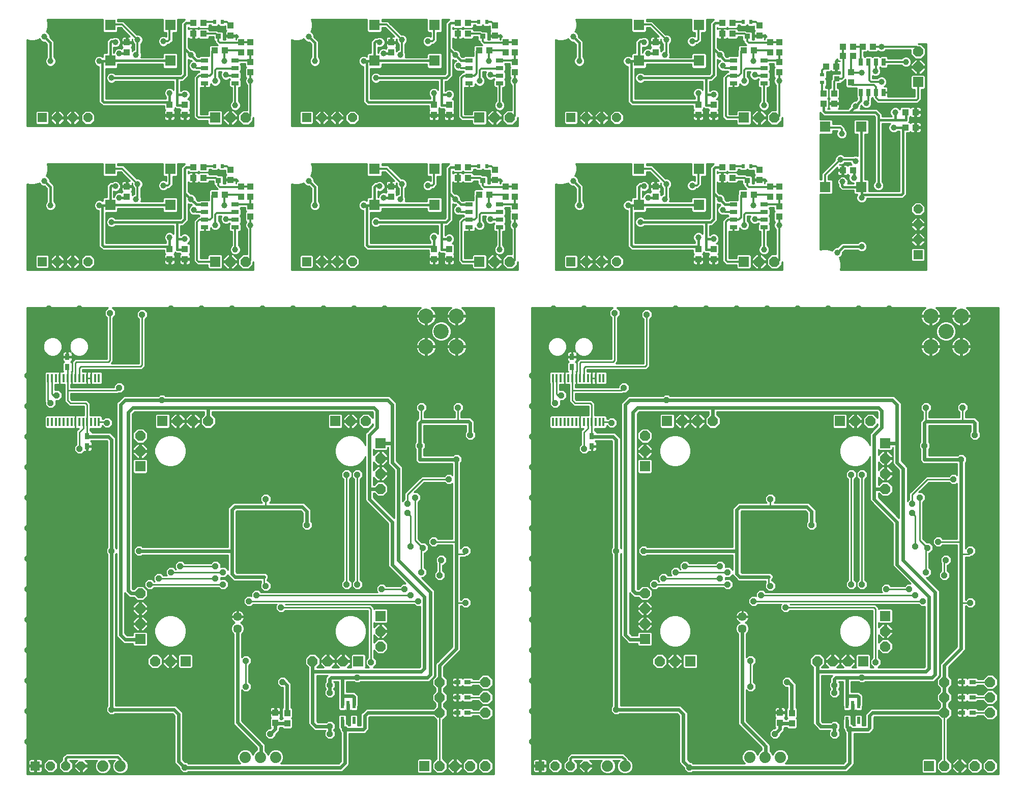
<source format=gbl>
G75*
G70*
%OFA0B0*%
%FSLAX24Y24*%
%IPPOS*%
%LPD*%
%AMOC8*
5,1,8,0,0,1.08239X$1,22.5*
%
%ADD10R,0.0137X0.0550*%
%ADD11R,0.0315X0.0394*%
%ADD12R,0.0217X0.0472*%
%ADD13C,0.1000*%
%ADD14R,0.0594X0.0594*%
%ADD15OC8,0.0594*%
%ADD16C,0.0740*%
%ADD17R,0.0660X0.0660*%
%ADD18OC8,0.0660*%
%ADD19R,0.0394X0.0433*%
%ADD20C,0.0570*%
%ADD21R,0.0394X0.0315*%
%ADD22R,0.0689X0.0709*%
%ADD23R,0.0500X0.0250*%
%ADD24R,0.0433X0.0394*%
%ADD25R,0.0354X0.0354*%
%ADD26R,0.0236X0.0276*%
%ADD27R,0.0709X0.0689*%
%ADD28R,0.0250X0.0500*%
%ADD29R,0.0276X0.0236*%
%ADD30OC8,0.0396*%
%ADD31C,0.0100*%
%ADD32C,0.0240*%
%ADD33C,0.0160*%
%ADD34C,0.0396*%
%ADD35C,0.0120*%
D10*
X002017Y023741D03*
X002273Y023741D03*
X002528Y023741D03*
X002784Y023741D03*
X003040Y023741D03*
X003296Y023741D03*
X003552Y023741D03*
X003808Y023741D03*
X004064Y023741D03*
X004320Y023741D03*
X004576Y023741D03*
X004832Y023741D03*
X005087Y023741D03*
X005343Y023741D03*
X005343Y026619D03*
X005087Y026619D03*
X004832Y026619D03*
X004576Y026619D03*
X004320Y026619D03*
X004064Y026619D03*
X003808Y026619D03*
X003552Y026619D03*
X003296Y026619D03*
X003040Y026619D03*
X002784Y026619D03*
X002528Y026619D03*
X002273Y026619D03*
X002017Y026619D03*
X035087Y026619D03*
X035343Y026619D03*
X035599Y026619D03*
X035855Y026619D03*
X036111Y026619D03*
X036367Y026619D03*
X036623Y026619D03*
X036879Y026619D03*
X037135Y026619D03*
X037391Y026619D03*
X037647Y026619D03*
X037902Y026619D03*
X038158Y026619D03*
X038414Y026619D03*
X038414Y023741D03*
X038158Y023741D03*
X037902Y023741D03*
X037647Y023741D03*
X037391Y023741D03*
X037135Y023741D03*
X036879Y023741D03*
X036623Y023741D03*
X036367Y023741D03*
X036111Y023741D03*
X035855Y023741D03*
X035599Y023741D03*
X035343Y023741D03*
X035087Y023741D03*
D11*
X037651Y022815D03*
X037651Y022145D03*
X036351Y027345D03*
X036351Y028015D03*
X004580Y022815D03*
X004580Y022145D03*
X003280Y027345D03*
X003280Y028015D03*
D12*
X021306Y005192D03*
X021680Y005192D03*
X022054Y005192D03*
X022054Y004168D03*
X021306Y004168D03*
X054377Y004168D03*
X055125Y004168D03*
X055125Y005192D03*
X054751Y005192D03*
X054377Y005192D03*
D13*
X059853Y028680D03*
X060853Y029680D03*
X061853Y028680D03*
X061853Y030680D03*
X059853Y030680D03*
X028782Y030680D03*
X027782Y029680D03*
X028782Y028680D03*
X026782Y028680D03*
X026782Y030680D03*
D14*
X018956Y034251D03*
X018956Y043700D03*
X036278Y043700D03*
X036278Y034251D03*
X059023Y034704D03*
X034251Y001180D03*
X001180Y001180D03*
X001633Y034251D03*
X001633Y043700D03*
D15*
X002633Y043700D03*
X003633Y043700D03*
X004633Y043700D03*
X004633Y034251D03*
X003633Y034251D03*
X002633Y034251D03*
X019956Y034251D03*
X020956Y034251D03*
X021956Y034251D03*
X021956Y043700D03*
X020956Y043700D03*
X019956Y043700D03*
X037278Y043700D03*
X038278Y043700D03*
X039278Y043700D03*
X039278Y034251D03*
X038278Y034251D03*
X037278Y034251D03*
X059023Y035704D03*
X059023Y036704D03*
X059023Y037704D03*
X037251Y001180D03*
X036251Y001180D03*
X035251Y001180D03*
X004180Y001180D03*
X003180Y001180D03*
X002180Y001180D03*
D16*
X005610Y001180D03*
X006750Y001180D03*
X014928Y001755D03*
X015928Y001755D03*
X016928Y001755D03*
X038681Y001180D03*
X039821Y001180D03*
X047999Y001755D03*
X048999Y001755D03*
X049999Y001755D03*
D17*
X055420Y008054D03*
X056873Y011023D03*
X059751Y001180D03*
X044093Y008054D03*
X041125Y009507D03*
X026680Y001180D03*
X022349Y008054D03*
X023802Y011023D03*
X011023Y008054D03*
X008054Y009507D03*
X008054Y020834D03*
X009507Y023802D03*
X020834Y023802D03*
X023802Y022349D03*
X030282Y034251D03*
X030282Y043700D03*
X047605Y043700D03*
X059023Y046030D03*
X047605Y034251D03*
X042578Y023802D03*
X041125Y020834D03*
X053904Y023802D03*
X056873Y022349D03*
X012960Y034251D03*
X012960Y043700D03*
D18*
X013960Y043700D03*
X014960Y043700D03*
X014960Y034251D03*
X013960Y034251D03*
X012507Y023802D03*
X011507Y023802D03*
X010507Y023802D03*
X008054Y022834D03*
X008054Y021834D03*
X008054Y012507D03*
X008054Y011507D03*
X008054Y010507D03*
X009023Y008054D03*
X010023Y008054D03*
X019349Y008054D03*
X020349Y008054D03*
X021349Y008054D03*
X023802Y009023D03*
X023802Y010023D03*
X027680Y006680D03*
X027680Y005680D03*
X027680Y004680D03*
X030680Y004680D03*
X030680Y005680D03*
X030680Y006680D03*
X030680Y001180D03*
X029680Y001180D03*
X028680Y001180D03*
X027680Y001180D03*
X041125Y010507D03*
X041125Y011507D03*
X041125Y012507D03*
X042093Y008054D03*
X043093Y008054D03*
X052420Y008054D03*
X053420Y008054D03*
X054420Y008054D03*
X056873Y009023D03*
X056873Y010023D03*
X060751Y006680D03*
X060751Y005680D03*
X060751Y004680D03*
X063751Y004680D03*
X063751Y005680D03*
X063751Y006680D03*
X063751Y001180D03*
X062751Y001180D03*
X061751Y001180D03*
X060751Y001180D03*
X056873Y019349D03*
X056873Y020349D03*
X056873Y021349D03*
X055904Y023802D03*
X054904Y023802D03*
X045578Y023802D03*
X044578Y023802D03*
X043578Y023802D03*
X041125Y022834D03*
X041125Y021834D03*
X048605Y034251D03*
X049605Y034251D03*
X049605Y043700D03*
X048605Y043700D03*
X059023Y047030D03*
X059023Y048030D03*
X032282Y043700D03*
X031282Y043700D03*
X031282Y034251D03*
X032282Y034251D03*
X022834Y023802D03*
X021834Y023802D03*
X023802Y021349D03*
X023802Y020349D03*
X023802Y019349D03*
D19*
X027303Y034416D03*
X027303Y035086D03*
X028303Y035086D03*
X028303Y034416D03*
X032603Y037216D03*
X032603Y037886D03*
X032603Y038516D03*
X032003Y038516D03*
X032003Y039186D03*
X032603Y039186D03*
X031303Y039616D03*
X031303Y040286D03*
X028303Y043865D03*
X028303Y044534D03*
X027303Y044534D03*
X027303Y043865D03*
X024503Y047965D03*
X024503Y048634D03*
X031303Y049065D03*
X031303Y049734D03*
X032003Y048634D03*
X032603Y048634D03*
X032603Y047965D03*
X032003Y047965D03*
X032603Y047334D03*
X032603Y046665D03*
X024503Y039186D03*
X024503Y038516D03*
X015280Y038516D03*
X014680Y038516D03*
X015280Y037886D03*
X015280Y037216D03*
X015280Y039186D03*
X014680Y039186D03*
X013980Y039616D03*
X013980Y040286D03*
X010980Y043865D03*
X010980Y044534D03*
X009980Y044534D03*
X009980Y043865D03*
X007180Y047965D03*
X007180Y048634D03*
X013980Y049065D03*
X013980Y049734D03*
X014680Y048634D03*
X015280Y048634D03*
X015280Y047965D03*
X014680Y047965D03*
X015280Y047334D03*
X015280Y046665D03*
X007180Y039186D03*
X007180Y038516D03*
X009980Y035086D03*
X010980Y035086D03*
X010980Y034416D03*
X009980Y034416D03*
X041826Y038516D03*
X041826Y039186D03*
X044626Y035086D03*
X045626Y035086D03*
X045626Y034416D03*
X044626Y034416D03*
X049926Y037216D03*
X049926Y037886D03*
X049926Y038516D03*
X049326Y038516D03*
X049326Y039186D03*
X049926Y039186D03*
X048626Y039616D03*
X048626Y040286D03*
X045626Y043865D03*
X045626Y044534D03*
X044626Y044534D03*
X044626Y043865D03*
X041826Y047965D03*
X041826Y048634D03*
X048626Y049065D03*
X048626Y049734D03*
X049326Y048634D03*
X049926Y048634D03*
X049926Y047965D03*
X049326Y047965D03*
X049926Y047334D03*
X049926Y046665D03*
X052823Y045286D03*
X053523Y045286D03*
X053523Y044616D03*
X052823Y044616D03*
X054623Y046016D03*
X054623Y046686D03*
X050758Y004650D03*
X049975Y004679D03*
X049975Y004010D03*
X050758Y003981D03*
X017687Y003981D03*
X017687Y004650D03*
X016904Y004679D03*
X016904Y004010D03*
D20*
X014436Y010188D03*
X014436Y010975D03*
X047507Y010975D03*
X047507Y010188D03*
D21*
X061916Y006680D03*
X062586Y006680D03*
X062586Y005680D03*
X061916Y005680D03*
X061916Y004680D03*
X062586Y004680D03*
X029515Y004680D03*
X028845Y004680D03*
X028845Y005680D03*
X029515Y005680D03*
X029515Y006680D03*
X028845Y006680D03*
D22*
X027345Y037975D03*
X027345Y040337D03*
X023408Y040337D03*
X023408Y037975D03*
X023408Y047424D03*
X023408Y049786D03*
X027345Y049786D03*
X027345Y047424D03*
X040731Y047424D03*
X040731Y049786D03*
X044668Y049786D03*
X044668Y047424D03*
X044668Y040337D03*
X044668Y037975D03*
X040731Y037975D03*
X040731Y040337D03*
X010023Y040337D03*
X010023Y037975D03*
X006086Y037975D03*
X006086Y040337D03*
X006086Y047424D03*
X006086Y049786D03*
X010023Y049786D03*
X010023Y047424D03*
D23*
X012280Y047450D03*
X012280Y046950D03*
X012280Y046450D03*
X012280Y045950D03*
X014280Y045950D03*
X014280Y046450D03*
X014280Y046950D03*
X014280Y047450D03*
X014280Y038001D03*
X014280Y037501D03*
X014280Y037001D03*
X014280Y036501D03*
X012280Y036501D03*
X012280Y037001D03*
X012280Y037501D03*
X012280Y038001D03*
X029603Y038001D03*
X029603Y037501D03*
X029603Y037001D03*
X029603Y036501D03*
X031603Y036501D03*
X031603Y037001D03*
X031603Y037501D03*
X031603Y038001D03*
X031603Y045950D03*
X031603Y046450D03*
X031603Y046950D03*
X031603Y047450D03*
X029603Y047450D03*
X029603Y046950D03*
X029603Y046450D03*
X029603Y045950D03*
X046926Y045950D03*
X046926Y046450D03*
X046926Y046950D03*
X046926Y047450D03*
X048926Y047450D03*
X048926Y046950D03*
X048926Y046450D03*
X048926Y045950D03*
X048926Y038001D03*
X048926Y037501D03*
X048926Y037001D03*
X048926Y036501D03*
X046926Y036501D03*
X046926Y037001D03*
X046926Y037501D03*
X046926Y038001D03*
D24*
X047591Y038651D03*
X048260Y038651D03*
X046860Y039751D03*
X046191Y039751D03*
X046191Y040451D03*
X046860Y040451D03*
X054088Y040251D03*
X054757Y040251D03*
X058188Y043051D03*
X058857Y043051D03*
X058857Y044051D03*
X058188Y044051D03*
X053657Y047051D03*
X052988Y047051D03*
X054088Y047751D03*
X054088Y048351D03*
X054757Y048351D03*
X054757Y047751D03*
X055388Y048351D03*
X056057Y048351D03*
X048260Y048100D03*
X047591Y048100D03*
X046860Y049200D03*
X046191Y049200D03*
X046191Y049900D03*
X046860Y049900D03*
X030937Y048100D03*
X030268Y048100D03*
X029537Y049200D03*
X028868Y049200D03*
X028868Y049900D03*
X029537Y049900D03*
X029537Y040451D03*
X028868Y040451D03*
X028868Y039751D03*
X029537Y039751D03*
X030268Y038651D03*
X030937Y038651D03*
X013615Y038651D03*
X012945Y038651D03*
X012215Y039751D03*
X011545Y039751D03*
X011545Y040451D03*
X012215Y040451D03*
X012945Y048100D03*
X013615Y048100D03*
X012215Y049200D03*
X011545Y049200D03*
X011545Y049900D03*
X012215Y049900D03*
D25*
X013180Y049027D03*
X013180Y039578D03*
X030503Y039578D03*
X030503Y049027D03*
X047826Y049027D03*
X053695Y046251D03*
X047826Y039578D03*
D26*
X048082Y040523D03*
X047570Y040523D03*
X047570Y049972D03*
X048082Y049972D03*
X030759Y049972D03*
X030247Y049972D03*
X030247Y040523D03*
X030759Y040523D03*
X013436Y040523D03*
X012924Y040523D03*
X012924Y049972D03*
X013436Y049972D03*
D27*
X052936Y043093D03*
X055298Y043093D03*
X055298Y039156D03*
X052936Y039156D03*
D28*
X055273Y045351D03*
X055773Y045351D03*
X056273Y045351D03*
X056773Y045351D03*
X056773Y047351D03*
X056273Y047351D03*
X055773Y047351D03*
X055273Y047351D03*
D29*
X052750Y046507D03*
X052750Y045995D03*
D30*
X053151Y031180D03*
X055151Y031180D03*
X057151Y031180D03*
X057324Y026456D03*
X058151Y024780D03*
X058851Y023880D03*
X058151Y023780D03*
X058151Y022780D03*
X058851Y022180D03*
X059451Y022180D03*
X058151Y021780D03*
X060551Y023280D03*
X060951Y022880D03*
X062651Y024280D03*
X061951Y024680D03*
X062751Y022880D03*
X063851Y023080D03*
X064151Y021480D03*
X062351Y021780D03*
X061851Y021280D03*
X061351Y019980D03*
X059151Y018780D03*
X058651Y018380D03*
X058651Y017780D03*
X060351Y015880D03*
X059651Y015480D03*
X058851Y015580D03*
X059551Y013880D03*
X060751Y013680D03*
X060851Y014680D03*
X062451Y015280D03*
X064151Y015480D03*
X064151Y013480D03*
X062401Y013580D03*
X062451Y011880D03*
X062451Y011380D03*
X061051Y011380D03*
X059351Y011980D03*
X058851Y012380D03*
X058451Y012780D03*
X056951Y012780D03*
X055351Y013080D03*
X054651Y013080D03*
X052951Y010780D03*
X051751Y013080D03*
X050351Y011580D03*
X049351Y012980D03*
X048751Y012380D03*
X048251Y011980D03*
X047451Y012180D03*
X046551Y013080D03*
X046051Y013480D03*
X046551Y013880D03*
X046051Y014280D03*
X044351Y014780D03*
X043751Y014280D03*
X043151Y013880D03*
X042351Y013480D03*
X041751Y013080D03*
X041051Y015280D03*
X039251Y015280D03*
X033751Y014780D03*
X033751Y012780D03*
X033751Y010780D03*
X033751Y008780D03*
X033751Y006780D03*
X033751Y004780D03*
X033751Y002780D03*
X036651Y007180D03*
X038351Y008280D03*
X036651Y009080D03*
X039251Y004880D03*
X044051Y001080D03*
X049651Y003280D03*
X048051Y006380D03*
X046951Y006580D03*
X045251Y006580D03*
X048051Y008080D03*
X050451Y006680D03*
X053551Y006480D03*
X053551Y005980D03*
X055351Y006980D03*
X056251Y007980D03*
X056851Y006280D03*
X059251Y006280D03*
X056951Y002880D03*
X056951Y001080D03*
X058651Y001080D03*
X054551Y003580D03*
X053551Y003780D03*
X053551Y003280D03*
X048351Y010980D03*
X045551Y010980D03*
X048051Y014980D03*
X049951Y014980D03*
X049951Y016880D03*
X051551Y017380D03*
X052051Y016980D03*
X053051Y016080D03*
X053951Y017780D03*
X053651Y019480D03*
X054651Y020280D03*
X055351Y020280D03*
X055951Y016780D03*
X049351Y018680D03*
X049551Y019380D03*
X048851Y019680D03*
X047851Y018780D03*
X046651Y017480D03*
X048051Y016880D03*
X038951Y023680D03*
X037151Y021980D03*
X033751Y022780D03*
X033751Y020780D03*
X033751Y018780D03*
X033751Y016780D03*
X031080Y017480D03*
X031080Y015480D03*
X029380Y015280D03*
X027780Y014680D03*
X027680Y013680D03*
X026480Y013880D03*
X025380Y012780D03*
X025780Y012380D03*
X026280Y011980D03*
X027980Y011380D03*
X029380Y011380D03*
X029380Y011880D03*
X029330Y013580D03*
X031080Y013480D03*
X031080Y011480D03*
X031080Y009480D03*
X026180Y006280D03*
X023780Y006280D03*
X022280Y006980D03*
X023180Y007980D03*
X020480Y006480D03*
X020480Y005980D03*
X020480Y003780D03*
X020480Y003280D03*
X021480Y003580D03*
X023880Y002880D03*
X023880Y001080D03*
X025580Y001080D03*
X017380Y006680D03*
X014980Y006380D03*
X013880Y006580D03*
X012180Y006580D03*
X014980Y008080D03*
X015280Y010980D03*
X015180Y011980D03*
X015680Y012380D03*
X016280Y012980D03*
X014380Y012180D03*
X013480Y013080D03*
X012980Y013480D03*
X013480Y013880D03*
X012980Y014280D03*
X011280Y014780D03*
X010680Y014280D03*
X010080Y013880D03*
X009280Y013480D03*
X008680Y013080D03*
X007980Y015280D03*
X006180Y015280D03*
X000680Y014780D03*
X000680Y012780D03*
X000680Y010780D03*
X000680Y008780D03*
X000680Y006780D03*
X000680Y004780D03*
X000680Y002780D03*
X006180Y004880D03*
X003580Y007180D03*
X003580Y009080D03*
X005280Y008280D03*
X012480Y010980D03*
X017280Y011580D03*
X018680Y013080D03*
X019880Y010780D03*
X021580Y013080D03*
X022280Y013080D03*
X023880Y012780D03*
X025780Y015580D03*
X026580Y015480D03*
X027280Y015880D03*
X025580Y017780D03*
X025580Y018380D03*
X026080Y018780D03*
X028280Y019980D03*
X028780Y021280D03*
X029280Y021780D03*
X029680Y022880D03*
X030780Y023080D03*
X029580Y024280D03*
X028880Y024680D03*
X027480Y023280D03*
X027880Y022880D03*
X026380Y022180D03*
X025780Y022180D03*
X025080Y021780D03*
X025080Y022780D03*
X025080Y023780D03*
X025780Y023880D03*
X026480Y024680D03*
X025080Y024780D03*
X024253Y026456D03*
X019529Y026456D03*
X014804Y026456D03*
X010080Y026456D03*
X009480Y025180D03*
X006680Y025980D03*
X005880Y023680D03*
X004080Y021980D03*
X000680Y022780D03*
X000680Y020780D03*
X000680Y018780D03*
X000680Y016780D03*
X000680Y024780D03*
X002180Y024980D03*
X002580Y025480D03*
X000680Y026780D03*
X006080Y030880D03*
X004080Y031180D03*
X002080Y031180D03*
X008180Y030780D03*
X010080Y031180D03*
X012080Y031180D03*
X014080Y031180D03*
X016080Y031180D03*
X018080Y031180D03*
X020080Y031180D03*
X022080Y031180D03*
X024080Y031180D03*
X031080Y029480D03*
X031080Y027480D03*
X031080Y025480D03*
X033751Y024780D03*
X035251Y024980D03*
X035651Y025480D03*
X033751Y026780D03*
X039151Y030880D03*
X037151Y031180D03*
X035151Y031180D03*
X041251Y030780D03*
X043151Y031180D03*
X045151Y031180D03*
X047151Y031180D03*
X049151Y031180D03*
X051151Y031180D03*
X052600Y026456D03*
X047875Y026456D03*
X043151Y026456D03*
X042551Y025180D03*
X039751Y025980D03*
X031080Y021480D03*
X031080Y019480D03*
X022880Y016780D03*
X020880Y017780D03*
X018980Y016980D03*
X018480Y017380D03*
X016880Y016880D03*
X016280Y018680D03*
X016480Y019380D03*
X015780Y019680D03*
X014780Y018780D03*
X013580Y017480D03*
X014980Y016880D03*
X014980Y014980D03*
X016880Y014980D03*
X019980Y016080D03*
X020580Y019480D03*
X021580Y020280D03*
X022280Y020280D03*
X016580Y003280D03*
X010980Y001080D03*
X059551Y024680D03*
X064151Y025480D03*
X064151Y027480D03*
X064151Y029480D03*
X064151Y019480D03*
X064151Y017480D03*
X064151Y011480D03*
X064151Y009480D03*
D31*
X000630Y000630D02*
X000630Y031226D01*
X005934Y031226D01*
X005732Y031024D01*
X005732Y030736D01*
X005880Y030588D01*
X005880Y027880D01*
X003797Y027880D01*
X003608Y027691D01*
X003608Y027044D01*
X003552Y027044D01*
X003545Y027044D01*
X003587Y027086D01*
X003587Y027604D01*
X003507Y027685D01*
X003530Y027698D01*
X003558Y027726D01*
X003577Y027760D01*
X003587Y027798D01*
X003587Y027986D01*
X003309Y027986D01*
X003309Y028043D01*
X003587Y028043D01*
X003587Y028231D01*
X003580Y028259D01*
X003691Y028148D01*
X003921Y028053D01*
X004171Y028053D01*
X004401Y028148D01*
X004578Y028325D01*
X004673Y028555D01*
X004673Y028805D01*
X004578Y029035D01*
X004401Y029212D01*
X004171Y029307D01*
X003921Y029307D01*
X003691Y029212D01*
X003514Y029035D01*
X003419Y028805D01*
X003419Y028555D01*
X003506Y028345D01*
X003495Y028351D01*
X003457Y028361D01*
X003309Y028361D01*
X003309Y028043D01*
X003251Y028043D01*
X003251Y027986D01*
X002973Y027986D01*
X002973Y027798D01*
X002983Y027760D01*
X003002Y027726D01*
X003030Y027698D01*
X003053Y027685D01*
X002973Y027604D01*
X002973Y027086D01*
X003015Y027044D01*
X002910Y027044D01*
X002902Y027037D01*
X002873Y027044D01*
X002784Y027044D01*
X002696Y027044D01*
X002667Y027037D01*
X002659Y027044D01*
X001886Y027044D01*
X001798Y026957D01*
X001798Y026282D01*
X001817Y026264D01*
X001817Y025061D01*
X001832Y025045D01*
X001832Y024836D01*
X002036Y024632D01*
X002324Y024632D01*
X002528Y024836D01*
X002528Y025124D01*
X002520Y025132D01*
X002724Y025132D01*
X002928Y025336D01*
X002928Y025624D01*
X002724Y025828D01*
X002473Y025828D01*
X002473Y026194D01*
X002659Y026194D01*
X002667Y026202D01*
X002696Y026194D01*
X002784Y026194D01*
X002784Y026619D01*
X002784Y026619D01*
X002784Y026194D01*
X002873Y026194D01*
X002902Y026202D01*
X002910Y026194D01*
X003096Y026194D01*
X003096Y025081D01*
X003280Y024897D01*
X003397Y024780D01*
X004380Y024780D01*
X004380Y024166D01*
X003933Y024166D01*
X003925Y024158D01*
X003896Y024166D01*
X003808Y024166D01*
X003808Y023741D01*
X003808Y023741D01*
X003808Y024166D01*
X003720Y024166D01*
X003691Y024158D01*
X003683Y024166D01*
X001886Y024166D01*
X001798Y024078D01*
X001798Y023403D01*
X001886Y023316D01*
X003683Y023316D01*
X003691Y023323D01*
X003720Y023316D01*
X003808Y023316D01*
X003896Y023316D01*
X003925Y023323D01*
X003933Y023316D01*
X004033Y023316D01*
X003997Y023280D01*
X003880Y023163D01*
X003880Y022272D01*
X003732Y022124D01*
X003732Y021836D01*
X003936Y021632D01*
X004224Y021632D01*
X004393Y021801D01*
X004403Y021799D01*
X004551Y021799D01*
X004551Y022117D01*
X004609Y022117D01*
X004609Y022174D01*
X004887Y022174D01*
X004887Y022362D01*
X004877Y022400D01*
X004858Y022434D01*
X004830Y022462D01*
X004807Y022475D01*
X004842Y022510D01*
X005868Y022510D01*
X005910Y022468D01*
X005910Y015502D01*
X005832Y015424D01*
X005832Y015136D01*
X005910Y015058D01*
X005910Y005102D01*
X005832Y005024D01*
X005832Y004736D01*
X006036Y004532D01*
X006324Y004532D01*
X006402Y004610D01*
X010168Y004610D01*
X010310Y004468D01*
X010310Y001426D01*
X010351Y001327D01*
X010632Y001046D01*
X010632Y000936D01*
X010836Y000732D01*
X011124Y000732D01*
X011202Y000810D01*
X021234Y000810D01*
X021333Y000851D01*
X021633Y001151D01*
X021709Y001227D01*
X021750Y001326D01*
X021750Y003310D01*
X022734Y003310D01*
X022833Y003351D01*
X022909Y003427D01*
X023009Y003527D01*
X023050Y003626D01*
X023050Y004368D01*
X023092Y004410D01*
X027271Y004410D01*
X027480Y004201D01*
X027480Y001659D01*
X027200Y001379D01*
X027200Y000981D01*
X027481Y000700D01*
X027879Y000700D01*
X028160Y000981D01*
X028160Y001379D01*
X027880Y001659D01*
X027880Y004201D01*
X028160Y004481D01*
X028160Y004879D01*
X027950Y005089D01*
X027950Y005271D01*
X028160Y005481D01*
X028160Y005879D01*
X027950Y006089D01*
X027950Y006271D01*
X028160Y006481D01*
X028160Y006879D01*
X027950Y007089D01*
X027950Y007668D01*
X029009Y008727D01*
X029050Y008826D01*
X029050Y011680D01*
X029088Y011680D01*
X029236Y011532D01*
X029524Y011532D01*
X029728Y011736D01*
X029728Y012024D01*
X029524Y012228D01*
X029236Y012228D01*
X029088Y012080D01*
X029050Y012080D01*
X029050Y014880D01*
X029363Y014880D01*
X029415Y014932D01*
X029524Y014932D01*
X029728Y015136D01*
X029728Y015424D01*
X029524Y015628D01*
X029236Y015628D01*
X029050Y015442D01*
X029050Y021058D01*
X029128Y021136D01*
X029128Y021424D01*
X028924Y021628D01*
X028636Y021628D01*
X028558Y021550D01*
X026650Y021550D01*
X026650Y021958D01*
X026728Y022036D01*
X026728Y022324D01*
X026650Y022402D01*
X026650Y023510D01*
X029410Y023510D01*
X029410Y023102D01*
X029332Y023024D01*
X029332Y022736D01*
X029536Y022532D01*
X029824Y022532D01*
X030028Y022736D01*
X030028Y023024D01*
X029950Y023102D01*
X029950Y023734D01*
X029909Y023833D01*
X029833Y023909D01*
X029733Y024009D01*
X029634Y024050D01*
X029080Y024050D01*
X029080Y024388D01*
X029228Y024536D01*
X029228Y024824D01*
X029024Y025028D01*
X028736Y025028D01*
X028532Y024824D01*
X028532Y024536D01*
X028680Y024388D01*
X028680Y024050D01*
X026680Y024050D01*
X026680Y024388D01*
X026828Y024536D01*
X026828Y024824D01*
X026624Y025028D01*
X026336Y025028D01*
X026132Y024824D01*
X026132Y024536D01*
X026280Y024388D01*
X026280Y023962D01*
X026251Y023933D01*
X026151Y023833D01*
X026110Y023734D01*
X026110Y022402D01*
X026032Y022324D01*
X026032Y022036D01*
X026110Y021958D01*
X026110Y021226D01*
X026151Y021127D01*
X026227Y021051D01*
X026326Y021010D01*
X028510Y021010D01*
X028510Y020242D01*
X028424Y020328D01*
X028136Y020328D01*
X027988Y020180D01*
X026497Y020180D01*
X025380Y019063D01*
X025380Y018672D01*
X025250Y018542D01*
X025250Y020626D01*
X025250Y020734D01*
X025209Y020833D01*
X024850Y021192D01*
X024850Y024934D01*
X024809Y025033D01*
X024509Y025333D01*
X024433Y025409D01*
X024334Y025450D01*
X009702Y025450D01*
X009624Y025528D01*
X009336Y025528D01*
X009258Y025450D01*
X007026Y025450D01*
X006927Y025409D01*
X006627Y025109D01*
X006551Y025033D01*
X006510Y024934D01*
X006510Y015442D01*
X006450Y015502D01*
X006450Y022634D01*
X006409Y022733D01*
X006133Y023009D01*
X006034Y023050D01*
X004887Y023050D01*
X004887Y023074D01*
X004800Y023161D01*
X004780Y023161D01*
X004780Y023316D01*
X005474Y023316D01*
X005562Y023403D01*
X005562Y023506D01*
X005736Y023332D01*
X006024Y023332D01*
X006228Y023536D01*
X006228Y023824D01*
X006024Y024028D01*
X005736Y024028D01*
X005648Y023941D01*
X005562Y023941D01*
X005562Y024078D01*
X005474Y024166D01*
X004780Y024166D01*
X004780Y024963D01*
X004663Y025080D01*
X004563Y025180D01*
X003563Y025180D01*
X003496Y025247D01*
X003496Y025612D01*
X006595Y025612D01*
X006615Y025632D01*
X006824Y025632D01*
X007028Y025836D01*
X007028Y026124D01*
X006824Y026328D01*
X006536Y026328D01*
X006332Y026124D01*
X006332Y026012D01*
X003496Y026012D01*
X003496Y026194D01*
X003552Y026194D01*
X003552Y026619D01*
X003552Y026619D01*
X003552Y026194D01*
X003640Y026194D01*
X003669Y026202D01*
X003677Y026194D01*
X004450Y026194D01*
X004458Y026202D01*
X004487Y026194D01*
X004576Y026194D01*
X004664Y026194D01*
X004702Y026205D01*
X004704Y026205D01*
X004705Y026205D01*
X004743Y026194D01*
X004832Y026194D01*
X004920Y026194D01*
X004949Y026202D01*
X004957Y026194D01*
X005474Y026194D01*
X005562Y026282D01*
X005562Y026957D01*
X005474Y027044D01*
X004957Y027044D01*
X004949Y027037D01*
X004920Y027044D01*
X004832Y027044D01*
X004832Y026619D01*
X004832Y026194D01*
X004832Y026619D01*
X004832Y026619D01*
X004832Y026619D01*
X004576Y026619D01*
X004576Y026194D01*
X004576Y026619D01*
X004576Y026619D01*
X004576Y026619D01*
X004794Y026619D01*
X004832Y026619D01*
X004832Y026619D01*
X004832Y027044D01*
X004743Y027044D01*
X004705Y027034D01*
X004704Y027033D01*
X004702Y027034D01*
X004664Y027044D01*
X004576Y027044D01*
X004576Y026619D01*
X004576Y026619D01*
X004576Y027044D01*
X004487Y027044D01*
X004458Y027037D01*
X004450Y027044D01*
X004264Y027044D01*
X004264Y027180D01*
X008163Y027180D01*
X008263Y027280D01*
X008380Y027397D01*
X008380Y030488D01*
X008528Y030636D01*
X008528Y030924D01*
X008324Y031128D01*
X008036Y031128D01*
X007832Y030924D01*
X007832Y030636D01*
X007980Y030488D01*
X007980Y027580D01*
X006163Y027580D01*
X006180Y027597D01*
X006280Y027697D01*
X006280Y030588D01*
X006428Y030736D01*
X006428Y031024D01*
X006226Y031226D01*
X026428Y031226D01*
X026420Y031222D01*
X026352Y031170D01*
X026292Y031109D01*
X008343Y031109D01*
X008442Y031011D02*
X026222Y031011D01*
X026240Y031042D02*
X026198Y030968D01*
X026165Y030889D01*
X026143Y030807D01*
X026133Y030730D01*
X026732Y030730D01*
X026732Y030630D01*
X026832Y030630D01*
X026832Y030730D01*
X027431Y030730D01*
X027421Y030807D01*
X027399Y030889D01*
X027366Y030968D01*
X027324Y031042D01*
X027272Y031109D01*
X028292Y031109D01*
X028240Y031042D01*
X028198Y030968D01*
X028165Y030889D01*
X028143Y030807D01*
X028133Y030730D01*
X028732Y030730D01*
X028732Y030630D01*
X028832Y030630D01*
X028832Y030730D01*
X029431Y030730D01*
X029421Y030807D01*
X029399Y030889D01*
X029366Y030968D01*
X029324Y031042D01*
X029272Y031109D01*
X031226Y031109D01*
X031226Y031011D02*
X029342Y031011D01*
X029389Y030912D02*
X031226Y030912D01*
X031226Y030814D02*
X029419Y030814D01*
X029431Y030630D02*
X028832Y030630D01*
X028832Y030031D01*
X028909Y030041D01*
X028991Y030063D01*
X029070Y030096D01*
X029144Y030138D01*
X029211Y030190D01*
X029272Y030251D01*
X029324Y030318D01*
X029366Y030392D01*
X029399Y030471D01*
X029421Y030553D01*
X029431Y030630D01*
X029429Y030617D02*
X031226Y030617D01*
X031226Y030715D02*
X028832Y030715D01*
X028832Y030617D02*
X028732Y030617D01*
X028732Y030630D02*
X028732Y030031D01*
X028655Y030041D01*
X028573Y030063D01*
X028494Y030096D01*
X028420Y030138D01*
X028352Y030190D01*
X028292Y030251D01*
X028240Y030318D01*
X028198Y030392D01*
X028165Y030471D01*
X028143Y030553D01*
X028133Y030630D01*
X028732Y030630D01*
X028732Y030715D02*
X026832Y030715D01*
X026832Y030630D02*
X027431Y030630D01*
X027421Y030553D01*
X027399Y030471D01*
X027366Y030392D01*
X027324Y030318D01*
X027272Y030251D01*
X027211Y030190D01*
X027144Y030138D01*
X027070Y030096D01*
X026991Y030063D01*
X026909Y030041D01*
X026832Y030031D01*
X026832Y030630D01*
X026832Y030617D02*
X026732Y030617D01*
X026732Y030630D02*
X026732Y030031D01*
X026655Y030041D01*
X026573Y030063D01*
X026494Y030096D01*
X026420Y030138D01*
X026352Y030190D01*
X026292Y030251D01*
X026240Y030318D01*
X026198Y030392D01*
X026165Y030471D01*
X026143Y030553D01*
X026133Y030630D01*
X026732Y030630D01*
X026732Y030715D02*
X008528Y030715D01*
X008528Y030814D02*
X026145Y030814D01*
X026175Y030912D02*
X008528Y030912D01*
X008509Y030617D02*
X026135Y030617D01*
X026152Y030518D02*
X008410Y030518D01*
X008380Y030420D02*
X026186Y030420D01*
X026239Y030321D02*
X008380Y030321D01*
X008380Y030223D02*
X026320Y030223D01*
X026445Y030124D02*
X008380Y030124D01*
X008380Y030026D02*
X027222Y030026D01*
X027231Y030048D02*
X027132Y029809D01*
X027132Y029551D01*
X027231Y029312D01*
X027414Y029129D01*
X027653Y029030D01*
X027911Y029030D01*
X028150Y029129D01*
X028333Y029312D01*
X028432Y029551D01*
X028432Y029809D01*
X028333Y030048D01*
X028150Y030231D01*
X027911Y030330D01*
X027653Y030330D01*
X027414Y030231D01*
X027231Y030048D01*
X027307Y030124D02*
X027119Y030124D01*
X027244Y030223D02*
X027405Y030223D01*
X027325Y030321D02*
X027631Y030321D01*
X027378Y030420D02*
X028186Y030420D01*
X028152Y030518D02*
X027412Y030518D01*
X027429Y030617D02*
X028135Y030617D01*
X028145Y030814D02*
X027419Y030814D01*
X027389Y030912D02*
X028175Y030912D01*
X028222Y031011D02*
X027342Y031011D01*
X027272Y031109D02*
X027211Y031170D01*
X027144Y031222D01*
X027136Y031226D01*
X028428Y031226D01*
X028420Y031222D01*
X028352Y031170D01*
X028292Y031109D01*
X028402Y031208D02*
X027162Y031208D01*
X026402Y031208D02*
X006245Y031208D01*
X006343Y031109D02*
X008017Y031109D01*
X007918Y031011D02*
X006428Y031011D01*
X006428Y030912D02*
X007832Y030912D01*
X007832Y030814D02*
X006428Y030814D01*
X006407Y030715D02*
X007832Y030715D01*
X007851Y030617D02*
X006309Y030617D01*
X006280Y030518D02*
X007950Y030518D01*
X007980Y030420D02*
X006280Y030420D01*
X006280Y030321D02*
X007980Y030321D01*
X007980Y030223D02*
X006280Y030223D01*
X006280Y030124D02*
X007980Y030124D01*
X007980Y030026D02*
X006280Y030026D01*
X006280Y029927D02*
X007980Y029927D01*
X007980Y029829D02*
X006280Y029829D01*
X006280Y029730D02*
X007980Y029730D01*
X007980Y029632D02*
X006280Y029632D01*
X006280Y029533D02*
X007980Y029533D01*
X007980Y029435D02*
X006280Y029435D01*
X006280Y029336D02*
X007980Y029336D01*
X007980Y029238D02*
X006280Y029238D01*
X006280Y029139D02*
X007980Y029139D01*
X007980Y029041D02*
X006280Y029041D01*
X006280Y028942D02*
X007980Y028942D01*
X007980Y028844D02*
X006280Y028844D01*
X006280Y028745D02*
X007980Y028745D01*
X007980Y028647D02*
X006280Y028647D01*
X006280Y028548D02*
X007980Y028548D01*
X007980Y028450D02*
X006280Y028450D01*
X006280Y028351D02*
X007980Y028351D01*
X007980Y028253D02*
X006280Y028253D01*
X006280Y028154D02*
X007980Y028154D01*
X007980Y028056D02*
X006280Y028056D01*
X006280Y027957D02*
X007980Y027957D01*
X007980Y027859D02*
X006280Y027859D01*
X006280Y027760D02*
X007980Y027760D01*
X007980Y027662D02*
X006244Y027662D01*
X006080Y027780D02*
X005980Y027680D01*
X003880Y027680D01*
X003808Y027608D01*
X003808Y026619D01*
X004064Y026619D02*
X004064Y027264D01*
X004180Y027380D01*
X008080Y027380D01*
X008180Y027480D01*
X008180Y030780D01*
X008380Y029927D02*
X027181Y029927D01*
X027140Y029829D02*
X008380Y029829D01*
X008380Y029730D02*
X027132Y029730D01*
X027132Y029632D02*
X008380Y029632D01*
X008380Y029533D02*
X027139Y029533D01*
X027180Y029435D02*
X008380Y029435D01*
X008380Y029336D02*
X027221Y029336D01*
X027305Y029238D02*
X027116Y029238D01*
X027144Y029222D02*
X027070Y029264D01*
X026991Y029297D01*
X026909Y029319D01*
X026832Y029329D01*
X026832Y028730D01*
X027431Y028730D01*
X027421Y028807D01*
X027399Y028889D01*
X027366Y028968D01*
X027324Y029042D01*
X027272Y029109D01*
X027211Y029170D01*
X027144Y029222D01*
X027242Y029139D02*
X027404Y029139D01*
X027324Y029041D02*
X027627Y029041D01*
X027377Y028942D02*
X028187Y028942D01*
X028198Y028968D02*
X028165Y028889D01*
X028143Y028807D01*
X028133Y028730D01*
X028732Y028730D01*
X028732Y029329D01*
X028655Y029319D01*
X028573Y029297D01*
X028494Y029264D01*
X028420Y029222D01*
X028352Y029170D01*
X028292Y029109D01*
X028240Y029042D01*
X028198Y028968D01*
X028240Y029041D02*
X027937Y029041D01*
X028160Y029139D02*
X028322Y029139D01*
X028259Y029238D02*
X028448Y029238D01*
X028343Y029336D02*
X031226Y029336D01*
X031226Y029238D02*
X029116Y029238D01*
X029144Y029222D02*
X029070Y029264D01*
X028991Y029297D01*
X028909Y029319D01*
X028832Y029329D01*
X028832Y028730D01*
X029431Y028730D01*
X029421Y028807D01*
X029399Y028889D01*
X029366Y028968D01*
X029324Y029042D01*
X029272Y029109D01*
X029211Y029170D01*
X029144Y029222D01*
X029242Y029139D02*
X031226Y029139D01*
X031226Y029041D02*
X029324Y029041D01*
X029377Y028942D02*
X031226Y028942D01*
X031226Y028844D02*
X029411Y028844D01*
X029429Y028745D02*
X031226Y028745D01*
X031226Y028647D02*
X028832Y028647D01*
X028832Y028630D02*
X028832Y028730D01*
X028732Y028730D01*
X028732Y028630D01*
X028832Y028630D01*
X029431Y028630D01*
X029421Y028553D01*
X029399Y028471D01*
X029366Y028392D01*
X029324Y028318D01*
X029272Y028251D01*
X029211Y028190D01*
X029144Y028138D01*
X029070Y028096D01*
X028991Y028063D01*
X028909Y028041D01*
X028832Y028031D01*
X028832Y028630D01*
X028832Y028548D02*
X028732Y028548D01*
X028732Y028630D02*
X028732Y028031D01*
X028655Y028041D01*
X028573Y028063D01*
X028494Y028096D01*
X028420Y028138D01*
X028352Y028190D01*
X028292Y028251D01*
X028240Y028318D01*
X028198Y028392D01*
X028165Y028471D01*
X028143Y028553D01*
X028133Y028630D01*
X028732Y028630D01*
X028732Y028647D02*
X026832Y028647D01*
X026832Y028630D02*
X026832Y028730D01*
X026732Y028730D01*
X026732Y029329D01*
X026655Y029319D01*
X026573Y029297D01*
X026494Y029264D01*
X026420Y029222D01*
X026352Y029170D01*
X026292Y029109D01*
X026240Y029042D01*
X026198Y028968D01*
X026165Y028889D01*
X026143Y028807D01*
X026133Y028730D01*
X026732Y028730D01*
X026732Y028630D01*
X026832Y028630D01*
X027431Y028630D01*
X027421Y028553D01*
X027399Y028471D01*
X027366Y028392D01*
X027324Y028318D01*
X027272Y028251D01*
X027211Y028190D01*
X027144Y028138D01*
X027070Y028096D01*
X026991Y028063D01*
X026909Y028041D01*
X026832Y028031D01*
X026832Y028630D01*
X026832Y028548D02*
X026732Y028548D01*
X026732Y028630D02*
X026732Y028031D01*
X026655Y028041D01*
X026573Y028063D01*
X026494Y028096D01*
X026420Y028138D01*
X026352Y028190D01*
X026292Y028251D01*
X026240Y028318D01*
X026198Y028392D01*
X026165Y028471D01*
X026143Y028553D01*
X026133Y028630D01*
X026732Y028630D01*
X026732Y028647D02*
X008380Y028647D01*
X008380Y028745D02*
X026135Y028745D01*
X026153Y028844D02*
X008380Y028844D01*
X008380Y028942D02*
X026187Y028942D01*
X026240Y029041D02*
X008380Y029041D01*
X008380Y029139D02*
X026322Y029139D01*
X026448Y029238D02*
X008380Y029238D01*
X008380Y028548D02*
X026144Y028548D01*
X026174Y028450D02*
X008380Y028450D01*
X008380Y028351D02*
X026221Y028351D01*
X026291Y028253D02*
X008380Y028253D01*
X008380Y028154D02*
X026400Y028154D01*
X026601Y028056D02*
X008380Y028056D01*
X008380Y027957D02*
X031226Y027957D01*
X031226Y027859D02*
X008380Y027859D01*
X008380Y027760D02*
X031226Y027760D01*
X031226Y027662D02*
X008380Y027662D01*
X008380Y027563D02*
X031226Y027563D01*
X031226Y027465D02*
X008380Y027465D01*
X008349Y027366D02*
X031226Y027366D01*
X031226Y027268D02*
X008250Y027268D01*
X006968Y026184D02*
X031226Y026184D01*
X031226Y026086D02*
X007028Y026086D01*
X007028Y025987D02*
X031226Y025987D01*
X031226Y025889D02*
X007028Y025889D01*
X006982Y025790D02*
X031226Y025790D01*
X031226Y025692D02*
X006884Y025692D01*
X006914Y025396D02*
X003496Y025396D01*
X003496Y025298D02*
X006816Y025298D01*
X006717Y025199D02*
X003544Y025199D01*
X003480Y024980D02*
X004480Y024980D01*
X004580Y024880D01*
X004580Y023745D01*
X004576Y023741D01*
X004580Y023736D01*
X004580Y022815D01*
X004831Y023131D02*
X006510Y023131D01*
X006510Y023229D02*
X004780Y023229D01*
X004320Y023320D02*
X004320Y023741D01*
X004320Y023320D02*
X004080Y023080D01*
X004080Y021980D01*
X003816Y021752D02*
X000630Y021752D01*
X000630Y021850D02*
X003732Y021850D01*
X003732Y021949D02*
X000630Y021949D01*
X000630Y022047D02*
X003732Y022047D01*
X003753Y022146D02*
X000630Y022146D01*
X000630Y022244D02*
X003852Y022244D01*
X003880Y022343D02*
X000630Y022343D01*
X000630Y022441D02*
X003880Y022441D01*
X003880Y022540D02*
X000630Y022540D01*
X000630Y022638D02*
X003880Y022638D01*
X003880Y022737D02*
X000630Y022737D01*
X000630Y022835D02*
X003880Y022835D01*
X003880Y022934D02*
X000630Y022934D01*
X000630Y023032D02*
X003880Y023032D01*
X003880Y023131D02*
X000630Y023131D01*
X000630Y023229D02*
X003946Y023229D01*
X003808Y023316D02*
X003808Y023741D01*
X003808Y023741D01*
X003808Y023316D01*
X003808Y023328D02*
X003808Y023328D01*
X003808Y023426D02*
X003808Y023426D01*
X003808Y023525D02*
X003808Y023525D01*
X003808Y023623D02*
X003808Y023623D01*
X003808Y023722D02*
X003808Y023722D01*
X003808Y023820D02*
X003808Y023820D01*
X003808Y023919D02*
X003808Y023919D01*
X003808Y024017D02*
X003808Y024017D01*
X003808Y024116D02*
X003808Y024116D01*
X004380Y024214D02*
X000630Y024214D01*
X000630Y024116D02*
X001836Y024116D01*
X001798Y024017D02*
X000630Y024017D01*
X000630Y023919D02*
X001798Y023919D01*
X001798Y023820D02*
X000630Y023820D01*
X000630Y023722D02*
X001798Y023722D01*
X001798Y023623D02*
X000630Y023623D01*
X000630Y023525D02*
X001798Y023525D01*
X001798Y023426D02*
X000630Y023426D01*
X000630Y023328D02*
X001874Y023328D01*
X000630Y024313D02*
X004380Y024313D01*
X004380Y024411D02*
X000630Y024411D01*
X000630Y024510D02*
X004380Y024510D01*
X004380Y024608D02*
X000630Y024608D01*
X000630Y024707D02*
X001961Y024707D01*
X001863Y024805D02*
X000630Y024805D01*
X000630Y024904D02*
X001832Y024904D01*
X001832Y025002D02*
X000630Y025002D01*
X000630Y025101D02*
X001817Y025101D01*
X001817Y025199D02*
X000630Y025199D01*
X000630Y025298D02*
X001817Y025298D01*
X001817Y025396D02*
X000630Y025396D01*
X000630Y025495D02*
X001817Y025495D01*
X001817Y025593D02*
X000630Y025593D01*
X000630Y025692D02*
X001817Y025692D01*
X001817Y025790D02*
X000630Y025790D01*
X000630Y025889D02*
X001817Y025889D01*
X001817Y025987D02*
X000630Y025987D01*
X000630Y026086D02*
X001817Y026086D01*
X001817Y026184D02*
X000630Y026184D01*
X000630Y026283D02*
X001798Y026283D01*
X001798Y026381D02*
X000630Y026381D01*
X000630Y026480D02*
X001798Y026480D01*
X001798Y026578D02*
X000630Y026578D01*
X000630Y026677D02*
X001798Y026677D01*
X001798Y026775D02*
X000630Y026775D01*
X000630Y026874D02*
X001798Y026874D01*
X001814Y026972D02*
X000630Y026972D01*
X000630Y027071D02*
X002988Y027071D01*
X002973Y027169D02*
X000630Y027169D01*
X000630Y027268D02*
X002973Y027268D01*
X002973Y027366D02*
X000630Y027366D01*
X000630Y027465D02*
X002973Y027465D01*
X002973Y027563D02*
X000630Y027563D01*
X000630Y027662D02*
X003030Y027662D01*
X002983Y027760D02*
X000630Y027760D01*
X000630Y027859D02*
X002973Y027859D01*
X002973Y027957D02*
X000630Y027957D01*
X000630Y028056D02*
X002183Y028056D01*
X002189Y028053D02*
X002439Y028053D01*
X002669Y028148D01*
X002846Y028325D01*
X002941Y028555D01*
X002941Y028805D01*
X002846Y029035D01*
X002669Y029212D01*
X002439Y029307D01*
X002189Y029307D01*
X001959Y029212D01*
X001782Y029035D01*
X001687Y028805D01*
X001687Y028555D01*
X001782Y028325D01*
X001959Y028148D01*
X002189Y028053D01*
X002445Y028056D02*
X002973Y028056D01*
X002973Y028043D02*
X003251Y028043D01*
X003251Y028361D01*
X003103Y028361D01*
X003065Y028351D01*
X003030Y028332D01*
X003002Y028304D01*
X002983Y028269D01*
X002973Y028231D01*
X002973Y028043D01*
X002973Y028154D02*
X002675Y028154D01*
X002773Y028253D02*
X002978Y028253D01*
X003064Y028351D02*
X002856Y028351D01*
X002897Y028450D02*
X003463Y028450D01*
X003496Y028351D02*
X003504Y028351D01*
X003582Y028253D02*
X003587Y028253D01*
X003587Y028154D02*
X003685Y028154D01*
X003587Y028056D02*
X003915Y028056D01*
X003776Y027859D02*
X003587Y027859D01*
X003587Y027957D02*
X005880Y027957D01*
X005880Y028056D02*
X004177Y028056D01*
X004407Y028154D02*
X005880Y028154D01*
X005880Y028253D02*
X004506Y028253D01*
X004589Y028351D02*
X005880Y028351D01*
X005880Y028450D02*
X004630Y028450D01*
X004670Y028548D02*
X005880Y028548D01*
X005880Y028647D02*
X004673Y028647D01*
X004673Y028745D02*
X005880Y028745D01*
X005880Y028844D02*
X004657Y028844D01*
X004616Y028942D02*
X005880Y028942D01*
X005880Y029041D02*
X004573Y029041D01*
X004474Y029139D02*
X005880Y029139D01*
X005880Y029238D02*
X004339Y029238D01*
X003753Y029238D02*
X002607Y029238D01*
X002742Y029139D02*
X003618Y029139D01*
X003520Y029041D02*
X002840Y029041D01*
X002884Y028942D02*
X003476Y028942D01*
X003435Y028844D02*
X002925Y028844D01*
X002941Y028745D02*
X003419Y028745D01*
X003419Y028647D02*
X002941Y028647D01*
X002938Y028548D02*
X003422Y028548D01*
X003309Y028351D02*
X003251Y028351D01*
X003251Y028253D02*
X003309Y028253D01*
X003309Y028154D02*
X003251Y028154D01*
X003251Y028056D02*
X003309Y028056D01*
X003577Y027760D02*
X003677Y027760D01*
X003608Y027662D02*
X003530Y027662D01*
X003587Y027563D02*
X003608Y027563D01*
X003608Y027465D02*
X003587Y027465D01*
X003587Y027366D02*
X003608Y027366D01*
X003608Y027268D02*
X003587Y027268D01*
X003587Y027169D02*
X003608Y027169D01*
X003608Y027071D02*
X003572Y027071D01*
X003552Y027044D02*
X003552Y026619D01*
X003552Y027044D01*
X003552Y026972D02*
X003552Y026972D01*
X003552Y026874D02*
X003552Y026874D01*
X003552Y026775D02*
X003552Y026775D01*
X003552Y026677D02*
X003552Y026677D01*
X003552Y026619D02*
X003552Y026619D01*
X003552Y026578D02*
X003552Y026578D01*
X003552Y026480D02*
X003552Y026480D01*
X003552Y026381D02*
X003552Y026381D01*
X003552Y026283D02*
X003552Y026283D01*
X003496Y026184D02*
X006392Y026184D01*
X006332Y026086D02*
X003496Y026086D01*
X003296Y025812D02*
X006512Y025812D01*
X006680Y025980D01*
X006870Y026283D02*
X031226Y026283D01*
X031226Y026381D02*
X005562Y026381D01*
X005562Y026283D02*
X006490Y026283D01*
X005562Y026480D02*
X031226Y026480D01*
X031226Y026578D02*
X005562Y026578D01*
X005562Y026677D02*
X031226Y026677D01*
X031226Y026775D02*
X005562Y026775D01*
X005562Y026874D02*
X031226Y026874D01*
X031226Y026972D02*
X005546Y026972D01*
X004832Y026972D02*
X004832Y026972D01*
X004832Y026874D02*
X004832Y026874D01*
X004832Y026775D02*
X004832Y026775D01*
X004832Y026677D02*
X004832Y026677D01*
X004832Y026578D02*
X004832Y026578D01*
X004832Y026480D02*
X004832Y026480D01*
X004832Y026381D02*
X004832Y026381D01*
X004832Y026283D02*
X004832Y026283D01*
X004576Y026283D02*
X004576Y026283D01*
X004576Y026381D02*
X004576Y026381D01*
X004576Y026480D02*
X004576Y026480D01*
X004576Y026578D02*
X004576Y026578D01*
X004576Y026677D02*
X004576Y026677D01*
X004576Y026775D02*
X004576Y026775D01*
X004576Y026874D02*
X004576Y026874D01*
X004576Y026972D02*
X004576Y026972D01*
X004264Y027071D02*
X031226Y027071D01*
X031226Y027169D02*
X004264Y027169D01*
X003296Y027329D02*
X003296Y026619D01*
X003296Y025812D01*
X003296Y025164D01*
X003480Y024980D01*
X003372Y024805D02*
X002497Y024805D01*
X002528Y024904D02*
X003274Y024904D01*
X003175Y025002D02*
X002528Y025002D01*
X002528Y025101D02*
X003096Y025101D01*
X003096Y025199D02*
X002791Y025199D01*
X002890Y025298D02*
X003096Y025298D01*
X003096Y025396D02*
X002928Y025396D01*
X002928Y025495D02*
X003096Y025495D01*
X003096Y025593D02*
X002928Y025593D01*
X002861Y025692D02*
X003096Y025692D01*
X003096Y025790D02*
X002762Y025790D01*
X002473Y025889D02*
X003096Y025889D01*
X003096Y025987D02*
X002473Y025987D01*
X002473Y026086D02*
X003096Y026086D01*
X003096Y026184D02*
X002473Y026184D01*
X002784Y026283D02*
X002784Y026283D01*
X002784Y026381D02*
X002784Y026381D01*
X002784Y026480D02*
X002784Y026480D01*
X002784Y026578D02*
X002784Y026578D01*
X002784Y026619D02*
X002784Y027044D01*
X002784Y026619D01*
X002784Y026619D01*
X002784Y026677D02*
X002784Y026677D01*
X002784Y026775D02*
X002784Y026775D01*
X002784Y026874D02*
X002784Y026874D01*
X002784Y026972D02*
X002784Y026972D01*
X003280Y027345D02*
X003296Y027329D01*
X002273Y026619D02*
X002273Y025587D01*
X002380Y025480D01*
X002580Y025480D01*
X002180Y024980D02*
X002017Y025143D01*
X002017Y026619D01*
X003496Y025593D02*
X031226Y025593D01*
X031226Y025495D02*
X009658Y025495D01*
X009302Y025495D02*
X003496Y025495D01*
X004380Y024707D02*
X002399Y024707D01*
X004642Y025101D02*
X006619Y025101D01*
X006538Y025002D02*
X004741Y025002D01*
X004780Y024904D02*
X006510Y024904D01*
X006510Y024805D02*
X004780Y024805D01*
X004780Y024707D02*
X006510Y024707D01*
X006510Y024608D02*
X004780Y024608D01*
X004780Y024510D02*
X006510Y024510D01*
X006510Y024411D02*
X004780Y024411D01*
X004780Y024313D02*
X006510Y024313D01*
X006510Y024214D02*
X004780Y024214D01*
X005343Y023741D02*
X005819Y023741D01*
X005880Y023680D01*
X006134Y023919D02*
X006510Y023919D01*
X006510Y024017D02*
X006035Y024017D01*
X006228Y023820D02*
X006510Y023820D01*
X006510Y023722D02*
X006228Y023722D01*
X006228Y023623D02*
X006510Y023623D01*
X006510Y023525D02*
X006217Y023525D01*
X006118Y023426D02*
X006510Y023426D01*
X006510Y023328D02*
X005486Y023328D01*
X005562Y023426D02*
X005642Y023426D01*
X006077Y023032D02*
X006510Y023032D01*
X006510Y022934D02*
X006208Y022934D01*
X006307Y022835D02*
X006510Y022835D01*
X006510Y022737D02*
X006405Y022737D01*
X006448Y022638D02*
X006510Y022638D01*
X006510Y022540D02*
X006450Y022540D01*
X006450Y022441D02*
X006510Y022441D01*
X006510Y022343D02*
X006450Y022343D01*
X006450Y022244D02*
X006510Y022244D01*
X006510Y022146D02*
X006450Y022146D01*
X006450Y022047D02*
X006510Y022047D01*
X006510Y021949D02*
X006450Y021949D01*
X006450Y021850D02*
X006510Y021850D01*
X006510Y021752D02*
X006450Y021752D01*
X006450Y021653D02*
X006510Y021653D01*
X006510Y021555D02*
X006450Y021555D01*
X006450Y021456D02*
X006510Y021456D01*
X006510Y021358D02*
X006450Y021358D01*
X006450Y021259D02*
X006510Y021259D01*
X006510Y021161D02*
X006450Y021161D01*
X006450Y021062D02*
X006510Y021062D01*
X006510Y020964D02*
X006450Y020964D01*
X006450Y020865D02*
X006510Y020865D01*
X006510Y020767D02*
X006450Y020767D01*
X006450Y020668D02*
X006510Y020668D01*
X006510Y020570D02*
X006450Y020570D01*
X006450Y020471D02*
X006510Y020471D01*
X006510Y020373D02*
X006450Y020373D01*
X006450Y020274D02*
X006510Y020274D01*
X006510Y020176D02*
X006450Y020176D01*
X006450Y020077D02*
X006510Y020077D01*
X006510Y019979D02*
X006450Y019979D01*
X006450Y019880D02*
X006510Y019880D01*
X006510Y019782D02*
X006450Y019782D01*
X006450Y019683D02*
X006510Y019683D01*
X006510Y019585D02*
X006450Y019585D01*
X006450Y019486D02*
X006510Y019486D01*
X006510Y019388D02*
X006450Y019388D01*
X006450Y019289D02*
X006510Y019289D01*
X006510Y019191D02*
X006450Y019191D01*
X006450Y019092D02*
X006510Y019092D01*
X006510Y018994D02*
X006450Y018994D01*
X006450Y018895D02*
X006510Y018895D01*
X006510Y018797D02*
X006450Y018797D01*
X006450Y018698D02*
X006510Y018698D01*
X006510Y018600D02*
X006450Y018600D01*
X006450Y018501D02*
X006510Y018501D01*
X006510Y018403D02*
X006450Y018403D01*
X006450Y018304D02*
X006510Y018304D01*
X006510Y018206D02*
X006450Y018206D01*
X006450Y018107D02*
X006510Y018107D01*
X006510Y018009D02*
X006450Y018009D01*
X006450Y017910D02*
X006510Y017910D01*
X006510Y017812D02*
X006450Y017812D01*
X006450Y017713D02*
X006510Y017713D01*
X006510Y017615D02*
X006450Y017615D01*
X006450Y017516D02*
X006510Y017516D01*
X006510Y017418D02*
X006450Y017418D01*
X006450Y017319D02*
X006510Y017319D01*
X006510Y017221D02*
X006450Y017221D01*
X006450Y017122D02*
X006510Y017122D01*
X006510Y017024D02*
X006450Y017024D01*
X006450Y016925D02*
X006510Y016925D01*
X006510Y016827D02*
X006450Y016827D01*
X006450Y016728D02*
X006510Y016728D01*
X006510Y016630D02*
X006450Y016630D01*
X006450Y016531D02*
X006510Y016531D01*
X006510Y016433D02*
X006450Y016433D01*
X006450Y016334D02*
X006510Y016334D01*
X006510Y016236D02*
X006450Y016236D01*
X006450Y016137D02*
X006510Y016137D01*
X006510Y016039D02*
X006450Y016039D01*
X006450Y015940D02*
X006510Y015940D01*
X006510Y015842D02*
X006450Y015842D01*
X006450Y015743D02*
X006510Y015743D01*
X006510Y015645D02*
X006450Y015645D01*
X006450Y015546D02*
X006510Y015546D01*
X006505Y015448D02*
X006510Y015448D01*
X006510Y015118D02*
X006510Y009726D01*
X006551Y009627D01*
X006851Y009327D01*
X006927Y009251D01*
X007026Y009210D01*
X007574Y009210D01*
X007574Y009115D01*
X007662Y009027D01*
X008446Y009027D01*
X008534Y009115D01*
X008534Y009899D01*
X008446Y009987D01*
X007662Y009987D01*
X007574Y009899D01*
X007574Y009750D01*
X007192Y009750D01*
X007050Y009892D01*
X007050Y012530D01*
X007051Y012527D01*
X007127Y012451D01*
X007300Y012278D01*
X007400Y012237D01*
X007645Y012237D01*
X007855Y012027D01*
X008253Y012027D01*
X008534Y012308D01*
X008534Y012706D01*
X008253Y012987D01*
X007855Y012987D01*
X007645Y012777D01*
X007565Y012777D01*
X007550Y012792D01*
X007550Y024268D01*
X007692Y024410D01*
X012237Y024410D01*
X012237Y024211D01*
X012027Y024001D01*
X012027Y023603D01*
X012308Y023322D01*
X012706Y023322D01*
X012987Y023603D01*
X012987Y024001D01*
X012777Y024211D01*
X012777Y024410D01*
X023268Y024410D01*
X023310Y024368D01*
X023310Y024004D01*
X023032Y024282D01*
X022635Y024282D01*
X022354Y024001D01*
X022354Y023603D01*
X022635Y023322D01*
X023032Y023322D01*
X023310Y023600D01*
X023310Y023492D01*
X022927Y023109D01*
X022851Y023033D01*
X022810Y022934D01*
X022810Y022210D01*
X022803Y022235D01*
X022666Y022472D01*
X022472Y022666D01*
X022235Y022803D01*
X021971Y022874D01*
X021697Y022874D01*
X021432Y022803D01*
X021195Y022666D01*
X021001Y022472D01*
X020864Y022235D01*
X020793Y021971D01*
X020793Y021697D01*
X020864Y021432D01*
X021001Y021195D01*
X021195Y021001D01*
X021432Y020864D01*
X021697Y020793D01*
X021971Y020793D01*
X022235Y020864D01*
X022472Y021001D01*
X022666Y021195D01*
X022803Y021432D01*
X022810Y021457D01*
X022810Y018626D01*
X022851Y018527D01*
X024310Y017068D01*
X024310Y014326D01*
X024351Y014227D01*
X025450Y013128D01*
X025236Y013128D01*
X025088Y012980D01*
X024172Y012980D01*
X024024Y013128D01*
X023736Y013128D01*
X023532Y012924D01*
X023532Y012636D01*
X023588Y012580D01*
X015972Y012580D01*
X015824Y012728D01*
X015536Y012728D01*
X015332Y012524D01*
X015332Y012320D01*
X015324Y012328D01*
X015036Y012328D01*
X014832Y012124D01*
X014832Y011836D01*
X015036Y011632D01*
X015324Y011632D01*
X015472Y011780D01*
X016988Y011780D01*
X016932Y011724D01*
X016932Y011436D01*
X017136Y011232D01*
X017424Y011232D01*
X017572Y011380D01*
X022980Y011380D01*
X022980Y008272D01*
X022832Y008124D01*
X022832Y007836D01*
X023018Y007650D01*
X022817Y007650D01*
X022829Y007662D01*
X022829Y008446D01*
X022741Y008534D01*
X021957Y008534D01*
X021869Y008446D01*
X021869Y007662D01*
X021881Y007650D01*
X021624Y007650D01*
X021829Y007855D01*
X021829Y008006D01*
X021398Y008006D01*
X021398Y008102D01*
X021829Y008102D01*
X021829Y008253D01*
X021548Y008534D01*
X021398Y008534D01*
X021398Y008102D01*
X021301Y008102D01*
X021301Y008006D01*
X020869Y008006D01*
X020869Y007855D01*
X021074Y007650D01*
X020624Y007650D01*
X020829Y007855D01*
X020829Y008006D01*
X020398Y008006D01*
X020398Y008102D01*
X020829Y008102D01*
X020829Y008253D01*
X020548Y008534D01*
X020398Y008534D01*
X020398Y008102D01*
X020301Y008102D01*
X020301Y008006D01*
X019869Y008006D01*
X019869Y007855D01*
X020074Y007650D01*
X019624Y007650D01*
X019829Y007855D01*
X019829Y008253D01*
X019548Y008534D01*
X019150Y008534D01*
X018869Y008253D01*
X018869Y007855D01*
X019079Y007645D01*
X019079Y003957D01*
X019120Y003858D01*
X019351Y003627D01*
X019427Y003551D01*
X019526Y003510D01*
X020210Y003510D01*
X020210Y003502D01*
X020132Y003424D01*
X020132Y003136D01*
X020336Y002932D01*
X020624Y002932D01*
X020828Y003136D01*
X020828Y003424D01*
X020750Y003502D01*
X020750Y003558D01*
X020828Y003636D01*
X020828Y003924D01*
X020624Y004128D01*
X020336Y004128D01*
X020258Y004050D01*
X019692Y004050D01*
X019619Y004123D01*
X019619Y007110D01*
X020328Y007110D01*
X020327Y007109D01*
X020251Y007033D01*
X020210Y006934D01*
X020210Y006702D01*
X020132Y006624D01*
X020132Y006336D01*
X020210Y006258D01*
X020210Y006202D01*
X020132Y006124D01*
X020132Y005836D01*
X020336Y005632D01*
X020624Y005632D01*
X020828Y005836D01*
X020828Y006124D01*
X020750Y006202D01*
X020750Y006258D01*
X020828Y006336D01*
X020828Y006624D01*
X020750Y006702D01*
X020750Y006710D01*
X021036Y006710D01*
X021036Y005138D01*
X021048Y005110D01*
X021048Y004893D01*
X021136Y004806D01*
X021476Y004806D01*
X021497Y004826D01*
X021514Y004816D01*
X021552Y004806D01*
X021676Y004806D01*
X021676Y005188D01*
X021684Y005188D01*
X021684Y004806D01*
X021808Y004806D01*
X021846Y004816D01*
X021863Y004826D01*
X021884Y004806D01*
X022224Y004806D01*
X022312Y004893D01*
X022312Y005110D01*
X022324Y005138D01*
X022324Y005760D01*
X022283Y005859D01*
X022209Y005933D01*
X022133Y006009D01*
X022034Y006050D01*
X021576Y006050D01*
X021576Y006710D01*
X022058Y006710D01*
X022136Y006632D01*
X022424Y006632D01*
X022502Y006710D01*
X026934Y006710D01*
X027033Y006751D01*
X027233Y006951D01*
X027309Y007027D01*
X027350Y007126D01*
X027350Y012634D01*
X027309Y012733D01*
X026510Y013532D01*
X026624Y013532D01*
X026828Y013736D01*
X026828Y014024D01*
X026680Y014172D01*
X026680Y015132D01*
X026724Y015132D01*
X026928Y015336D01*
X026928Y015624D01*
X026724Y015828D01*
X026515Y015828D01*
X026280Y016063D01*
X026280Y018488D01*
X026428Y018636D01*
X026428Y018924D01*
X026224Y019128D01*
X026011Y019128D01*
X026663Y019780D01*
X027988Y019780D01*
X028136Y019632D01*
X028424Y019632D01*
X028510Y019718D01*
X028510Y016080D01*
X027572Y016080D01*
X027424Y016228D01*
X027136Y016228D01*
X026932Y016024D01*
X026932Y015736D01*
X027136Y015532D01*
X027424Y015532D01*
X027572Y015680D01*
X028510Y015680D01*
X028510Y008992D01*
X027527Y008009D01*
X027451Y007933D01*
X027410Y007834D01*
X027410Y007089D01*
X027200Y006879D01*
X027200Y006481D01*
X027410Y006271D01*
X027410Y006089D01*
X027200Y005879D01*
X027200Y005481D01*
X027410Y005271D01*
X027410Y005089D01*
X027271Y004950D01*
X022926Y004950D01*
X022827Y004909D01*
X022627Y004709D01*
X022551Y004633D01*
X022510Y004534D01*
X022510Y003850D01*
X022292Y003850D01*
X022312Y003870D01*
X022312Y004467D01*
X022224Y004554D01*
X021884Y004554D01*
X021796Y004467D01*
X021796Y003870D01*
X021816Y003850D01*
X021702Y003850D01*
X021624Y003928D01*
X021576Y003928D01*
X021576Y004222D01*
X021564Y004250D01*
X021564Y004467D01*
X021476Y004554D01*
X021136Y004554D01*
X021048Y004467D01*
X021048Y004250D01*
X021036Y004222D01*
X021036Y003700D01*
X021077Y003601D01*
X021132Y003546D01*
X021132Y003436D01*
X021210Y003358D01*
X021210Y001492D01*
X021068Y001350D01*
X017259Y001350D01*
X017369Y001460D01*
X017448Y001651D01*
X017448Y001858D01*
X017369Y002049D01*
X017223Y002196D01*
X017031Y002275D01*
X016825Y002275D01*
X016633Y002196D01*
X016487Y002049D01*
X016428Y001907D01*
X016369Y002049D01*
X016250Y002168D01*
X016250Y002534D01*
X016209Y002633D01*
X016133Y002709D01*
X014706Y004136D01*
X014706Y006162D01*
X014836Y006032D01*
X015124Y006032D01*
X015328Y006236D01*
X015328Y006524D01*
X015180Y006672D01*
X015180Y007788D01*
X015328Y007936D01*
X015328Y008224D01*
X015124Y008428D01*
X014836Y008428D01*
X014706Y008298D01*
X014706Y009843D01*
X014805Y009941D01*
X014871Y010101D01*
X014871Y010274D01*
X014805Y010434D01*
X014682Y010557D01*
X014622Y010582D01*
X014664Y010603D01*
X014719Y010643D01*
X014768Y010692D01*
X014808Y010747D01*
X014839Y010808D01*
X014860Y010873D01*
X014871Y010941D01*
X014871Y010956D01*
X014455Y010956D01*
X014455Y010994D01*
X014871Y010994D01*
X014871Y011010D01*
X014860Y011077D01*
X014839Y011142D01*
X014808Y011203D01*
X014768Y011259D01*
X014719Y011307D01*
X014664Y011347D01*
X014603Y011378D01*
X014538Y011400D01*
X014470Y011410D01*
X014455Y011410D01*
X014455Y010994D01*
X014417Y010994D01*
X014417Y010956D01*
X014001Y010956D01*
X014001Y010941D01*
X014012Y010873D01*
X014033Y010808D01*
X014064Y010747D01*
X014104Y010692D01*
X014153Y010643D01*
X014208Y010603D01*
X014250Y010582D01*
X014189Y010557D01*
X014067Y010434D01*
X014001Y010274D01*
X014001Y010101D01*
X014067Y009941D01*
X014166Y009843D01*
X014166Y003970D01*
X014207Y003871D01*
X015710Y002368D01*
X015710Y002227D01*
X015633Y002196D01*
X015487Y002049D01*
X015428Y001907D01*
X015369Y002049D01*
X015223Y002196D01*
X015031Y002275D01*
X014825Y002275D01*
X014633Y002196D01*
X014487Y002049D01*
X014408Y001858D01*
X014408Y001651D01*
X014487Y001460D01*
X014597Y001350D01*
X011202Y001350D01*
X011124Y001428D01*
X011014Y001428D01*
X010850Y001592D01*
X010850Y004634D01*
X010809Y004733D01*
X010733Y004809D01*
X010433Y005109D01*
X010334Y005150D01*
X006450Y005150D01*
X006450Y015058D01*
X006510Y015118D01*
X006510Y015054D02*
X006450Y015054D01*
X006450Y014955D02*
X006510Y014955D01*
X006510Y014857D02*
X006450Y014857D01*
X006450Y014758D02*
X006510Y014758D01*
X006510Y014660D02*
X006450Y014660D01*
X006450Y014561D02*
X006510Y014561D01*
X006510Y014463D02*
X006450Y014463D01*
X006450Y014364D02*
X006510Y014364D01*
X006510Y014266D02*
X006450Y014266D01*
X006450Y014167D02*
X006510Y014167D01*
X006510Y014069D02*
X006450Y014069D01*
X006450Y013970D02*
X006510Y013970D01*
X006510Y013872D02*
X006450Y013872D01*
X006450Y013773D02*
X006510Y013773D01*
X006510Y013675D02*
X006450Y013675D01*
X006450Y013576D02*
X006510Y013576D01*
X006510Y013478D02*
X006450Y013478D01*
X006450Y013379D02*
X006510Y013379D01*
X006510Y013281D02*
X006450Y013281D01*
X006450Y013182D02*
X006510Y013182D01*
X006510Y013084D02*
X006450Y013084D01*
X006450Y012985D02*
X006510Y012985D01*
X006510Y012887D02*
X006450Y012887D01*
X006450Y012788D02*
X006510Y012788D01*
X006510Y012690D02*
X006450Y012690D01*
X006450Y012591D02*
X006510Y012591D01*
X006510Y012493D02*
X006450Y012493D01*
X006450Y012394D02*
X006510Y012394D01*
X006510Y012296D02*
X006450Y012296D01*
X006450Y012197D02*
X006510Y012197D01*
X006510Y012099D02*
X006450Y012099D01*
X006450Y012000D02*
X006510Y012000D01*
X006510Y011902D02*
X006450Y011902D01*
X006450Y011803D02*
X006510Y011803D01*
X006510Y011705D02*
X006450Y011705D01*
X006450Y011606D02*
X006510Y011606D01*
X006510Y011508D02*
X006450Y011508D01*
X006450Y011409D02*
X006510Y011409D01*
X006510Y011311D02*
X006450Y011311D01*
X006450Y011212D02*
X006510Y011212D01*
X006510Y011114D02*
X006450Y011114D01*
X006450Y011015D02*
X006510Y011015D01*
X006510Y010917D02*
X006450Y010917D01*
X006450Y010818D02*
X006510Y010818D01*
X006510Y010720D02*
X006450Y010720D01*
X006450Y010621D02*
X006510Y010621D01*
X006510Y010523D02*
X006450Y010523D01*
X006450Y010424D02*
X006510Y010424D01*
X006510Y010326D02*
X006450Y010326D01*
X006450Y010227D02*
X006510Y010227D01*
X006510Y010129D02*
X006450Y010129D01*
X006450Y010030D02*
X006510Y010030D01*
X006510Y009932D02*
X006450Y009932D01*
X006450Y009833D02*
X006510Y009833D01*
X006510Y009735D02*
X006450Y009735D01*
X006450Y009636D02*
X006547Y009636D01*
X006641Y009538D02*
X006450Y009538D01*
X006450Y009439D02*
X006739Y009439D01*
X006838Y009341D02*
X006450Y009341D01*
X006450Y009242D02*
X006949Y009242D01*
X006450Y009144D02*
X007574Y009144D01*
X007644Y009045D02*
X006450Y009045D01*
X006450Y008947D02*
X014166Y008947D01*
X014166Y009045D02*
X010395Y009045D01*
X010424Y009053D02*
X010661Y009190D01*
X010855Y009384D01*
X010992Y009621D01*
X011063Y009886D01*
X011063Y010160D01*
X010992Y010424D01*
X014063Y010424D01*
X014022Y010326D02*
X011019Y010326D01*
X010992Y010424D02*
X010855Y010661D01*
X010661Y010855D01*
X010424Y010992D01*
X010160Y011063D01*
X009886Y011063D01*
X009621Y010992D01*
X009384Y010855D01*
X009190Y010661D01*
X009053Y010424D01*
X008534Y010424D01*
X008534Y010458D02*
X008102Y010458D01*
X008102Y010027D01*
X008253Y010027D01*
X008534Y010308D01*
X008534Y010458D01*
X008534Y010555D02*
X008534Y010706D01*
X008253Y010987D01*
X008102Y010987D01*
X008102Y010555D01*
X008006Y010555D01*
X008006Y010987D01*
X007855Y010987D01*
X007574Y010706D01*
X007574Y010555D01*
X008006Y010555D01*
X008006Y010458D01*
X008102Y010458D01*
X008102Y010555D01*
X008534Y010555D01*
X008534Y010621D02*
X009167Y010621D01*
X009110Y010523D02*
X008102Y010523D01*
X008006Y010523D02*
X007050Y010523D01*
X007050Y010621D02*
X007574Y010621D01*
X007588Y010720D02*
X007050Y010720D01*
X007050Y010818D02*
X007686Y010818D01*
X007785Y010917D02*
X007050Y010917D01*
X007050Y011015D02*
X009706Y011015D01*
X009490Y010917D02*
X008323Y010917D01*
X008253Y011027D02*
X008534Y011308D01*
X008534Y011458D01*
X008102Y011458D01*
X008102Y011027D01*
X008253Y011027D01*
X008340Y011114D02*
X014023Y011114D01*
X014033Y011142D02*
X014012Y011077D01*
X014001Y011010D01*
X014001Y010994D01*
X014417Y010994D01*
X014417Y011410D01*
X014402Y011410D01*
X014334Y011400D01*
X014269Y011378D01*
X014208Y011347D01*
X014153Y011307D01*
X014104Y011259D01*
X014064Y011203D01*
X014033Y011142D01*
X014070Y011212D02*
X008438Y011212D01*
X008534Y011311D02*
X014157Y011311D01*
X014394Y011409D02*
X008534Y011409D01*
X008534Y011555D02*
X008534Y011706D01*
X008253Y011987D01*
X008102Y011987D01*
X008102Y011555D01*
X008006Y011555D01*
X008006Y011987D01*
X007855Y011987D01*
X007574Y011706D01*
X007574Y011555D01*
X008006Y011555D01*
X008006Y011458D01*
X008102Y011458D01*
X008102Y011555D01*
X008534Y011555D01*
X008534Y011606D02*
X016932Y011606D01*
X016932Y011508D02*
X008102Y011508D01*
X008006Y011508D02*
X007050Y011508D01*
X007050Y011606D02*
X007574Y011606D01*
X007574Y011705D02*
X007050Y011705D01*
X007050Y011803D02*
X007671Y011803D01*
X007770Y011902D02*
X007050Y011902D01*
X007050Y012000D02*
X014832Y012000D01*
X014832Y011902D02*
X008338Y011902D01*
X008437Y011803D02*
X014865Y011803D01*
X014963Y011705D02*
X008534Y011705D01*
X008102Y011705D02*
X008006Y011705D01*
X008006Y011803D02*
X008102Y011803D01*
X008102Y011902D02*
X008006Y011902D01*
X008006Y011606D02*
X008102Y011606D01*
X008006Y011458D02*
X007574Y011458D01*
X007574Y011308D01*
X007855Y011027D01*
X008006Y011027D01*
X008006Y011458D01*
X008006Y011409D02*
X008102Y011409D01*
X008102Y011311D02*
X008006Y011311D01*
X008006Y011212D02*
X008102Y011212D01*
X008102Y011114D02*
X008006Y011114D01*
X008006Y010917D02*
X008102Y010917D01*
X008102Y010818D02*
X008006Y010818D01*
X008006Y010720D02*
X008102Y010720D01*
X008102Y010621D02*
X008006Y010621D01*
X008006Y010458D02*
X007574Y010458D01*
X007574Y010308D01*
X007855Y010027D01*
X008006Y010027D01*
X008006Y010458D01*
X008006Y010424D02*
X008102Y010424D01*
X008102Y010326D02*
X008006Y010326D01*
X008006Y010227D02*
X008102Y010227D01*
X008102Y010129D02*
X008006Y010129D01*
X008006Y010030D02*
X008102Y010030D01*
X008256Y010030D02*
X008982Y010030D01*
X008982Y009932D02*
X008501Y009932D01*
X008534Y009833D02*
X008996Y009833D01*
X008982Y009886D02*
X009053Y009621D01*
X009190Y009384D01*
X009384Y009190D01*
X009621Y009053D01*
X009886Y008982D01*
X010160Y008982D01*
X010424Y009053D01*
X010581Y009144D02*
X014166Y009144D01*
X014166Y009242D02*
X010714Y009242D01*
X010812Y009341D02*
X014166Y009341D01*
X014166Y009439D02*
X010887Y009439D01*
X010944Y009538D02*
X014166Y009538D01*
X014166Y009636D02*
X010996Y009636D01*
X011023Y009735D02*
X014166Y009735D01*
X014166Y009833D02*
X011049Y009833D01*
X011063Y009932D02*
X014077Y009932D01*
X014030Y010030D02*
X011063Y010030D01*
X011063Y010129D02*
X014001Y010129D01*
X014001Y010227D02*
X011045Y010227D01*
X010935Y010523D02*
X014155Y010523D01*
X014183Y010621D02*
X010878Y010621D01*
X010797Y010720D02*
X014084Y010720D01*
X014030Y010818D02*
X010699Y010818D01*
X010555Y010917D02*
X014005Y010917D01*
X014002Y011015D02*
X010339Y011015D01*
X009346Y010818D02*
X008422Y010818D01*
X008520Y010720D02*
X009248Y010720D01*
X009053Y010424D02*
X008982Y010160D01*
X008982Y009886D01*
X009022Y009735D02*
X008534Y009735D01*
X008534Y009636D02*
X009049Y009636D01*
X009101Y009538D02*
X008534Y009538D01*
X008534Y009439D02*
X009158Y009439D01*
X009233Y009341D02*
X008534Y009341D01*
X008534Y009242D02*
X009331Y009242D01*
X009464Y009144D02*
X008534Y009144D01*
X008464Y009045D02*
X009650Y009045D01*
X009824Y008534D02*
X009543Y008253D01*
X009543Y008102D01*
X009974Y008102D01*
X009974Y008006D01*
X009543Y008006D01*
X009543Y007855D01*
X009824Y007574D01*
X009974Y007574D01*
X009974Y008006D01*
X010071Y008006D01*
X010071Y008102D01*
X010503Y008102D01*
X010503Y008253D01*
X010221Y008534D01*
X010071Y008534D01*
X010071Y008102D01*
X009974Y008102D01*
X009974Y008534D01*
X009824Y008534D01*
X009744Y008454D02*
X009301Y008454D01*
X009221Y008534D02*
X008824Y008534D01*
X008543Y008253D01*
X008543Y007855D01*
X008824Y007574D01*
X009221Y007574D01*
X009503Y007855D01*
X009503Y008253D01*
X009221Y008534D01*
X009400Y008356D02*
X009645Y008356D01*
X009547Y008257D02*
X009498Y008257D01*
X009503Y008159D02*
X009543Y008159D01*
X009503Y008060D02*
X009974Y008060D01*
X010071Y008060D02*
X010543Y008060D01*
X010503Y008006D02*
X010071Y008006D01*
X010071Y007574D01*
X010221Y007574D01*
X010503Y007855D01*
X010503Y008006D01*
X010503Y007962D02*
X010543Y007962D01*
X010543Y007863D02*
X010503Y007863D01*
X010543Y007765D02*
X010412Y007765D01*
X010313Y007666D02*
X010543Y007666D01*
X010543Y007662D02*
X010630Y007574D01*
X011415Y007574D01*
X011503Y007662D01*
X011503Y008446D01*
X011415Y008534D01*
X010630Y008534D01*
X010543Y008446D01*
X010543Y007662D01*
X010071Y007666D02*
X009974Y007666D01*
X009974Y007765D02*
X010071Y007765D01*
X010071Y007863D02*
X009974Y007863D01*
X009974Y007962D02*
X010071Y007962D01*
X010071Y008159D02*
X009974Y008159D01*
X009974Y008257D02*
X010071Y008257D01*
X010071Y008356D02*
X009974Y008356D01*
X009974Y008454D02*
X010071Y008454D01*
X010301Y008454D02*
X010550Y008454D01*
X010543Y008356D02*
X010400Y008356D01*
X010498Y008257D02*
X010543Y008257D01*
X010543Y008159D02*
X010503Y008159D01*
X011503Y008159D02*
X014166Y008159D01*
X014166Y008257D02*
X011503Y008257D01*
X011503Y008356D02*
X014166Y008356D01*
X014166Y008454D02*
X011495Y008454D01*
X011503Y008060D02*
X014166Y008060D01*
X014166Y007962D02*
X011503Y007962D01*
X011503Y007863D02*
X014166Y007863D01*
X014166Y007765D02*
X011503Y007765D01*
X011503Y007666D02*
X014166Y007666D01*
X014166Y007568D02*
X006450Y007568D01*
X006450Y007666D02*
X008732Y007666D01*
X008633Y007765D02*
X006450Y007765D01*
X006450Y007863D02*
X008543Y007863D01*
X008543Y007962D02*
X006450Y007962D01*
X006450Y008060D02*
X008543Y008060D01*
X008543Y008159D02*
X006450Y008159D01*
X006450Y008257D02*
X008547Y008257D01*
X008645Y008356D02*
X006450Y008356D01*
X006450Y008454D02*
X008744Y008454D01*
X009503Y007962D02*
X009543Y007962D01*
X009543Y007863D02*
X009503Y007863D01*
X009412Y007765D02*
X009633Y007765D01*
X009732Y007666D02*
X009313Y007666D01*
X008982Y010129D02*
X008355Y010129D01*
X008453Y010227D02*
X009000Y010227D01*
X009026Y010326D02*
X008534Y010326D01*
X007852Y010030D02*
X007050Y010030D01*
X007050Y009932D02*
X007607Y009932D01*
X007574Y009833D02*
X007109Y009833D01*
X007050Y010129D02*
X007753Y010129D01*
X007655Y010227D02*
X007050Y010227D01*
X007050Y010326D02*
X007574Y010326D01*
X007574Y010424D02*
X007050Y010424D01*
X007050Y011114D02*
X007768Y011114D01*
X007670Y011212D02*
X007050Y011212D01*
X007050Y011311D02*
X007574Y011311D01*
X007574Y011409D02*
X007050Y011409D01*
X007050Y012099D02*
X007783Y012099D01*
X007685Y012197D02*
X007050Y012197D01*
X007050Y012296D02*
X007283Y012296D01*
X007184Y012394D02*
X007050Y012394D01*
X007050Y012493D02*
X007086Y012493D01*
X007554Y012788D02*
X007656Y012788D01*
X007755Y012887D02*
X007550Y012887D01*
X007550Y012985D02*
X007853Y012985D01*
X007550Y013084D02*
X008332Y013084D01*
X008332Y013182D02*
X007550Y013182D01*
X007550Y013281D02*
X008388Y013281D01*
X008332Y013224D02*
X008332Y012936D01*
X008536Y012732D01*
X008824Y012732D01*
X008972Y012880D01*
X013188Y012880D01*
X013336Y012732D01*
X013624Y012732D01*
X013828Y012936D01*
X013828Y013224D01*
X013624Y013428D01*
X013336Y013428D01*
X013328Y013420D01*
X013328Y013540D01*
X013336Y013532D01*
X013624Y013532D01*
X013813Y013720D01*
X013851Y013627D01*
X014051Y013427D01*
X014127Y013351D01*
X014226Y013310D01*
X015980Y013310D01*
X015980Y013172D01*
X015932Y013124D01*
X015932Y012836D01*
X016136Y012632D01*
X016424Y012632D01*
X016628Y012836D01*
X016628Y013124D01*
X016424Y013328D01*
X016380Y013328D01*
X016380Y013398D01*
X016409Y013427D01*
X016450Y013526D01*
X016450Y013634D01*
X016409Y013733D01*
X016333Y013809D01*
X016234Y013850D01*
X014392Y013850D01*
X014350Y013892D01*
X014350Y017868D01*
X014392Y017910D01*
X018568Y017910D01*
X018710Y017768D01*
X018710Y017202D01*
X018632Y017124D01*
X018632Y016836D01*
X018836Y016632D01*
X019124Y016632D01*
X019328Y016836D01*
X019328Y017124D01*
X019250Y017202D01*
X019250Y017934D01*
X019209Y018033D01*
X019133Y018109D01*
X018833Y018409D01*
X018734Y018450D01*
X016542Y018450D01*
X016628Y018536D01*
X016628Y018824D01*
X016424Y019028D01*
X016136Y019028D01*
X015932Y018824D01*
X015932Y018536D01*
X016018Y018450D01*
X014226Y018450D01*
X014127Y018409D01*
X014051Y018333D01*
X013851Y018133D01*
X013810Y018034D01*
X013810Y015550D01*
X008202Y015550D01*
X008124Y015628D01*
X007836Y015628D01*
X007632Y015424D01*
X007632Y015136D01*
X007836Y014932D01*
X008124Y014932D01*
X008202Y015010D01*
X013810Y015010D01*
X013810Y014042D01*
X013624Y014228D01*
X013336Y014228D01*
X013328Y014220D01*
X013328Y014424D01*
X013124Y014628D01*
X012836Y014628D01*
X012688Y014480D01*
X010972Y014480D01*
X010824Y014628D01*
X010536Y014628D01*
X010332Y014424D01*
X010332Y014136D01*
X010388Y014080D01*
X010372Y014080D01*
X010224Y014228D01*
X009936Y014228D01*
X009732Y014024D01*
X009732Y013736D01*
X009788Y013680D01*
X009572Y013680D01*
X009424Y013828D01*
X009136Y013828D01*
X008932Y013624D01*
X008932Y013336D01*
X008988Y013280D01*
X008972Y013280D01*
X008824Y013428D01*
X008536Y013428D01*
X008332Y013224D01*
X008487Y013379D02*
X007550Y013379D01*
X007550Y013478D02*
X008932Y013478D01*
X008932Y013576D02*
X007550Y013576D01*
X007550Y013675D02*
X008982Y013675D01*
X009081Y013773D02*
X007550Y013773D01*
X007550Y013872D02*
X009732Y013872D01*
X009732Y013970D02*
X007550Y013970D01*
X007550Y014069D02*
X009776Y014069D01*
X009875Y014167D02*
X007550Y014167D01*
X007550Y014266D02*
X010332Y014266D01*
X010332Y014364D02*
X007550Y014364D01*
X007550Y014463D02*
X010370Y014463D01*
X010469Y014561D02*
X007550Y014561D01*
X007550Y014660D02*
X013810Y014660D01*
X013810Y014758D02*
X007550Y014758D01*
X007550Y014857D02*
X013810Y014857D01*
X013810Y014955D02*
X008147Y014955D01*
X007813Y014955D02*
X007550Y014955D01*
X007550Y015054D02*
X007714Y015054D01*
X007632Y015152D02*
X007550Y015152D01*
X007550Y015251D02*
X007632Y015251D01*
X007632Y015349D02*
X007550Y015349D01*
X007550Y015448D02*
X007655Y015448D01*
X007754Y015546D02*
X007550Y015546D01*
X007550Y015645D02*
X013810Y015645D01*
X013810Y015743D02*
X007550Y015743D01*
X007550Y015842D02*
X013810Y015842D01*
X013810Y015940D02*
X007550Y015940D01*
X007550Y016039D02*
X013810Y016039D01*
X013810Y016137D02*
X007550Y016137D01*
X007550Y016236D02*
X013810Y016236D01*
X013810Y016334D02*
X007550Y016334D01*
X007550Y016433D02*
X013810Y016433D01*
X013810Y016531D02*
X007550Y016531D01*
X007550Y016630D02*
X013810Y016630D01*
X013810Y016728D02*
X007550Y016728D01*
X007550Y016827D02*
X013810Y016827D01*
X013810Y016925D02*
X007550Y016925D01*
X007550Y017024D02*
X013810Y017024D01*
X013810Y017122D02*
X007550Y017122D01*
X007550Y017221D02*
X013810Y017221D01*
X013810Y017319D02*
X007550Y017319D01*
X007550Y017418D02*
X013810Y017418D01*
X013810Y017516D02*
X007550Y017516D01*
X007550Y017615D02*
X013810Y017615D01*
X013810Y017713D02*
X007550Y017713D01*
X007550Y017812D02*
X013810Y017812D01*
X013810Y017910D02*
X007550Y017910D01*
X007550Y018009D02*
X013810Y018009D01*
X013840Y018107D02*
X007550Y018107D01*
X007550Y018206D02*
X013924Y018206D01*
X014022Y018304D02*
X007550Y018304D01*
X007550Y018403D02*
X014121Y018403D01*
X014350Y017812D02*
X018667Y017812D01*
X018710Y017713D02*
X014350Y017713D01*
X014350Y017615D02*
X018710Y017615D01*
X018710Y017516D02*
X014350Y017516D01*
X014350Y017418D02*
X018710Y017418D01*
X018710Y017319D02*
X014350Y017319D01*
X014350Y017221D02*
X018710Y017221D01*
X018632Y017122D02*
X014350Y017122D01*
X014350Y017024D02*
X018632Y017024D01*
X018632Y016925D02*
X014350Y016925D01*
X014350Y016827D02*
X018641Y016827D01*
X018740Y016728D02*
X014350Y016728D01*
X014350Y016630D02*
X021380Y016630D01*
X021380Y016728D02*
X019220Y016728D01*
X019319Y016827D02*
X021380Y016827D01*
X021380Y016925D02*
X019328Y016925D01*
X019328Y017024D02*
X021380Y017024D01*
X021380Y017122D02*
X019328Y017122D01*
X019250Y017221D02*
X021380Y017221D01*
X021380Y017319D02*
X019250Y017319D01*
X019250Y017418D02*
X021380Y017418D01*
X021380Y017516D02*
X019250Y017516D01*
X019250Y017615D02*
X021380Y017615D01*
X021380Y017713D02*
X019250Y017713D01*
X019250Y017812D02*
X021380Y017812D01*
X021380Y017910D02*
X019250Y017910D01*
X019219Y018009D02*
X021380Y018009D01*
X021380Y018107D02*
X019135Y018107D01*
X019036Y018206D02*
X021380Y018206D01*
X021380Y018304D02*
X018938Y018304D01*
X018839Y018403D02*
X021380Y018403D01*
X021380Y018501D02*
X016593Y018501D01*
X016628Y018600D02*
X021380Y018600D01*
X021380Y018698D02*
X016628Y018698D01*
X016628Y018797D02*
X021380Y018797D01*
X021380Y018895D02*
X016557Y018895D01*
X016459Y018994D02*
X021380Y018994D01*
X021380Y019092D02*
X007550Y019092D01*
X007550Y018994D02*
X016101Y018994D01*
X016003Y018895D02*
X007550Y018895D01*
X007550Y018797D02*
X015932Y018797D01*
X015932Y018698D02*
X007550Y018698D01*
X007550Y018600D02*
X015932Y018600D01*
X015967Y018501D02*
X007550Y018501D01*
X007550Y019191D02*
X021380Y019191D01*
X021380Y019289D02*
X007550Y019289D01*
X007550Y019388D02*
X021380Y019388D01*
X021380Y019486D02*
X007550Y019486D01*
X007550Y019585D02*
X021380Y019585D01*
X021380Y019683D02*
X007550Y019683D01*
X007550Y019782D02*
X021380Y019782D01*
X021380Y019880D02*
X007550Y019880D01*
X007550Y019979D02*
X021380Y019979D01*
X021380Y019988D02*
X021380Y013372D01*
X021232Y013224D01*
X021232Y012936D01*
X021436Y012732D01*
X021724Y012732D01*
X021928Y012936D01*
X021928Y013224D01*
X021780Y013372D01*
X021780Y019988D01*
X021928Y020136D01*
X021928Y020424D01*
X021724Y020628D01*
X021436Y020628D01*
X021232Y020424D01*
X021232Y020136D01*
X021380Y019988D01*
X021291Y020077D02*
X007550Y020077D01*
X007550Y020176D02*
X021232Y020176D01*
X021232Y020274D02*
X007550Y020274D01*
X007550Y020373D02*
X007643Y020373D01*
X007662Y020354D02*
X008446Y020354D01*
X008534Y020441D01*
X008534Y021226D01*
X008446Y021314D01*
X007662Y021314D01*
X007574Y021226D01*
X007574Y020441D01*
X007662Y020354D01*
X007574Y020471D02*
X007550Y020471D01*
X007550Y020570D02*
X007574Y020570D01*
X007574Y020668D02*
X007550Y020668D01*
X007550Y020767D02*
X007574Y020767D01*
X007574Y020865D02*
X007550Y020865D01*
X007550Y020964D02*
X007574Y020964D01*
X007574Y021062D02*
X007550Y021062D01*
X007550Y021161D02*
X007574Y021161D01*
X007550Y021259D02*
X007607Y021259D01*
X007550Y021358D02*
X007851Y021358D01*
X007855Y021354D02*
X007574Y021635D01*
X007574Y021785D01*
X008006Y021785D01*
X008102Y021785D01*
X008102Y021354D01*
X008253Y021354D01*
X008534Y021635D01*
X008534Y021785D01*
X008102Y021785D01*
X008102Y021882D01*
X008006Y021882D01*
X008006Y022314D01*
X007855Y022314D01*
X007574Y022032D01*
X007574Y021882D01*
X008006Y021882D01*
X008006Y021785D01*
X008006Y021354D01*
X007855Y021354D01*
X007753Y021456D02*
X007550Y021456D01*
X007550Y021555D02*
X007654Y021555D01*
X007574Y021653D02*
X007550Y021653D01*
X007550Y021752D02*
X007574Y021752D01*
X007550Y021850D02*
X008006Y021850D01*
X008102Y021850D02*
X008982Y021850D01*
X008982Y021752D02*
X008534Y021752D01*
X008534Y021653D02*
X008994Y021653D01*
X008982Y021697D02*
X009053Y021432D01*
X009190Y021195D01*
X009384Y021001D01*
X009621Y020864D01*
X009886Y020793D01*
X010160Y020793D01*
X010424Y020864D01*
X010661Y021001D01*
X010855Y021195D01*
X010992Y021432D01*
X011063Y021697D01*
X011063Y021971D01*
X010992Y022235D01*
X010855Y022472D01*
X010661Y022666D01*
X010424Y022803D01*
X010160Y022874D01*
X009886Y022874D01*
X009621Y022803D01*
X009384Y022666D01*
X009190Y022472D01*
X009053Y022235D01*
X008982Y021971D01*
X008982Y021697D01*
X009020Y021555D02*
X008454Y021555D01*
X008355Y021456D02*
X009046Y021456D01*
X009096Y021358D02*
X008257Y021358D01*
X008102Y021358D02*
X008006Y021358D01*
X008006Y021456D02*
X008102Y021456D01*
X008102Y021555D02*
X008006Y021555D01*
X008006Y021653D02*
X008102Y021653D01*
X008102Y021752D02*
X008006Y021752D01*
X008102Y021882D02*
X008534Y021882D01*
X008534Y022032D01*
X008253Y022314D01*
X008102Y022314D01*
X008102Y021882D01*
X008102Y021949D02*
X008006Y021949D01*
X008006Y022047D02*
X008102Y022047D01*
X008102Y022146D02*
X008006Y022146D01*
X008006Y022244D02*
X008102Y022244D01*
X008253Y022354D02*
X008534Y022635D01*
X008534Y023032D01*
X022851Y023032D01*
X022810Y022934D02*
X008534Y022934D01*
X008534Y023032D02*
X008253Y023314D01*
X007855Y023314D01*
X007574Y023032D01*
X007550Y023032D01*
X007574Y023032D02*
X007574Y022635D01*
X007855Y022354D01*
X008253Y022354D01*
X008340Y022441D02*
X009172Y022441D01*
X009115Y022343D02*
X007550Y022343D01*
X007550Y022441D02*
X007768Y022441D01*
X007669Y022540D02*
X007550Y022540D01*
X007550Y022638D02*
X007574Y022638D01*
X007574Y022737D02*
X007550Y022737D01*
X007550Y022835D02*
X007574Y022835D01*
X007574Y022934D02*
X007550Y022934D01*
X007550Y023131D02*
X007672Y023131D01*
X007771Y023229D02*
X007550Y023229D01*
X007550Y023328D02*
X009109Y023328D01*
X009115Y023322D02*
X009899Y023322D01*
X009987Y023410D01*
X009987Y024194D01*
X009899Y024282D01*
X009115Y024282D01*
X009027Y024194D01*
X009027Y023410D01*
X009115Y023322D01*
X009027Y023426D02*
X007550Y023426D01*
X007550Y023525D02*
X009027Y023525D01*
X009027Y023623D02*
X007550Y023623D01*
X007550Y023722D02*
X009027Y023722D01*
X009027Y023820D02*
X007550Y023820D01*
X007550Y023919D02*
X009027Y023919D01*
X009027Y024017D02*
X007550Y024017D01*
X007550Y024116D02*
X009027Y024116D01*
X009047Y024214D02*
X007550Y024214D01*
X007594Y024313D02*
X012237Y024313D01*
X012237Y024214D02*
X011774Y024214D01*
X011706Y024282D02*
X011987Y024001D01*
X011987Y023850D01*
X011555Y023850D01*
X011555Y023754D01*
X011987Y023754D01*
X011987Y023603D01*
X011706Y023322D01*
X011555Y023322D01*
X011555Y023754D01*
X011458Y023754D01*
X011027Y023754D01*
X011027Y023603D01*
X011308Y023322D01*
X011458Y023322D01*
X011458Y023754D01*
X011458Y023850D01*
X011027Y023850D01*
X011027Y024001D01*
X011308Y024282D01*
X011458Y024282D01*
X011458Y023850D01*
X011555Y023850D01*
X011555Y024282D01*
X011706Y024282D01*
X011555Y024214D02*
X011458Y024214D01*
X011458Y024116D02*
X011555Y024116D01*
X011555Y024017D02*
X011458Y024017D01*
X011458Y023919D02*
X011555Y023919D01*
X011555Y023820D02*
X012027Y023820D01*
X012027Y023722D02*
X011987Y023722D01*
X011987Y023623D02*
X012027Y023623D01*
X012105Y023525D02*
X011908Y023525D01*
X011810Y023426D02*
X012204Y023426D01*
X012302Y023328D02*
X011711Y023328D01*
X011555Y023328D02*
X011458Y023328D01*
X011458Y023426D02*
X011555Y023426D01*
X011555Y023525D02*
X011458Y023525D01*
X011458Y023623D02*
X011555Y023623D01*
X011555Y023722D02*
X011458Y023722D01*
X011458Y023820D02*
X010555Y023820D01*
X010555Y023850D02*
X010987Y023850D01*
X010987Y024001D01*
X010706Y024282D01*
X010555Y024282D01*
X010555Y023850D01*
X010555Y023754D01*
X010987Y023754D01*
X010987Y023603D01*
X010706Y023322D01*
X010555Y023322D01*
X010555Y023754D01*
X010458Y023754D01*
X010027Y023754D01*
X010027Y023603D01*
X010308Y023322D01*
X010458Y023322D01*
X010458Y023754D01*
X010458Y023850D01*
X010027Y023850D01*
X010027Y024001D01*
X010308Y024282D01*
X010458Y024282D01*
X010458Y023850D01*
X010555Y023850D01*
X010555Y023919D02*
X010458Y023919D01*
X010458Y024017D02*
X010555Y024017D01*
X010555Y024116D02*
X010458Y024116D01*
X010458Y024214D02*
X010555Y024214D01*
X010774Y024214D02*
X011240Y024214D01*
X011141Y024116D02*
X010872Y024116D01*
X010971Y024017D02*
X011043Y024017D01*
X011027Y023919D02*
X010987Y023919D01*
X010987Y023722D02*
X011027Y023722D01*
X011027Y023623D02*
X010987Y023623D01*
X010908Y023525D02*
X011105Y023525D01*
X011204Y023426D02*
X010810Y023426D01*
X010711Y023328D02*
X011302Y023328D01*
X010555Y023328D02*
X010458Y023328D01*
X010458Y023426D02*
X010555Y023426D01*
X010555Y023525D02*
X010458Y023525D01*
X010458Y023623D02*
X010555Y023623D01*
X010555Y023722D02*
X010458Y023722D01*
X010458Y023820D02*
X009987Y023820D01*
X009987Y023722D02*
X010027Y023722D01*
X010027Y023623D02*
X009987Y023623D01*
X009987Y023525D02*
X010105Y023525D01*
X010204Y023426D02*
X009987Y023426D01*
X009904Y023328D02*
X010302Y023328D01*
X010305Y022835D02*
X021551Y022835D01*
X021317Y022737D02*
X010540Y022737D01*
X010690Y022638D02*
X021166Y022638D01*
X021068Y022540D02*
X010788Y022540D01*
X010873Y022441D02*
X020983Y022441D01*
X020926Y022343D02*
X010930Y022343D01*
X010987Y022244D02*
X020869Y022244D01*
X020840Y022146D02*
X011016Y022146D01*
X011043Y022047D02*
X020813Y022047D01*
X020793Y021949D02*
X011063Y021949D01*
X011063Y021850D02*
X020793Y021850D01*
X020793Y021752D02*
X011063Y021752D01*
X011051Y021653D02*
X020805Y021653D01*
X020831Y021555D02*
X011025Y021555D01*
X010999Y021456D02*
X020857Y021456D01*
X020907Y021358D02*
X010949Y021358D01*
X010892Y021259D02*
X020964Y021259D01*
X021035Y021161D02*
X010821Y021161D01*
X010723Y021062D02*
X021133Y021062D01*
X021259Y020964D02*
X010597Y020964D01*
X010426Y020865D02*
X021430Y020865D01*
X021377Y020570D02*
X008534Y020570D01*
X008534Y020668D02*
X022810Y020668D01*
X022810Y020570D02*
X022483Y020570D01*
X022424Y020628D02*
X022136Y020628D01*
X021932Y020424D01*
X021932Y020136D01*
X022080Y019988D01*
X022080Y013372D01*
X021932Y013224D01*
X021932Y012936D01*
X022136Y012732D01*
X022424Y012732D01*
X022628Y012936D01*
X022628Y013224D01*
X022480Y013372D01*
X022480Y019988D01*
X022628Y020136D01*
X022628Y020424D01*
X022424Y020628D01*
X022581Y020471D02*
X022810Y020471D01*
X022810Y020373D02*
X022628Y020373D01*
X022628Y020274D02*
X022810Y020274D01*
X022810Y020176D02*
X022628Y020176D01*
X022569Y020077D02*
X022810Y020077D01*
X022810Y019979D02*
X022480Y019979D01*
X022480Y019880D02*
X022810Y019880D01*
X022810Y019782D02*
X022480Y019782D01*
X022480Y019683D02*
X022810Y019683D01*
X022810Y019585D02*
X022480Y019585D01*
X022480Y019486D02*
X022810Y019486D01*
X022810Y019388D02*
X022480Y019388D01*
X022480Y019289D02*
X022810Y019289D01*
X022810Y019191D02*
X022480Y019191D01*
X022480Y019092D02*
X022810Y019092D01*
X022810Y018994D02*
X022480Y018994D01*
X022480Y018895D02*
X022810Y018895D01*
X022810Y018797D02*
X022480Y018797D01*
X022480Y018698D02*
X022810Y018698D01*
X022821Y018600D02*
X022480Y018600D01*
X022480Y018501D02*
X022877Y018501D01*
X022976Y018403D02*
X022480Y018403D01*
X022480Y018304D02*
X023074Y018304D01*
X023173Y018206D02*
X022480Y018206D01*
X022480Y018107D02*
X023271Y018107D01*
X023370Y018009D02*
X022480Y018009D01*
X022480Y017910D02*
X023468Y017910D01*
X023567Y017812D02*
X022480Y017812D01*
X022480Y017713D02*
X023665Y017713D01*
X023764Y017615D02*
X022480Y017615D01*
X022480Y017516D02*
X023862Y017516D01*
X023961Y017418D02*
X022480Y017418D01*
X022480Y017319D02*
X024059Y017319D01*
X024158Y017221D02*
X022480Y017221D01*
X022480Y017122D02*
X024256Y017122D01*
X024310Y017024D02*
X022480Y017024D01*
X022480Y016925D02*
X024310Y016925D01*
X024310Y016827D02*
X022480Y016827D01*
X022480Y016728D02*
X024310Y016728D01*
X024310Y016630D02*
X022480Y016630D01*
X022480Y016531D02*
X024310Y016531D01*
X024310Y016433D02*
X022480Y016433D01*
X022480Y016334D02*
X024310Y016334D01*
X024310Y016236D02*
X022480Y016236D01*
X022480Y016137D02*
X024310Y016137D01*
X024310Y016039D02*
X022480Y016039D01*
X022480Y015940D02*
X024310Y015940D01*
X024310Y015842D02*
X022480Y015842D01*
X022480Y015743D02*
X024310Y015743D01*
X024310Y015645D02*
X022480Y015645D01*
X022480Y015546D02*
X024310Y015546D01*
X024310Y015448D02*
X022480Y015448D01*
X022480Y015349D02*
X024310Y015349D01*
X024310Y015251D02*
X022480Y015251D01*
X022480Y015152D02*
X024310Y015152D01*
X024310Y015054D02*
X022480Y015054D01*
X022480Y014955D02*
X024310Y014955D01*
X024310Y014857D02*
X022480Y014857D01*
X022480Y014758D02*
X024310Y014758D01*
X024310Y014660D02*
X022480Y014660D01*
X022480Y014561D02*
X024310Y014561D01*
X024310Y014463D02*
X022480Y014463D01*
X022480Y014364D02*
X024310Y014364D01*
X024335Y014266D02*
X022480Y014266D01*
X022480Y014167D02*
X024411Y014167D01*
X024510Y014069D02*
X022480Y014069D01*
X022480Y013970D02*
X024608Y013970D01*
X024707Y013872D02*
X022480Y013872D01*
X022480Y013773D02*
X024805Y013773D01*
X024904Y013675D02*
X022480Y013675D01*
X022480Y013576D02*
X025002Y013576D01*
X025101Y013478D02*
X022480Y013478D01*
X022480Y013379D02*
X025199Y013379D01*
X025298Y013281D02*
X022572Y013281D01*
X022628Y013182D02*
X025396Y013182D01*
X025191Y013084D02*
X024069Y013084D01*
X024167Y012985D02*
X025093Y012985D01*
X025380Y012780D02*
X023880Y012780D01*
X023532Y012788D02*
X022480Y012788D01*
X022579Y012887D02*
X023532Y012887D01*
X023593Y012985D02*
X022628Y012985D01*
X022628Y013084D02*
X023691Y013084D01*
X023532Y012690D02*
X016482Y012690D01*
X016580Y012788D02*
X021380Y012788D01*
X021281Y012887D02*
X016628Y012887D01*
X016628Y012985D02*
X021232Y012985D01*
X021232Y013084D02*
X016628Y013084D01*
X016570Y013182D02*
X021232Y013182D01*
X021288Y013281D02*
X016472Y013281D01*
X016380Y013379D02*
X021380Y013379D01*
X021380Y013478D02*
X016430Y013478D01*
X016450Y013576D02*
X021380Y013576D01*
X021380Y013675D02*
X016433Y013675D01*
X016369Y013773D02*
X021380Y013773D01*
X021380Y013872D02*
X014370Y013872D01*
X014350Y013970D02*
X021380Y013970D01*
X021380Y014069D02*
X014350Y014069D01*
X014350Y014167D02*
X021380Y014167D01*
X021380Y014266D02*
X014350Y014266D01*
X014350Y014364D02*
X021380Y014364D01*
X021380Y014463D02*
X014350Y014463D01*
X014350Y014561D02*
X021380Y014561D01*
X021380Y014660D02*
X014350Y014660D01*
X014350Y014758D02*
X021380Y014758D01*
X021380Y014857D02*
X014350Y014857D01*
X014350Y014955D02*
X021380Y014955D01*
X021380Y015054D02*
X014350Y015054D01*
X014350Y015152D02*
X021380Y015152D01*
X021380Y015251D02*
X014350Y015251D01*
X014350Y015349D02*
X021380Y015349D01*
X021380Y015448D02*
X014350Y015448D01*
X014350Y015546D02*
X021380Y015546D01*
X021380Y015645D02*
X014350Y015645D01*
X014350Y015743D02*
X021380Y015743D01*
X021380Y015842D02*
X014350Y015842D01*
X014350Y015940D02*
X021380Y015940D01*
X021380Y016039D02*
X014350Y016039D01*
X014350Y016137D02*
X021380Y016137D01*
X021380Y016236D02*
X014350Y016236D01*
X014350Y016334D02*
X021380Y016334D01*
X021380Y016433D02*
X014350Y016433D01*
X014350Y016531D02*
X021380Y016531D01*
X021780Y016531D02*
X022080Y016531D01*
X022080Y016433D02*
X021780Y016433D01*
X021780Y016334D02*
X022080Y016334D01*
X022080Y016236D02*
X021780Y016236D01*
X021780Y016137D02*
X022080Y016137D01*
X022080Y016039D02*
X021780Y016039D01*
X021780Y015940D02*
X022080Y015940D01*
X022080Y015842D02*
X021780Y015842D01*
X021780Y015743D02*
X022080Y015743D01*
X022080Y015645D02*
X021780Y015645D01*
X021780Y015546D02*
X022080Y015546D01*
X022080Y015448D02*
X021780Y015448D01*
X021780Y015349D02*
X022080Y015349D01*
X022080Y015251D02*
X021780Y015251D01*
X021780Y015152D02*
X022080Y015152D01*
X022080Y015054D02*
X021780Y015054D01*
X021780Y014955D02*
X022080Y014955D01*
X022080Y014857D02*
X021780Y014857D01*
X021780Y014758D02*
X022080Y014758D01*
X022080Y014660D02*
X021780Y014660D01*
X021780Y014561D02*
X022080Y014561D01*
X022080Y014463D02*
X021780Y014463D01*
X021780Y014364D02*
X022080Y014364D01*
X022080Y014266D02*
X021780Y014266D01*
X021780Y014167D02*
X022080Y014167D01*
X022080Y014069D02*
X021780Y014069D01*
X021780Y013970D02*
X022080Y013970D01*
X022080Y013872D02*
X021780Y013872D01*
X021780Y013773D02*
X022080Y013773D01*
X022080Y013675D02*
X021780Y013675D01*
X021780Y013576D02*
X022080Y013576D01*
X022080Y013478D02*
X021780Y013478D01*
X021780Y013379D02*
X022080Y013379D01*
X021988Y013281D02*
X021872Y013281D01*
X021928Y013182D02*
X021932Y013182D01*
X021928Y013084D02*
X021932Y013084D01*
X021928Y012985D02*
X021932Y012985D01*
X021981Y012887D02*
X021879Y012887D01*
X021780Y012788D02*
X022080Y012788D01*
X022280Y013080D02*
X022280Y020280D01*
X021932Y020274D02*
X021928Y020274D01*
X021928Y020176D02*
X021932Y020176D01*
X021991Y020077D02*
X021869Y020077D01*
X021780Y019979D02*
X022080Y019979D01*
X022080Y019880D02*
X021780Y019880D01*
X021780Y019782D02*
X022080Y019782D01*
X022080Y019683D02*
X021780Y019683D01*
X021780Y019585D02*
X022080Y019585D01*
X022080Y019486D02*
X021780Y019486D01*
X021780Y019388D02*
X022080Y019388D01*
X022080Y019289D02*
X021780Y019289D01*
X021780Y019191D02*
X022080Y019191D01*
X022080Y019092D02*
X021780Y019092D01*
X021780Y018994D02*
X022080Y018994D01*
X022080Y018895D02*
X021780Y018895D01*
X021780Y018797D02*
X022080Y018797D01*
X022080Y018698D02*
X021780Y018698D01*
X021780Y018600D02*
X022080Y018600D01*
X022080Y018501D02*
X021780Y018501D01*
X021780Y018403D02*
X022080Y018403D01*
X022080Y018304D02*
X021780Y018304D01*
X021780Y018206D02*
X022080Y018206D01*
X022080Y018107D02*
X021780Y018107D01*
X021780Y018009D02*
X022080Y018009D01*
X022080Y017910D02*
X021780Y017910D01*
X021780Y017812D02*
X022080Y017812D01*
X022080Y017713D02*
X021780Y017713D01*
X021780Y017615D02*
X022080Y017615D01*
X022080Y017516D02*
X021780Y017516D01*
X021780Y017418D02*
X022080Y017418D01*
X022080Y017319D02*
X021780Y017319D01*
X021780Y017221D02*
X022080Y017221D01*
X022080Y017122D02*
X021780Y017122D01*
X021780Y017024D02*
X022080Y017024D01*
X022080Y016925D02*
X021780Y016925D01*
X021780Y016827D02*
X022080Y016827D01*
X022080Y016728D02*
X021780Y016728D01*
X021780Y016630D02*
X022080Y016630D01*
X023936Y018206D02*
X024710Y018206D01*
X024710Y018304D02*
X023838Y018304D01*
X023739Y018403D02*
X024710Y018403D01*
X024710Y018501D02*
X023641Y018501D01*
X023542Y018600D02*
X024710Y018600D01*
X024710Y018698D02*
X023444Y018698D01*
X023350Y018792D02*
X023350Y019079D01*
X023393Y019079D01*
X023603Y018869D01*
X024001Y018869D01*
X024282Y019150D01*
X024282Y019548D01*
X024001Y019829D01*
X023603Y019829D01*
X023393Y019619D01*
X023350Y019619D01*
X023350Y020123D01*
X023603Y019869D01*
X023754Y019869D01*
X023754Y020301D01*
X023850Y020301D01*
X023850Y019869D01*
X024001Y019869D01*
X024282Y020150D01*
X024282Y020301D01*
X023850Y020301D01*
X023850Y020398D01*
X023754Y020398D01*
X023754Y020829D01*
X023603Y020829D01*
X023350Y020576D01*
X023350Y021123D01*
X023603Y020869D01*
X023754Y020869D01*
X023754Y021301D01*
X023850Y021301D01*
X023850Y020869D01*
X024001Y020869D01*
X024282Y021150D01*
X024282Y021301D01*
X023850Y021301D01*
X023850Y021398D01*
X023754Y021398D01*
X023754Y021829D01*
X023603Y021829D01*
X023350Y021576D01*
X023350Y021929D01*
X023410Y021869D01*
X024194Y021869D01*
X024282Y021957D01*
X024282Y022079D01*
X024310Y022079D01*
X024310Y021026D01*
X024351Y020927D01*
X024427Y020851D01*
X024710Y020568D01*
X024710Y017432D01*
X023350Y018792D01*
X023350Y018797D02*
X024710Y018797D01*
X024710Y018895D02*
X024027Y018895D01*
X024125Y018994D02*
X024710Y018994D01*
X024710Y019092D02*
X024224Y019092D01*
X024282Y019191D02*
X024710Y019191D01*
X024710Y019289D02*
X024282Y019289D01*
X024282Y019388D02*
X024710Y019388D01*
X024710Y019486D02*
X024282Y019486D01*
X024246Y019585D02*
X024710Y019585D01*
X024710Y019683D02*
X024147Y019683D01*
X024049Y019782D02*
X024710Y019782D01*
X024710Y019880D02*
X024012Y019880D01*
X024110Y019979D02*
X024710Y019979D01*
X024710Y020077D02*
X024209Y020077D01*
X024282Y020176D02*
X024710Y020176D01*
X024710Y020274D02*
X024282Y020274D01*
X024282Y020398D02*
X023850Y020398D01*
X023850Y020829D01*
X024001Y020829D01*
X024282Y020548D01*
X024282Y020398D01*
X024282Y020471D02*
X024710Y020471D01*
X024710Y020373D02*
X023850Y020373D01*
X023850Y020471D02*
X023754Y020471D01*
X023754Y020570D02*
X023850Y020570D01*
X023850Y020668D02*
X023754Y020668D01*
X023754Y020767D02*
X023850Y020767D01*
X023850Y020964D02*
X023754Y020964D01*
X023754Y021062D02*
X023850Y021062D01*
X023850Y021161D02*
X023754Y021161D01*
X023754Y021259D02*
X023850Y021259D01*
X023850Y021358D02*
X024310Y021358D01*
X024282Y021398D02*
X024282Y021548D01*
X024001Y021829D01*
X023850Y021829D01*
X023850Y021398D01*
X024282Y021398D01*
X024282Y021456D02*
X024310Y021456D01*
X024310Y021555D02*
X024276Y021555D01*
X024310Y021653D02*
X024177Y021653D01*
X024079Y021752D02*
X024310Y021752D01*
X024310Y021850D02*
X023350Y021850D01*
X023350Y021752D02*
X023525Y021752D01*
X023427Y021653D02*
X023350Y021653D01*
X023754Y021653D02*
X023850Y021653D01*
X023850Y021555D02*
X023754Y021555D01*
X023754Y021456D02*
X023850Y021456D01*
X023850Y021752D02*
X023754Y021752D01*
X024273Y021949D02*
X024310Y021949D01*
X024310Y022047D02*
X024282Y022047D01*
X024850Y022047D02*
X026032Y022047D01*
X026032Y022146D02*
X024850Y022146D01*
X024850Y022244D02*
X026032Y022244D01*
X026050Y022343D02*
X024850Y022343D01*
X024850Y022441D02*
X026110Y022441D01*
X026110Y022540D02*
X024850Y022540D01*
X024850Y022638D02*
X026110Y022638D01*
X026110Y022737D02*
X024850Y022737D01*
X024850Y022835D02*
X026110Y022835D01*
X026110Y022934D02*
X024850Y022934D01*
X024850Y023032D02*
X026110Y023032D01*
X026110Y023131D02*
X024850Y023131D01*
X024850Y023229D02*
X026110Y023229D01*
X026110Y023328D02*
X024850Y023328D01*
X024850Y023426D02*
X026110Y023426D01*
X026110Y023525D02*
X024850Y023525D01*
X024850Y023623D02*
X026110Y023623D01*
X026110Y023722D02*
X024850Y023722D01*
X024850Y023820D02*
X026146Y023820D01*
X026237Y023919D02*
X024850Y023919D01*
X024850Y024017D02*
X026280Y024017D01*
X026280Y024116D02*
X024850Y024116D01*
X024850Y024214D02*
X026280Y024214D01*
X026280Y024313D02*
X024850Y024313D01*
X024850Y024411D02*
X026257Y024411D01*
X026158Y024510D02*
X024850Y024510D01*
X024850Y024608D02*
X026132Y024608D01*
X026132Y024707D02*
X024850Y024707D01*
X024850Y024805D02*
X026132Y024805D01*
X026211Y024904D02*
X024850Y024904D01*
X024822Y025002D02*
X026310Y025002D01*
X026650Y025002D02*
X028710Y025002D01*
X028611Y024904D02*
X026749Y024904D01*
X026828Y024805D02*
X028532Y024805D01*
X028532Y024707D02*
X026828Y024707D01*
X026828Y024608D02*
X028532Y024608D01*
X028558Y024510D02*
X026802Y024510D01*
X026703Y024411D02*
X028657Y024411D01*
X028680Y024313D02*
X026680Y024313D01*
X026680Y024214D02*
X028680Y024214D01*
X028680Y024116D02*
X026680Y024116D01*
X026480Y023780D02*
X026480Y024680D01*
X026650Y023426D02*
X029410Y023426D01*
X029410Y023328D02*
X026650Y023328D01*
X026650Y023229D02*
X029410Y023229D01*
X029410Y023131D02*
X026650Y023131D01*
X026650Y023032D02*
X029340Y023032D01*
X029332Y022934D02*
X026650Y022934D01*
X026650Y022835D02*
X029332Y022835D01*
X029332Y022737D02*
X026650Y022737D01*
X026650Y022638D02*
X029430Y022638D01*
X029528Y022540D02*
X026650Y022540D01*
X026650Y022441D02*
X031226Y022441D01*
X031226Y022343D02*
X026710Y022343D01*
X026728Y022244D02*
X031226Y022244D01*
X031226Y022146D02*
X026728Y022146D01*
X026728Y022047D02*
X031226Y022047D01*
X031226Y021949D02*
X026650Y021949D01*
X026650Y021850D02*
X031226Y021850D01*
X031226Y021752D02*
X026650Y021752D01*
X026650Y021653D02*
X031226Y021653D01*
X031226Y021555D02*
X028998Y021555D01*
X029096Y021456D02*
X031226Y021456D01*
X031226Y021358D02*
X029128Y021358D01*
X029128Y021259D02*
X031226Y021259D01*
X031226Y021161D02*
X029128Y021161D01*
X029054Y021062D02*
X031226Y021062D01*
X031226Y020964D02*
X029050Y020964D01*
X029050Y020865D02*
X031226Y020865D01*
X031226Y020767D02*
X029050Y020767D01*
X029050Y020668D02*
X031226Y020668D01*
X031226Y020570D02*
X029050Y020570D01*
X029050Y020471D02*
X031226Y020471D01*
X031226Y020373D02*
X029050Y020373D01*
X029050Y020274D02*
X031226Y020274D01*
X031226Y020176D02*
X029050Y020176D01*
X029050Y020077D02*
X031226Y020077D01*
X031226Y019979D02*
X029050Y019979D01*
X029050Y019880D02*
X031226Y019880D01*
X031226Y019782D02*
X029050Y019782D01*
X029050Y019683D02*
X031226Y019683D01*
X031226Y019585D02*
X029050Y019585D01*
X029050Y019486D02*
X031226Y019486D01*
X031226Y019388D02*
X029050Y019388D01*
X029050Y019289D02*
X031226Y019289D01*
X031226Y019191D02*
X029050Y019191D01*
X029050Y019092D02*
X031226Y019092D01*
X031226Y018994D02*
X029050Y018994D01*
X029050Y018895D02*
X031226Y018895D01*
X031226Y018797D02*
X029050Y018797D01*
X029050Y018698D02*
X031226Y018698D01*
X031226Y018600D02*
X029050Y018600D01*
X029050Y018501D02*
X031226Y018501D01*
X031226Y018403D02*
X029050Y018403D01*
X029050Y018304D02*
X031226Y018304D01*
X031226Y018206D02*
X029050Y018206D01*
X029050Y018107D02*
X031226Y018107D01*
X031226Y018009D02*
X029050Y018009D01*
X029050Y017910D02*
X031226Y017910D01*
X031226Y017812D02*
X029050Y017812D01*
X029050Y017713D02*
X031226Y017713D01*
X031226Y017615D02*
X029050Y017615D01*
X029050Y017516D02*
X031226Y017516D01*
X031226Y017418D02*
X029050Y017418D01*
X029050Y017319D02*
X031226Y017319D01*
X031226Y017221D02*
X029050Y017221D01*
X029050Y017122D02*
X031226Y017122D01*
X031226Y017024D02*
X029050Y017024D01*
X029050Y016925D02*
X031226Y016925D01*
X031226Y016827D02*
X029050Y016827D01*
X029050Y016728D02*
X031226Y016728D01*
X031226Y016630D02*
X029050Y016630D01*
X029050Y016531D02*
X031226Y016531D01*
X031226Y016433D02*
X029050Y016433D01*
X029050Y016334D02*
X031226Y016334D01*
X031226Y016236D02*
X029050Y016236D01*
X029050Y016137D02*
X031226Y016137D01*
X031226Y016039D02*
X029050Y016039D01*
X029050Y015940D02*
X031226Y015940D01*
X031226Y015842D02*
X029050Y015842D01*
X029050Y015743D02*
X031226Y015743D01*
X031226Y015645D02*
X029050Y015645D01*
X029050Y015546D02*
X029154Y015546D01*
X029055Y015448D02*
X029050Y015448D01*
X029380Y015280D02*
X029380Y015180D01*
X029280Y015080D01*
X028780Y015080D01*
X028510Y015054D02*
X026680Y015054D01*
X026680Y014955D02*
X027563Y014955D01*
X027636Y015028D02*
X027432Y014824D01*
X027432Y014536D01*
X027480Y014488D01*
X027480Y013972D01*
X027332Y013824D01*
X027332Y013536D01*
X027536Y013332D01*
X027824Y013332D01*
X028028Y013536D01*
X028028Y013824D01*
X027880Y013972D01*
X027880Y014332D01*
X027924Y014332D01*
X028128Y014536D01*
X028128Y014824D01*
X027924Y015028D01*
X027636Y015028D01*
X027464Y014857D02*
X026680Y014857D01*
X026680Y014758D02*
X027432Y014758D01*
X027432Y014660D02*
X026680Y014660D01*
X026680Y014561D02*
X027432Y014561D01*
X027480Y014463D02*
X026680Y014463D01*
X026680Y014364D02*
X027480Y014364D01*
X027480Y014266D02*
X026680Y014266D01*
X026685Y014167D02*
X027480Y014167D01*
X027480Y014069D02*
X026784Y014069D01*
X026828Y013970D02*
X027478Y013970D01*
X027379Y013872D02*
X026828Y013872D01*
X026828Y013773D02*
X027332Y013773D01*
X027332Y013675D02*
X026767Y013675D01*
X026668Y013576D02*
X027332Y013576D01*
X027390Y013478D02*
X026564Y013478D01*
X026663Y013379D02*
X027489Y013379D01*
X027680Y013680D02*
X027680Y014580D01*
X027780Y014680D01*
X028128Y014660D02*
X028510Y014660D01*
X028510Y014758D02*
X028128Y014758D01*
X028096Y014857D02*
X028510Y014857D01*
X028510Y014955D02*
X027997Y014955D01*
X028128Y014561D02*
X028510Y014561D01*
X028510Y014463D02*
X028055Y014463D01*
X027956Y014364D02*
X028510Y014364D01*
X028510Y014266D02*
X027880Y014266D01*
X027880Y014167D02*
X028510Y014167D01*
X028510Y014069D02*
X027880Y014069D01*
X027882Y013970D02*
X028510Y013970D01*
X028510Y013872D02*
X027981Y013872D01*
X028028Y013773D02*
X028510Y013773D01*
X028510Y013675D02*
X028028Y013675D01*
X028028Y013576D02*
X028510Y013576D01*
X028510Y013478D02*
X027970Y013478D01*
X027871Y013379D02*
X028510Y013379D01*
X028510Y013281D02*
X026761Y013281D01*
X026860Y013182D02*
X028510Y013182D01*
X028510Y013084D02*
X026958Y013084D01*
X027057Y012985D02*
X028510Y012985D01*
X028510Y012887D02*
X027155Y012887D01*
X027254Y012788D02*
X028510Y012788D01*
X028510Y012690D02*
X027327Y012690D01*
X027350Y012591D02*
X028510Y012591D01*
X028510Y012493D02*
X027350Y012493D01*
X027350Y012394D02*
X028510Y012394D01*
X028510Y012296D02*
X027350Y012296D01*
X027350Y012197D02*
X028510Y012197D01*
X028510Y012099D02*
X027350Y012099D01*
X027350Y012000D02*
X028510Y012000D01*
X028510Y011902D02*
X027350Y011902D01*
X027350Y011803D02*
X028510Y011803D01*
X028510Y011705D02*
X027350Y011705D01*
X027350Y011606D02*
X028510Y011606D01*
X028510Y011508D02*
X027350Y011508D01*
X027350Y011409D02*
X028510Y011409D01*
X028510Y011311D02*
X027350Y011311D01*
X027350Y011212D02*
X028510Y011212D01*
X028510Y011114D02*
X027350Y011114D01*
X027350Y011015D02*
X028510Y011015D01*
X028510Y010917D02*
X027350Y010917D01*
X027350Y010818D02*
X028510Y010818D01*
X028510Y010720D02*
X027350Y010720D01*
X027350Y010621D02*
X028510Y010621D01*
X028510Y010523D02*
X027350Y010523D01*
X027350Y010424D02*
X028510Y010424D01*
X028510Y010326D02*
X027350Y010326D01*
X027350Y010227D02*
X028510Y010227D01*
X028510Y010129D02*
X027350Y010129D01*
X027350Y010030D02*
X028510Y010030D01*
X028510Y009932D02*
X027350Y009932D01*
X027350Y009833D02*
X028510Y009833D01*
X028510Y009735D02*
X027350Y009735D01*
X027350Y009636D02*
X028510Y009636D01*
X028510Y009538D02*
X027350Y009538D01*
X027350Y009439D02*
X028510Y009439D01*
X028510Y009341D02*
X027350Y009341D01*
X027350Y009242D02*
X028510Y009242D01*
X028510Y009144D02*
X027350Y009144D01*
X027350Y009045D02*
X028510Y009045D01*
X028465Y008947D02*
X027350Y008947D01*
X027350Y008848D02*
X028366Y008848D01*
X028268Y008750D02*
X027350Y008750D01*
X027350Y008651D02*
X028169Y008651D01*
X028071Y008553D02*
X027350Y008553D01*
X027350Y008454D02*
X027972Y008454D01*
X027874Y008356D02*
X027350Y008356D01*
X027350Y008257D02*
X027775Y008257D01*
X027677Y008159D02*
X027350Y008159D01*
X027350Y008060D02*
X027578Y008060D01*
X027480Y007962D02*
X027350Y007962D01*
X027350Y007863D02*
X027422Y007863D01*
X027410Y007765D02*
X027350Y007765D01*
X027350Y007666D02*
X027410Y007666D01*
X027410Y007568D02*
X027350Y007568D01*
X027350Y007469D02*
X027410Y007469D01*
X027410Y007371D02*
X027350Y007371D01*
X027350Y007272D02*
X027410Y007272D01*
X027410Y007174D02*
X027350Y007174D01*
X027329Y007075D02*
X027396Y007075D01*
X027298Y006977D02*
X027258Y006977D01*
X027200Y006878D02*
X027160Y006878D01*
X027200Y006780D02*
X027061Y006780D01*
X027200Y006681D02*
X022473Y006681D01*
X022087Y006681D02*
X021576Y006681D01*
X021576Y006583D02*
X027200Y006583D01*
X027200Y006484D02*
X021576Y006484D01*
X021576Y006386D02*
X027296Y006386D01*
X027394Y006287D02*
X021576Y006287D01*
X021576Y006189D02*
X027410Y006189D01*
X027410Y006090D02*
X021576Y006090D01*
X021036Y006090D02*
X020828Y006090D01*
X020828Y005992D02*
X021036Y005992D01*
X021036Y005893D02*
X020828Y005893D01*
X020787Y005795D02*
X021036Y005795D01*
X021036Y005696D02*
X020688Y005696D01*
X021036Y005598D02*
X019619Y005598D01*
X019619Y005696D02*
X020272Y005696D01*
X020173Y005795D02*
X019619Y005795D01*
X019619Y005893D02*
X020132Y005893D01*
X020132Y005992D02*
X019619Y005992D01*
X019619Y006090D02*
X020132Y006090D01*
X020196Y006189D02*
X019619Y006189D01*
X019619Y006287D02*
X020181Y006287D01*
X020132Y006386D02*
X019619Y006386D01*
X019619Y006484D02*
X020132Y006484D01*
X020132Y006583D02*
X019619Y006583D01*
X019619Y006681D02*
X020189Y006681D01*
X020210Y006780D02*
X019619Y006780D01*
X019619Y006878D02*
X020210Y006878D01*
X020228Y006977D02*
X019619Y006977D01*
X019619Y007075D02*
X020293Y007075D01*
X020327Y007109D02*
X020327Y007109D01*
X020771Y006681D02*
X021036Y006681D01*
X021036Y006583D02*
X020828Y006583D01*
X020828Y006484D02*
X021036Y006484D01*
X021036Y006386D02*
X020828Y006386D01*
X020779Y006287D02*
X021036Y006287D01*
X021036Y006189D02*
X020764Y006189D01*
X021036Y005499D02*
X019619Y005499D01*
X019619Y005401D02*
X021036Y005401D01*
X021036Y005302D02*
X019619Y005302D01*
X019619Y005204D02*
X021036Y005204D01*
X021048Y005105D02*
X019619Y005105D01*
X019619Y005007D02*
X021048Y005007D01*
X021048Y004908D02*
X019619Y004908D01*
X019619Y004810D02*
X021132Y004810D01*
X021095Y004514D02*
X019619Y004514D01*
X019619Y004416D02*
X021048Y004416D01*
X021048Y004317D02*
X019619Y004317D01*
X019619Y004219D02*
X021036Y004219D01*
X021036Y004120D02*
X020632Y004120D01*
X020731Y004022D02*
X021036Y004022D01*
X021036Y003923D02*
X020828Y003923D01*
X020828Y003825D02*
X021036Y003825D01*
X021036Y003726D02*
X020828Y003726D01*
X020820Y003628D02*
X021066Y003628D01*
X021132Y003529D02*
X020750Y003529D01*
X020822Y003431D02*
X021137Y003431D01*
X021210Y003332D02*
X020828Y003332D01*
X020828Y003234D02*
X021210Y003234D01*
X021210Y003135D02*
X020827Y003135D01*
X020729Y003037D02*
X021210Y003037D01*
X021210Y002938D02*
X020630Y002938D01*
X020330Y002938D02*
X016730Y002938D01*
X016724Y002932D02*
X016928Y003136D01*
X016928Y003246D01*
X017133Y003451D01*
X017174Y003551D01*
X017174Y003654D01*
X017231Y003711D01*
X017340Y003711D01*
X017340Y003702D01*
X017428Y003614D01*
X017946Y003614D01*
X018034Y003702D01*
X018034Y004259D01*
X017978Y004315D01*
X018034Y004371D01*
X018034Y004929D01*
X017950Y005013D01*
X017950Y006534D01*
X017909Y006633D01*
X017833Y006709D01*
X017728Y006814D01*
X017728Y006824D01*
X017524Y007028D01*
X017236Y007028D01*
X017032Y006824D01*
X017032Y006536D01*
X017236Y006332D01*
X017410Y006332D01*
X017410Y004999D01*
X017340Y004929D01*
X017340Y004371D01*
X017396Y004315D01*
X017340Y004259D01*
X017340Y004251D01*
X017251Y004251D01*
X017251Y004289D01*
X017195Y004345D01*
X017221Y004371D01*
X017241Y004405D01*
X017251Y004443D01*
X017251Y004631D01*
X016953Y004631D01*
X016953Y004728D01*
X016856Y004728D01*
X016856Y005046D01*
X016688Y005046D01*
X016650Y005036D01*
X016615Y005016D01*
X016588Y004988D01*
X016568Y004954D01*
X016558Y004915D01*
X016558Y004728D01*
X016856Y004728D01*
X016856Y004631D01*
X016558Y004631D01*
X016558Y004443D01*
X016568Y004405D01*
X016588Y004371D01*
X016614Y004345D01*
X016558Y004289D01*
X016558Y003731D01*
X016603Y003685D01*
X016546Y003628D01*
X016436Y003628D01*
X016232Y003424D01*
X016232Y003136D01*
X016436Y002932D01*
X016724Y002932D01*
X016829Y003037D02*
X020231Y003037D01*
X020133Y003135D02*
X016927Y003135D01*
X016928Y003234D02*
X020132Y003234D01*
X020132Y003332D02*
X017014Y003332D01*
X017112Y003431D02*
X020138Y003431D01*
X019480Y003529D02*
X017165Y003529D01*
X017174Y003628D02*
X017415Y003628D01*
X017959Y003628D02*
X019351Y003628D01*
X019252Y003726D02*
X018034Y003726D01*
X018034Y003825D02*
X019154Y003825D01*
X019093Y003923D02*
X018034Y003923D01*
X018034Y004022D02*
X019079Y004022D01*
X019079Y004120D02*
X018034Y004120D01*
X018034Y004219D02*
X019079Y004219D01*
X019079Y004317D02*
X017980Y004317D01*
X018034Y004416D02*
X019079Y004416D01*
X019079Y004514D02*
X018034Y004514D01*
X018034Y004613D02*
X019079Y004613D01*
X019079Y004711D02*
X018034Y004711D01*
X018034Y004810D02*
X019079Y004810D01*
X019079Y004908D02*
X018034Y004908D01*
X017956Y005007D02*
X019079Y005007D01*
X019079Y005105D02*
X017950Y005105D01*
X017950Y005204D02*
X019079Y005204D01*
X019079Y005302D02*
X017950Y005302D01*
X017950Y005401D02*
X019079Y005401D01*
X019079Y005499D02*
X017950Y005499D01*
X017950Y005598D02*
X019079Y005598D01*
X019079Y005696D02*
X017950Y005696D01*
X017950Y005795D02*
X019079Y005795D01*
X019079Y005893D02*
X017950Y005893D01*
X017950Y005992D02*
X019079Y005992D01*
X019079Y006090D02*
X017950Y006090D01*
X017950Y006189D02*
X019079Y006189D01*
X019079Y006287D02*
X017950Y006287D01*
X017950Y006386D02*
X019079Y006386D01*
X019079Y006484D02*
X017950Y006484D01*
X017930Y006583D02*
X019079Y006583D01*
X019079Y006681D02*
X017861Y006681D01*
X017762Y006780D02*
X019079Y006780D01*
X019079Y006878D02*
X017674Y006878D01*
X017576Y006977D02*
X019079Y006977D01*
X019079Y007075D02*
X015180Y007075D01*
X015180Y006977D02*
X017184Y006977D01*
X017086Y006878D02*
X015180Y006878D01*
X015180Y006780D02*
X017032Y006780D01*
X017032Y006681D02*
X015180Y006681D01*
X015270Y006583D02*
X017032Y006583D01*
X017084Y006484D02*
X015328Y006484D01*
X015328Y006386D02*
X017182Y006386D01*
X017410Y006287D02*
X015328Y006287D01*
X015281Y006189D02*
X017410Y006189D01*
X017410Y006090D02*
X015182Y006090D01*
X014980Y006380D02*
X014980Y008080D01*
X015328Y008060D02*
X018869Y008060D01*
X018869Y007962D02*
X015328Y007962D01*
X015255Y007863D02*
X018869Y007863D01*
X018960Y007765D02*
X015180Y007765D01*
X015180Y007666D02*
X019058Y007666D01*
X019079Y007568D02*
X015180Y007568D01*
X015180Y007469D02*
X019079Y007469D01*
X019079Y007371D02*
X015180Y007371D01*
X015180Y007272D02*
X019079Y007272D01*
X019079Y007174D02*
X015180Y007174D01*
X015328Y008159D02*
X018869Y008159D01*
X018873Y008257D02*
X015295Y008257D01*
X015197Y008356D02*
X018972Y008356D01*
X019070Y008454D02*
X014706Y008454D01*
X014706Y008356D02*
X014763Y008356D01*
X014706Y008553D02*
X022980Y008553D01*
X022980Y008651D02*
X014706Y008651D01*
X014706Y008750D02*
X022980Y008750D01*
X022980Y008848D02*
X014706Y008848D01*
X014706Y008947D02*
X022980Y008947D01*
X022980Y009045D02*
X022206Y009045D01*
X022235Y009053D02*
X021971Y008982D01*
X021697Y008982D01*
X021432Y009053D01*
X021195Y009190D01*
X021001Y009384D01*
X020864Y009621D01*
X020793Y009886D01*
X020793Y010160D01*
X020864Y010424D01*
X014809Y010424D01*
X014850Y010326D02*
X020837Y010326D01*
X020864Y010424D02*
X021001Y010661D01*
X021195Y010855D01*
X021432Y010992D01*
X021697Y011063D01*
X021971Y011063D01*
X022235Y010992D01*
X022472Y010855D01*
X022666Y010661D01*
X022803Y010424D01*
X022980Y010424D01*
X022980Y010326D02*
X022830Y010326D01*
X022803Y010424D02*
X022874Y010160D01*
X022874Y009886D01*
X022803Y009621D01*
X022666Y009384D01*
X022472Y009190D01*
X022235Y009053D01*
X022392Y009144D02*
X022980Y009144D01*
X022980Y009242D02*
X022525Y009242D01*
X022623Y009341D02*
X022980Y009341D01*
X022980Y009439D02*
X022698Y009439D01*
X022755Y009538D02*
X022980Y009538D01*
X022980Y009636D02*
X022807Y009636D01*
X022834Y009735D02*
X022980Y009735D01*
X022980Y009833D02*
X022860Y009833D01*
X022874Y009932D02*
X022980Y009932D01*
X022980Y010030D02*
X022874Y010030D01*
X022874Y010129D02*
X022980Y010129D01*
X022980Y010227D02*
X022856Y010227D01*
X022746Y010523D02*
X022980Y010523D01*
X022980Y010621D02*
X022690Y010621D01*
X022608Y010720D02*
X022980Y010720D01*
X022980Y010818D02*
X022510Y010818D01*
X022366Y010917D02*
X022980Y010917D01*
X022980Y011015D02*
X022150Y011015D01*
X021517Y011015D02*
X014870Y011015D01*
X014867Y010917D02*
X021301Y010917D01*
X021157Y010818D02*
X014842Y010818D01*
X014788Y010720D02*
X021059Y010720D01*
X020978Y010621D02*
X014688Y010621D01*
X014716Y010523D02*
X020921Y010523D01*
X020811Y010227D02*
X014871Y010227D01*
X014871Y010129D02*
X020793Y010129D01*
X020793Y010030D02*
X014841Y010030D01*
X014795Y009932D02*
X020793Y009932D01*
X020807Y009833D02*
X014706Y009833D01*
X014706Y009735D02*
X020833Y009735D01*
X020860Y009636D02*
X014706Y009636D01*
X014706Y009538D02*
X020912Y009538D01*
X020969Y009439D02*
X014706Y009439D01*
X014706Y009341D02*
X021044Y009341D01*
X021142Y009242D02*
X014706Y009242D01*
X014706Y009144D02*
X021275Y009144D01*
X021461Y009045D02*
X014706Y009045D01*
X014166Y008848D02*
X006450Y008848D01*
X006450Y008750D02*
X014166Y008750D01*
X014166Y008651D02*
X006450Y008651D01*
X006450Y008553D02*
X014166Y008553D01*
X014166Y007469D02*
X006450Y007469D01*
X006450Y007371D02*
X014166Y007371D01*
X014166Y007272D02*
X006450Y007272D01*
X006450Y007174D02*
X014166Y007174D01*
X014166Y007075D02*
X006450Y007075D01*
X006450Y006977D02*
X014166Y006977D01*
X014166Y006878D02*
X006450Y006878D01*
X006450Y006780D02*
X014166Y006780D01*
X014166Y006681D02*
X006450Y006681D01*
X006450Y006583D02*
X014166Y006583D01*
X014166Y006484D02*
X006450Y006484D01*
X006450Y006386D02*
X014166Y006386D01*
X014166Y006287D02*
X006450Y006287D01*
X006450Y006189D02*
X014166Y006189D01*
X014166Y006090D02*
X006450Y006090D01*
X006450Y005992D02*
X014166Y005992D01*
X014166Y005893D02*
X006450Y005893D01*
X006450Y005795D02*
X014166Y005795D01*
X014166Y005696D02*
X006450Y005696D01*
X006450Y005598D02*
X014166Y005598D01*
X014166Y005499D02*
X006450Y005499D01*
X006450Y005401D02*
X014166Y005401D01*
X014166Y005302D02*
X006450Y005302D01*
X006450Y005204D02*
X014166Y005204D01*
X014166Y005105D02*
X010437Y005105D01*
X010535Y005007D02*
X014166Y005007D01*
X014166Y004908D02*
X010634Y004908D01*
X010732Y004810D02*
X014166Y004810D01*
X014166Y004711D02*
X010818Y004711D01*
X010850Y004613D02*
X014166Y004613D01*
X014166Y004514D02*
X010850Y004514D01*
X010850Y004416D02*
X014166Y004416D01*
X014166Y004317D02*
X010850Y004317D01*
X010850Y004219D02*
X014166Y004219D01*
X014166Y004120D02*
X010850Y004120D01*
X010850Y004022D02*
X014166Y004022D01*
X014186Y003923D02*
X010850Y003923D01*
X010850Y003825D02*
X014254Y003825D01*
X014352Y003726D02*
X010850Y003726D01*
X010850Y003628D02*
X014451Y003628D01*
X014549Y003529D02*
X010850Y003529D01*
X010850Y003431D02*
X014648Y003431D01*
X014746Y003332D02*
X010850Y003332D01*
X010850Y003234D02*
X014845Y003234D01*
X014943Y003135D02*
X010850Y003135D01*
X010850Y003037D02*
X015042Y003037D01*
X015140Y002938D02*
X010850Y002938D01*
X010850Y002840D02*
X015239Y002840D01*
X015337Y002741D02*
X010850Y002741D01*
X010850Y002643D02*
X015436Y002643D01*
X015534Y002544D02*
X010850Y002544D01*
X010850Y002446D02*
X015633Y002446D01*
X015710Y002347D02*
X010850Y002347D01*
X010850Y002249D02*
X014761Y002249D01*
X014588Y002150D02*
X010850Y002150D01*
X010850Y002052D02*
X014489Y002052D01*
X014447Y001953D02*
X010850Y001953D01*
X010850Y001855D02*
X014408Y001855D01*
X014408Y001756D02*
X010850Y001756D01*
X010850Y001658D02*
X014408Y001658D01*
X014446Y001559D02*
X010883Y001559D01*
X010981Y001461D02*
X014487Y001461D01*
X014585Y001362D02*
X011190Y001362D01*
X011163Y000771D02*
X026217Y000771D01*
X026200Y000788D02*
X026288Y000700D01*
X027072Y000700D01*
X027160Y000788D01*
X027160Y001572D01*
X027072Y001660D01*
X026288Y001660D01*
X026200Y001572D01*
X026200Y000788D01*
X026200Y000870D02*
X021351Y000870D01*
X021450Y000968D02*
X026200Y000968D01*
X026200Y001067D02*
X021548Y001067D01*
X021647Y001165D02*
X026200Y001165D01*
X026200Y001264D02*
X021724Y001264D01*
X021750Y001362D02*
X026200Y001362D01*
X026200Y001461D02*
X021750Y001461D01*
X021750Y001559D02*
X026200Y001559D01*
X026285Y001658D02*
X021750Y001658D01*
X021750Y001756D02*
X027480Y001756D01*
X027480Y001855D02*
X021750Y001855D01*
X021750Y001953D02*
X027480Y001953D01*
X027480Y002052D02*
X021750Y002052D01*
X021750Y002150D02*
X027480Y002150D01*
X027480Y002249D02*
X021750Y002249D01*
X021750Y002347D02*
X027480Y002347D01*
X027480Y002446D02*
X021750Y002446D01*
X021750Y002544D02*
X027480Y002544D01*
X027480Y002643D02*
X021750Y002643D01*
X021750Y002741D02*
X027480Y002741D01*
X027480Y002840D02*
X021750Y002840D01*
X021750Y002938D02*
X027480Y002938D01*
X027480Y003037D02*
X021750Y003037D01*
X021750Y003135D02*
X027480Y003135D01*
X027480Y003234D02*
X021750Y003234D01*
X021210Y002840D02*
X016002Y002840D01*
X015904Y002938D02*
X016430Y002938D01*
X016331Y003037D02*
X015805Y003037D01*
X015707Y003135D02*
X016233Y003135D01*
X016232Y003234D02*
X015608Y003234D01*
X015510Y003332D02*
X016232Y003332D01*
X016238Y003431D02*
X015411Y003431D01*
X015313Y003529D02*
X016337Y003529D01*
X016435Y003628D02*
X015214Y003628D01*
X015116Y003726D02*
X016563Y003726D01*
X016558Y003825D02*
X015017Y003825D01*
X014919Y003923D02*
X016558Y003923D01*
X016558Y004022D02*
X014820Y004022D01*
X014722Y004120D02*
X016558Y004120D01*
X016558Y004219D02*
X014706Y004219D01*
X014706Y004317D02*
X016586Y004317D01*
X016565Y004416D02*
X014706Y004416D01*
X014706Y004514D02*
X016558Y004514D01*
X016558Y004613D02*
X014706Y004613D01*
X014706Y004711D02*
X016856Y004711D01*
X016953Y004711D02*
X017340Y004711D01*
X017251Y004728D02*
X017251Y004915D01*
X017241Y004954D01*
X017221Y004988D01*
X017193Y005016D01*
X017159Y005036D01*
X017121Y005046D01*
X016953Y005046D01*
X016953Y004728D01*
X017251Y004728D01*
X017251Y004810D02*
X017340Y004810D01*
X017340Y004908D02*
X017251Y004908D01*
X017203Y005007D02*
X017410Y005007D01*
X017410Y005105D02*
X014706Y005105D01*
X014706Y005007D02*
X016606Y005007D01*
X016558Y004908D02*
X014706Y004908D01*
X014706Y004810D02*
X016558Y004810D01*
X016856Y004810D02*
X016953Y004810D01*
X016953Y004908D02*
X016856Y004908D01*
X016856Y005007D02*
X016953Y005007D01*
X017251Y004613D02*
X017340Y004613D01*
X017340Y004514D02*
X017251Y004514D01*
X017244Y004416D02*
X017340Y004416D01*
X017395Y004317D02*
X017223Y004317D01*
X017410Y005204D02*
X014706Y005204D01*
X014706Y005302D02*
X017410Y005302D01*
X017410Y005401D02*
X014706Y005401D01*
X014706Y005499D02*
X017410Y005499D01*
X017410Y005598D02*
X014706Y005598D01*
X014706Y005696D02*
X017410Y005696D01*
X017410Y005795D02*
X014706Y005795D01*
X014706Y005893D02*
X017410Y005893D01*
X017410Y005992D02*
X014706Y005992D01*
X014706Y006090D02*
X014778Y006090D01*
X016101Y002741D02*
X021210Y002741D01*
X021210Y002643D02*
X016199Y002643D01*
X016246Y002544D02*
X021210Y002544D01*
X021210Y002446D02*
X016250Y002446D01*
X016250Y002347D02*
X021210Y002347D01*
X021210Y002249D02*
X017095Y002249D01*
X017268Y002150D02*
X021210Y002150D01*
X021210Y002052D02*
X017367Y002052D01*
X017409Y001953D02*
X021210Y001953D01*
X021210Y001855D02*
X017448Y001855D01*
X017448Y001756D02*
X021210Y001756D01*
X021210Y001658D02*
X017448Y001658D01*
X017410Y001559D02*
X021210Y001559D01*
X021179Y001461D02*
X017369Y001461D01*
X017271Y001362D02*
X021080Y001362D01*
X022787Y003332D02*
X027480Y003332D01*
X027480Y003431D02*
X022912Y003431D01*
X023010Y003529D02*
X027480Y003529D01*
X027480Y003628D02*
X023050Y003628D01*
X023050Y003726D02*
X027480Y003726D01*
X027480Y003825D02*
X023050Y003825D01*
X023050Y003923D02*
X027480Y003923D01*
X027480Y004022D02*
X023050Y004022D01*
X023050Y004120D02*
X027480Y004120D01*
X027463Y004219D02*
X023050Y004219D01*
X023050Y004317D02*
X027364Y004317D01*
X027680Y004680D02*
X027680Y001180D01*
X028160Y001165D02*
X028632Y001165D01*
X028632Y001132D02*
X028200Y001132D01*
X028200Y000981D01*
X028481Y000700D01*
X028632Y000700D01*
X028632Y001132D01*
X028728Y001132D01*
X028728Y001228D01*
X029160Y001228D01*
X029160Y001379D01*
X028879Y001660D01*
X028728Y001660D01*
X028728Y001228D01*
X028632Y001228D01*
X028632Y001132D01*
X028632Y001067D02*
X028728Y001067D01*
X028728Y001132D02*
X028728Y000700D01*
X028879Y000700D01*
X029160Y000981D01*
X029160Y001132D01*
X028728Y001132D01*
X028728Y001165D02*
X029200Y001165D01*
X029200Y001067D02*
X029160Y001067D01*
X029200Y000981D02*
X029200Y001379D01*
X029481Y001660D01*
X029879Y001660D01*
X030160Y001379D01*
X030160Y000981D01*
X029879Y000700D01*
X029481Y000700D01*
X029200Y000981D01*
X029213Y000968D02*
X029147Y000968D01*
X029048Y000870D02*
X029312Y000870D01*
X029410Y000771D02*
X028950Y000771D01*
X028728Y000771D02*
X028632Y000771D01*
X028632Y000870D02*
X028728Y000870D01*
X028728Y000968D02*
X028632Y000968D01*
X028632Y001228D02*
X028200Y001228D01*
X028200Y001379D01*
X028481Y001660D01*
X028632Y001660D01*
X028632Y001228D01*
X028632Y001264D02*
X028728Y001264D01*
X028728Y001362D02*
X028632Y001362D01*
X028632Y001461D02*
X028728Y001461D01*
X028728Y001559D02*
X028632Y001559D01*
X028632Y001658D02*
X028728Y001658D01*
X028881Y001658D02*
X029479Y001658D01*
X029380Y001559D02*
X028980Y001559D01*
X029078Y001461D02*
X029282Y001461D01*
X029200Y001362D02*
X029160Y001362D01*
X029160Y001264D02*
X029200Y001264D01*
X029881Y001658D02*
X030479Y001658D01*
X030481Y001660D02*
X030200Y001379D01*
X030200Y000981D01*
X030481Y000700D01*
X030879Y000700D01*
X031160Y000981D01*
X031160Y001379D01*
X030879Y001660D01*
X030481Y001660D01*
X030380Y001559D02*
X029980Y001559D01*
X030078Y001461D02*
X030282Y001461D01*
X030200Y001362D02*
X030160Y001362D01*
X030160Y001264D02*
X030200Y001264D01*
X030200Y001165D02*
X030160Y001165D01*
X030160Y001067D02*
X030200Y001067D01*
X030213Y000968D02*
X030147Y000968D01*
X030048Y000870D02*
X030312Y000870D01*
X030410Y000771D02*
X029950Y000771D01*
X030950Y000771D02*
X031226Y000771D01*
X031226Y000673D02*
X006884Y000673D01*
X006853Y000660D02*
X007045Y000739D01*
X007191Y000885D01*
X007270Y001077D01*
X007270Y001283D01*
X007191Y001475D01*
X007045Y001621D01*
X006980Y001648D01*
X006980Y001705D01*
X006810Y001875D01*
X006675Y002010D01*
X003185Y002010D01*
X003085Y001910D01*
X002950Y001775D01*
X002950Y001582D01*
X002733Y001365D01*
X002733Y000995D01*
X002995Y000733D01*
X003365Y000733D01*
X003627Y000995D01*
X003627Y001365D01*
X003442Y001550D01*
X003918Y001550D01*
X003733Y001365D01*
X003733Y001228D01*
X004132Y001228D01*
X004132Y001132D01*
X004228Y001132D01*
X004228Y001228D01*
X004627Y001228D01*
X004627Y001365D01*
X004442Y001550D01*
X005245Y001550D01*
X005169Y001475D01*
X005090Y001283D01*
X005090Y001077D01*
X005169Y000885D01*
X005315Y000739D01*
X005507Y000660D01*
X005713Y000660D01*
X005905Y000739D01*
X006051Y000885D01*
X006130Y001077D01*
X006130Y001283D01*
X006051Y001475D01*
X005975Y001550D01*
X006385Y001550D01*
X006309Y001475D01*
X006230Y001283D01*
X006230Y001077D01*
X006309Y000885D01*
X006455Y000739D01*
X006647Y000660D01*
X006853Y000660D01*
X006616Y000673D02*
X005744Y000673D01*
X005936Y000771D02*
X006424Y000771D01*
X006325Y000870D02*
X006035Y000870D01*
X006085Y000968D02*
X006275Y000968D01*
X006234Y001067D02*
X006126Y001067D01*
X006130Y001165D02*
X006230Y001165D01*
X006230Y001264D02*
X006130Y001264D01*
X006097Y001362D02*
X006263Y001362D01*
X006303Y001461D02*
X006057Y001461D01*
X006732Y001953D02*
X010310Y001953D01*
X010310Y001855D02*
X006831Y001855D01*
X006929Y001756D02*
X010310Y001756D01*
X010310Y001658D02*
X006980Y001658D01*
X007106Y001559D02*
X010310Y001559D01*
X010310Y001461D02*
X007197Y001461D01*
X007237Y001362D02*
X010337Y001362D01*
X010415Y001264D02*
X007270Y001264D01*
X007270Y001165D02*
X010513Y001165D01*
X010612Y001067D02*
X007266Y001067D01*
X007225Y000968D02*
X010632Y000968D01*
X010698Y000870D02*
X007175Y000870D01*
X007076Y000771D02*
X010797Y000771D01*
X010310Y002052D02*
X000630Y002052D01*
X000630Y002150D02*
X010310Y002150D01*
X010310Y002249D02*
X000630Y002249D01*
X000630Y002347D02*
X010310Y002347D01*
X010310Y002446D02*
X000630Y002446D01*
X000630Y002544D02*
X010310Y002544D01*
X010310Y002643D02*
X000630Y002643D01*
X000630Y002741D02*
X010310Y002741D01*
X010310Y002840D02*
X000630Y002840D01*
X000630Y002938D02*
X010310Y002938D01*
X010310Y003037D02*
X000630Y003037D01*
X000630Y003135D02*
X010310Y003135D01*
X010310Y003234D02*
X000630Y003234D01*
X000630Y003332D02*
X010310Y003332D01*
X010310Y003431D02*
X000630Y003431D01*
X000630Y003529D02*
X010310Y003529D01*
X010310Y003628D02*
X000630Y003628D01*
X000630Y003726D02*
X010310Y003726D01*
X010310Y003825D02*
X000630Y003825D01*
X000630Y003923D02*
X010310Y003923D01*
X010310Y004022D02*
X000630Y004022D01*
X000630Y004120D02*
X010310Y004120D01*
X010310Y004219D02*
X000630Y004219D01*
X000630Y004317D02*
X010310Y004317D01*
X010310Y004416D02*
X000630Y004416D01*
X000630Y004514D02*
X010264Y004514D01*
X005955Y004613D02*
X000630Y004613D01*
X000630Y004711D02*
X005857Y004711D01*
X005832Y004810D02*
X000630Y004810D01*
X000630Y004908D02*
X005832Y004908D01*
X005832Y005007D02*
X000630Y005007D01*
X000630Y005105D02*
X005910Y005105D01*
X005910Y005204D02*
X000630Y005204D01*
X000630Y005302D02*
X005910Y005302D01*
X005910Y005401D02*
X000630Y005401D01*
X000630Y005499D02*
X005910Y005499D01*
X005910Y005598D02*
X000630Y005598D01*
X000630Y005696D02*
X005910Y005696D01*
X005910Y005795D02*
X000630Y005795D01*
X000630Y005893D02*
X005910Y005893D01*
X005910Y005992D02*
X000630Y005992D01*
X000630Y006090D02*
X005910Y006090D01*
X005910Y006189D02*
X000630Y006189D01*
X000630Y006287D02*
X005910Y006287D01*
X005910Y006386D02*
X000630Y006386D01*
X000630Y006484D02*
X005910Y006484D01*
X005910Y006583D02*
X000630Y006583D01*
X000630Y006681D02*
X005910Y006681D01*
X005910Y006780D02*
X000630Y006780D01*
X000630Y006878D02*
X005910Y006878D01*
X005910Y006977D02*
X000630Y006977D01*
X000630Y007075D02*
X005910Y007075D01*
X005910Y007174D02*
X000630Y007174D01*
X000630Y007272D02*
X005910Y007272D01*
X005910Y007371D02*
X000630Y007371D01*
X000630Y007469D02*
X005910Y007469D01*
X005910Y007568D02*
X000630Y007568D01*
X000630Y007666D02*
X005910Y007666D01*
X005910Y007765D02*
X000630Y007765D01*
X000630Y007863D02*
X005910Y007863D01*
X005910Y007962D02*
X000630Y007962D01*
X000630Y008060D02*
X005910Y008060D01*
X005910Y008159D02*
X000630Y008159D01*
X000630Y008257D02*
X005910Y008257D01*
X005910Y008356D02*
X000630Y008356D01*
X000630Y008454D02*
X005910Y008454D01*
X005910Y008553D02*
X000630Y008553D01*
X000630Y008651D02*
X005910Y008651D01*
X005910Y008750D02*
X000630Y008750D01*
X000630Y008848D02*
X005910Y008848D01*
X005910Y008947D02*
X000630Y008947D01*
X000630Y009045D02*
X005910Y009045D01*
X005910Y009144D02*
X000630Y009144D01*
X000630Y009242D02*
X005910Y009242D01*
X005910Y009341D02*
X000630Y009341D01*
X000630Y009439D02*
X005910Y009439D01*
X005910Y009538D02*
X000630Y009538D01*
X000630Y009636D02*
X005910Y009636D01*
X005910Y009735D02*
X000630Y009735D01*
X000630Y009833D02*
X005910Y009833D01*
X005910Y009932D02*
X000630Y009932D01*
X000630Y010030D02*
X005910Y010030D01*
X005910Y010129D02*
X000630Y010129D01*
X000630Y010227D02*
X005910Y010227D01*
X005910Y010326D02*
X000630Y010326D01*
X000630Y010424D02*
X005910Y010424D01*
X005910Y010523D02*
X000630Y010523D01*
X000630Y010621D02*
X005910Y010621D01*
X005910Y010720D02*
X000630Y010720D01*
X000630Y010818D02*
X005910Y010818D01*
X005910Y010917D02*
X000630Y010917D01*
X000630Y011015D02*
X005910Y011015D01*
X005910Y011114D02*
X000630Y011114D01*
X000630Y011212D02*
X005910Y011212D01*
X005910Y011311D02*
X000630Y011311D01*
X000630Y011409D02*
X005910Y011409D01*
X005910Y011508D02*
X000630Y011508D01*
X000630Y011606D02*
X005910Y011606D01*
X005910Y011705D02*
X000630Y011705D01*
X000630Y011803D02*
X005910Y011803D01*
X005910Y011902D02*
X000630Y011902D01*
X000630Y012000D02*
X005910Y012000D01*
X005910Y012099D02*
X000630Y012099D01*
X000630Y012197D02*
X005910Y012197D01*
X005910Y012296D02*
X000630Y012296D01*
X000630Y012394D02*
X005910Y012394D01*
X005910Y012493D02*
X000630Y012493D01*
X000630Y012591D02*
X005910Y012591D01*
X005910Y012690D02*
X000630Y012690D01*
X000630Y012788D02*
X005910Y012788D01*
X005910Y012887D02*
X000630Y012887D01*
X000630Y012985D02*
X005910Y012985D01*
X005910Y013084D02*
X000630Y013084D01*
X000630Y013182D02*
X005910Y013182D01*
X005910Y013281D02*
X000630Y013281D01*
X000630Y013379D02*
X005910Y013379D01*
X005910Y013478D02*
X000630Y013478D01*
X000630Y013576D02*
X005910Y013576D01*
X005910Y013675D02*
X000630Y013675D01*
X000630Y013773D02*
X005910Y013773D01*
X005910Y013872D02*
X000630Y013872D01*
X000630Y013970D02*
X005910Y013970D01*
X005910Y014069D02*
X000630Y014069D01*
X000630Y014167D02*
X005910Y014167D01*
X005910Y014266D02*
X000630Y014266D01*
X000630Y014364D02*
X005910Y014364D01*
X005910Y014463D02*
X000630Y014463D01*
X000630Y014561D02*
X005910Y014561D01*
X005910Y014660D02*
X000630Y014660D01*
X000630Y014758D02*
X005910Y014758D01*
X005910Y014857D02*
X000630Y014857D01*
X000630Y014955D02*
X005910Y014955D01*
X005910Y015054D02*
X000630Y015054D01*
X000630Y015152D02*
X005832Y015152D01*
X005832Y015251D02*
X000630Y015251D01*
X000630Y015349D02*
X005832Y015349D01*
X005855Y015448D02*
X000630Y015448D01*
X000630Y015546D02*
X005910Y015546D01*
X005910Y015645D02*
X000630Y015645D01*
X000630Y015743D02*
X005910Y015743D01*
X005910Y015842D02*
X000630Y015842D01*
X000630Y015940D02*
X005910Y015940D01*
X005910Y016039D02*
X000630Y016039D01*
X000630Y016137D02*
X005910Y016137D01*
X005910Y016236D02*
X000630Y016236D01*
X000630Y016334D02*
X005910Y016334D01*
X005910Y016433D02*
X000630Y016433D01*
X000630Y016531D02*
X005910Y016531D01*
X005910Y016630D02*
X000630Y016630D01*
X000630Y016728D02*
X005910Y016728D01*
X005910Y016827D02*
X000630Y016827D01*
X000630Y016925D02*
X005910Y016925D01*
X005910Y017024D02*
X000630Y017024D01*
X000630Y017122D02*
X005910Y017122D01*
X005910Y017221D02*
X000630Y017221D01*
X000630Y017319D02*
X005910Y017319D01*
X005910Y017418D02*
X000630Y017418D01*
X000630Y017516D02*
X005910Y017516D01*
X005910Y017615D02*
X000630Y017615D01*
X000630Y017713D02*
X005910Y017713D01*
X005910Y017812D02*
X000630Y017812D01*
X000630Y017910D02*
X005910Y017910D01*
X005910Y018009D02*
X000630Y018009D01*
X000630Y018107D02*
X005910Y018107D01*
X005910Y018206D02*
X000630Y018206D01*
X000630Y018304D02*
X005910Y018304D01*
X005910Y018403D02*
X000630Y018403D01*
X000630Y018501D02*
X005910Y018501D01*
X005910Y018600D02*
X000630Y018600D01*
X000630Y018698D02*
X005910Y018698D01*
X005910Y018797D02*
X000630Y018797D01*
X000630Y018895D02*
X005910Y018895D01*
X005910Y018994D02*
X000630Y018994D01*
X000630Y019092D02*
X005910Y019092D01*
X005910Y019191D02*
X000630Y019191D01*
X000630Y019289D02*
X005910Y019289D01*
X005910Y019388D02*
X000630Y019388D01*
X000630Y019486D02*
X005910Y019486D01*
X005910Y019585D02*
X000630Y019585D01*
X000630Y019683D02*
X005910Y019683D01*
X005910Y019782D02*
X000630Y019782D01*
X000630Y019880D02*
X005910Y019880D01*
X005910Y019979D02*
X000630Y019979D01*
X000630Y020077D02*
X005910Y020077D01*
X005910Y020176D02*
X000630Y020176D01*
X000630Y020274D02*
X005910Y020274D01*
X005910Y020373D02*
X000630Y020373D01*
X000630Y020471D02*
X005910Y020471D01*
X005910Y020570D02*
X000630Y020570D01*
X000630Y020668D02*
X005910Y020668D01*
X005910Y020767D02*
X000630Y020767D01*
X000630Y020865D02*
X005910Y020865D01*
X005910Y020964D02*
X000630Y020964D01*
X000630Y021062D02*
X005910Y021062D01*
X005910Y021161D02*
X000630Y021161D01*
X000630Y021259D02*
X005910Y021259D01*
X005910Y021358D02*
X000630Y021358D01*
X000630Y021456D02*
X005910Y021456D01*
X005910Y021555D02*
X000630Y021555D01*
X000630Y021653D02*
X003915Y021653D01*
X004245Y021653D02*
X005910Y021653D01*
X005910Y021752D02*
X004344Y021752D01*
X004551Y021850D02*
X004609Y021850D01*
X004609Y021799D02*
X004609Y022117D01*
X004887Y022117D01*
X004887Y021929D01*
X004877Y021891D01*
X004858Y021856D01*
X004830Y021828D01*
X004795Y021809D01*
X004757Y021799D01*
X004609Y021799D01*
X004609Y021949D02*
X004551Y021949D01*
X004551Y022047D02*
X004609Y022047D01*
X004609Y022146D02*
X005910Y022146D01*
X005910Y022244D02*
X004887Y022244D01*
X004887Y022343D02*
X005910Y022343D01*
X005910Y022441D02*
X004851Y022441D01*
X004887Y022047D02*
X005910Y022047D01*
X005910Y021949D02*
X004887Y021949D01*
X004851Y021850D02*
X005910Y021850D01*
X007550Y021949D02*
X007574Y021949D01*
X007589Y022047D02*
X007550Y022047D01*
X007550Y022146D02*
X007687Y022146D01*
X007786Y022244D02*
X007550Y022244D01*
X008322Y022244D02*
X009058Y022244D01*
X009029Y022146D02*
X008421Y022146D01*
X008519Y022047D02*
X009002Y022047D01*
X008982Y021949D02*
X008534Y021949D01*
X008439Y022540D02*
X009257Y022540D01*
X009355Y022638D02*
X008534Y022638D01*
X008534Y022737D02*
X009505Y022737D01*
X009740Y022835D02*
X008534Y022835D01*
X008436Y023131D02*
X022949Y023131D01*
X023047Y023229D02*
X008337Y023229D01*
X009987Y023919D02*
X010027Y023919D01*
X010043Y024017D02*
X009987Y024017D01*
X009987Y024116D02*
X010141Y024116D01*
X010240Y024214D02*
X009967Y024214D01*
X011872Y024116D02*
X012141Y024116D01*
X012043Y024017D02*
X011971Y024017D01*
X011987Y023919D02*
X012027Y023919D01*
X012777Y024214D02*
X020373Y024214D01*
X020354Y024194D02*
X020354Y023410D01*
X020441Y023322D01*
X021226Y023322D01*
X021314Y023410D01*
X021314Y024194D01*
X021226Y024282D01*
X020441Y024282D01*
X020354Y024194D01*
X020354Y024116D02*
X012872Y024116D01*
X012971Y024017D02*
X020354Y024017D01*
X020354Y023919D02*
X012987Y023919D01*
X012987Y023820D02*
X020354Y023820D01*
X020354Y023722D02*
X012987Y023722D01*
X012987Y023623D02*
X020354Y023623D01*
X020354Y023525D02*
X012908Y023525D01*
X012810Y023426D02*
X020354Y023426D01*
X020436Y023328D02*
X012711Y023328D01*
X012777Y024313D02*
X023310Y024313D01*
X023310Y024214D02*
X023100Y024214D01*
X023199Y024116D02*
X023310Y024116D01*
X023297Y024017D02*
X023310Y024017D01*
X023310Y023525D02*
X023235Y023525D01*
X023244Y023426D02*
X023136Y023426D01*
X023146Y023328D02*
X023038Y023328D01*
X022629Y023328D02*
X022038Y023328D01*
X022032Y023322D02*
X022314Y023603D01*
X022314Y023754D01*
X021882Y023754D01*
X021882Y023850D01*
X022314Y023850D01*
X022314Y024001D01*
X022032Y024282D01*
X021882Y024282D01*
X021882Y023850D01*
X021785Y023850D01*
X021785Y023754D01*
X021354Y023754D01*
X021354Y023603D01*
X021635Y023322D01*
X021785Y023322D01*
X021785Y023754D01*
X021882Y023754D01*
X021882Y023322D01*
X022032Y023322D01*
X022136Y023426D02*
X022531Y023426D01*
X022432Y023525D02*
X022235Y023525D01*
X022314Y023623D02*
X022354Y023623D01*
X022354Y023722D02*
X022314Y023722D01*
X022354Y023820D02*
X021882Y023820D01*
X021785Y023820D02*
X021314Y023820D01*
X021354Y023850D02*
X021785Y023850D01*
X021785Y024282D01*
X021635Y024282D01*
X021354Y024001D01*
X021354Y023850D01*
X021354Y023919D02*
X021314Y023919D01*
X021314Y024017D02*
X021370Y024017D01*
X021314Y024116D02*
X021468Y024116D01*
X021567Y024214D02*
X021294Y024214D01*
X021785Y024214D02*
X021882Y024214D01*
X021882Y024116D02*
X021785Y024116D01*
X021785Y024017D02*
X021882Y024017D01*
X021882Y023919D02*
X021785Y023919D01*
X021785Y023722D02*
X021882Y023722D01*
X021882Y023623D02*
X021785Y023623D01*
X021785Y023525D02*
X021882Y023525D01*
X021882Y023426D02*
X021785Y023426D01*
X021785Y023328D02*
X021882Y023328D01*
X021629Y023328D02*
X021231Y023328D01*
X021314Y023426D02*
X021531Y023426D01*
X021432Y023525D02*
X021314Y023525D01*
X021314Y023623D02*
X021354Y023623D01*
X021354Y023722D02*
X021314Y023722D01*
X022100Y024214D02*
X022567Y024214D01*
X022468Y024116D02*
X022199Y024116D01*
X022297Y024017D02*
X022370Y024017D01*
X022354Y023919D02*
X022314Y023919D01*
X022116Y022835D02*
X022810Y022835D01*
X022810Y022737D02*
X022351Y022737D01*
X022501Y022638D02*
X022810Y022638D01*
X022810Y022540D02*
X022599Y022540D01*
X022684Y022441D02*
X022810Y022441D01*
X022810Y022343D02*
X022741Y022343D01*
X022798Y022244D02*
X022810Y022244D01*
X022810Y021456D02*
X022810Y021456D01*
X022810Y021358D02*
X022760Y021358D01*
X022810Y021259D02*
X022703Y021259D01*
X022632Y021161D02*
X022810Y021161D01*
X022810Y021062D02*
X022534Y021062D01*
X022408Y020964D02*
X022810Y020964D01*
X022810Y020865D02*
X022237Y020865D01*
X022077Y020570D02*
X021783Y020570D01*
X021881Y020471D02*
X021979Y020471D01*
X021932Y020373D02*
X021928Y020373D01*
X021580Y020280D02*
X021580Y013080D01*
X023163Y011780D02*
X017572Y011780D01*
X025988Y011780D01*
X026136Y011632D01*
X026410Y011632D01*
X026410Y007692D01*
X026368Y007650D01*
X023342Y007650D01*
X023528Y007836D01*
X023528Y008124D01*
X023380Y008272D01*
X023380Y008766D01*
X023603Y008543D01*
X024001Y008543D01*
X024282Y008824D01*
X024282Y009221D01*
X024001Y009503D01*
X023603Y009503D01*
X023380Y009279D01*
X023380Y009766D01*
X023603Y009543D01*
X023754Y009543D01*
X023754Y009974D01*
X023850Y009974D01*
X023850Y009543D01*
X024001Y009543D01*
X024282Y009824D01*
X024282Y009974D01*
X023850Y009974D01*
X023850Y010071D01*
X023754Y010071D01*
X023754Y010503D01*
X023603Y010503D01*
X023380Y010279D01*
X023380Y010572D01*
X023410Y010543D01*
X024194Y010543D01*
X024282Y010630D01*
X024282Y011415D01*
X024194Y011503D01*
X023410Y011503D01*
X023380Y011473D01*
X023380Y011563D01*
X023263Y011680D01*
X023163Y011780D01*
X023238Y011705D02*
X026063Y011705D01*
X026280Y011980D02*
X015180Y011980D01*
X014905Y012197D02*
X008423Y012197D01*
X008325Y012099D02*
X014832Y012099D01*
X015003Y012296D02*
X008522Y012296D01*
X008534Y012394D02*
X015332Y012394D01*
X015332Y012493D02*
X008534Y012493D01*
X008534Y012591D02*
X015399Y012591D01*
X015497Y012690D02*
X008534Y012690D01*
X008480Y012788D02*
X008452Y012788D01*
X008381Y012887D02*
X008353Y012887D01*
X008332Y012985D02*
X008255Y012985D01*
X008680Y013080D02*
X013480Y013080D01*
X013828Y013084D02*
X015932Y013084D01*
X015932Y012985D02*
X013828Y012985D01*
X013779Y012887D02*
X015932Y012887D01*
X015980Y012788D02*
X013680Y012788D01*
X013280Y012788D02*
X008880Y012788D01*
X008972Y013281D02*
X008987Y013281D01*
X008932Y013379D02*
X008873Y013379D01*
X009280Y013480D02*
X012980Y013480D01*
X013328Y013478D02*
X014001Y013478D01*
X013902Y013576D02*
X013668Y013576D01*
X013767Y013675D02*
X013831Y013675D01*
X013673Y013379D02*
X014099Y013379D01*
X013828Y013182D02*
X015980Y013182D01*
X015980Y013281D02*
X013772Y013281D01*
X013480Y013880D02*
X010080Y013880D01*
X010285Y014167D02*
X010332Y014167D01*
X010680Y014280D02*
X012980Y014280D01*
X013328Y014266D02*
X013810Y014266D01*
X013810Y014364D02*
X013328Y014364D01*
X013290Y014463D02*
X013810Y014463D01*
X013810Y014561D02*
X013191Y014561D01*
X012769Y014561D02*
X010891Y014561D01*
X009732Y013773D02*
X009479Y013773D01*
X013685Y014167D02*
X013810Y014167D01*
X013810Y014069D02*
X013784Y014069D01*
X016180Y013580D02*
X016180Y013080D01*
X016280Y012980D01*
X016078Y012690D02*
X015863Y012690D01*
X015961Y012591D02*
X023577Y012591D01*
X023337Y011606D02*
X026410Y011606D01*
X026410Y011508D02*
X023380Y011508D01*
X023180Y011480D02*
X023180Y007980D01*
X023528Y007962D02*
X026410Y007962D01*
X026410Y008060D02*
X023528Y008060D01*
X023494Y008159D02*
X026410Y008159D01*
X026410Y008257D02*
X023395Y008257D01*
X023380Y008356D02*
X026410Y008356D01*
X026410Y008454D02*
X023380Y008454D01*
X023380Y008553D02*
X023593Y008553D01*
X023495Y008651D02*
X023380Y008651D01*
X023380Y008750D02*
X023396Y008750D01*
X022980Y008454D02*
X022821Y008454D01*
X022829Y008356D02*
X022980Y008356D01*
X022965Y008257D02*
X022829Y008257D01*
X022829Y008159D02*
X022866Y008159D01*
X022832Y008060D02*
X022829Y008060D01*
X022829Y007962D02*
X022832Y007962D01*
X022829Y007863D02*
X022832Y007863D01*
X022829Y007765D02*
X022903Y007765D01*
X022829Y007666D02*
X023002Y007666D01*
X023358Y007666D02*
X026384Y007666D01*
X026410Y007765D02*
X023457Y007765D01*
X023528Y007863D02*
X026410Y007863D01*
X026410Y008553D02*
X024011Y008553D01*
X024109Y008651D02*
X026410Y008651D01*
X026410Y008750D02*
X024208Y008750D01*
X024282Y008848D02*
X026410Y008848D01*
X026410Y008947D02*
X024282Y008947D01*
X024282Y009045D02*
X026410Y009045D01*
X026410Y009144D02*
X024282Y009144D01*
X024261Y009242D02*
X026410Y009242D01*
X026410Y009341D02*
X024163Y009341D01*
X024064Y009439D02*
X026410Y009439D01*
X026410Y009538D02*
X023380Y009538D01*
X023380Y009636D02*
X023510Y009636D01*
X023411Y009735D02*
X023380Y009735D01*
X023380Y009439D02*
X023540Y009439D01*
X023441Y009341D02*
X023380Y009341D01*
X023754Y009636D02*
X023850Y009636D01*
X023850Y009735D02*
X023754Y009735D01*
X023754Y009833D02*
X023850Y009833D01*
X023850Y009932D02*
X023754Y009932D01*
X023850Y010030D02*
X026410Y010030D01*
X026410Y009932D02*
X024282Y009932D01*
X024282Y009833D02*
X026410Y009833D01*
X026410Y009735D02*
X024193Y009735D01*
X024094Y009636D02*
X026410Y009636D01*
X026410Y010129D02*
X024282Y010129D01*
X024282Y010071D02*
X024282Y010221D01*
X024001Y010503D01*
X023850Y010503D01*
X023850Y010071D01*
X024282Y010071D01*
X024276Y010227D02*
X026410Y010227D01*
X026410Y010326D02*
X024178Y010326D01*
X024079Y010424D02*
X026410Y010424D01*
X026410Y010523D02*
X023380Y010523D01*
X023380Y010424D02*
X023525Y010424D01*
X023426Y010326D02*
X023380Y010326D01*
X023754Y010326D02*
X023850Y010326D01*
X023850Y010424D02*
X023754Y010424D01*
X023754Y010227D02*
X023850Y010227D01*
X023850Y010129D02*
X023754Y010129D01*
X024273Y010621D02*
X026410Y010621D01*
X026410Y010720D02*
X024282Y010720D01*
X024282Y010818D02*
X026410Y010818D01*
X026410Y010917D02*
X024282Y010917D01*
X024282Y011015D02*
X026410Y011015D01*
X026410Y011114D02*
X024282Y011114D01*
X024282Y011212D02*
X026410Y011212D01*
X026410Y011311D02*
X024282Y011311D01*
X024282Y011409D02*
X026410Y011409D01*
X025780Y012380D02*
X015680Y012380D01*
X015397Y011705D02*
X016932Y011705D01*
X016959Y011409D02*
X014478Y011409D01*
X014455Y011409D02*
X014417Y011409D01*
X014417Y011311D02*
X014455Y011311D01*
X014455Y011212D02*
X014417Y011212D01*
X014417Y011114D02*
X014455Y011114D01*
X014455Y011015D02*
X014417Y011015D01*
X014715Y011311D02*
X017057Y011311D01*
X017280Y011580D02*
X023080Y011580D01*
X023180Y011480D01*
X022980Y011311D02*
X017503Y011311D01*
X017572Y011780D02*
X017572Y011780D01*
X014848Y011114D02*
X022980Y011114D01*
X022980Y011212D02*
X014802Y011212D01*
X019628Y008454D02*
X020070Y008454D01*
X020150Y008534D02*
X019869Y008253D01*
X019869Y008102D01*
X020301Y008102D01*
X020301Y008534D01*
X020150Y008534D01*
X020301Y008454D02*
X020398Y008454D01*
X020398Y008356D02*
X020301Y008356D01*
X020301Y008257D02*
X020398Y008257D01*
X020398Y008159D02*
X020301Y008159D01*
X020301Y008060D02*
X019829Y008060D01*
X019829Y007962D02*
X019869Y007962D01*
X019869Y007863D02*
X019829Y007863D01*
X019739Y007765D02*
X019960Y007765D01*
X020058Y007666D02*
X019640Y007666D01*
X019829Y008159D02*
X019869Y008159D01*
X019873Y008257D02*
X019825Y008257D01*
X019727Y008356D02*
X019972Y008356D01*
X020398Y008060D02*
X021301Y008060D01*
X021301Y008102D02*
X020869Y008102D01*
X020869Y008253D01*
X021150Y008534D01*
X021301Y008534D01*
X021301Y008102D01*
X021301Y008159D02*
X021398Y008159D01*
X021398Y008257D02*
X021301Y008257D01*
X021301Y008356D02*
X021398Y008356D01*
X021398Y008454D02*
X021301Y008454D01*
X021070Y008454D02*
X020628Y008454D01*
X020727Y008356D02*
X020972Y008356D01*
X020873Y008257D02*
X020825Y008257D01*
X020829Y008159D02*
X020869Y008159D01*
X020869Y007962D02*
X020829Y007962D01*
X020829Y007863D02*
X020869Y007863D01*
X020960Y007765D02*
X020739Y007765D01*
X020640Y007666D02*
X021058Y007666D01*
X021398Y008060D02*
X021869Y008060D01*
X021869Y007962D02*
X021829Y007962D01*
X021829Y007863D02*
X021869Y007863D01*
X021869Y007765D02*
X021739Y007765D01*
X021640Y007666D02*
X021869Y007666D01*
X021869Y008159D02*
X021829Y008159D01*
X021825Y008257D02*
X021869Y008257D01*
X021869Y008356D02*
X021727Y008356D01*
X021628Y008454D02*
X021877Y008454D01*
X022150Y005992D02*
X027313Y005992D01*
X027214Y005893D02*
X022249Y005893D01*
X022310Y005795D02*
X027200Y005795D01*
X027200Y005696D02*
X022324Y005696D01*
X022324Y005598D02*
X027200Y005598D01*
X027200Y005499D02*
X022324Y005499D01*
X022324Y005401D02*
X027281Y005401D01*
X027379Y005302D02*
X022324Y005302D01*
X022324Y005204D02*
X027410Y005204D01*
X027410Y005105D02*
X022312Y005105D01*
X022312Y005007D02*
X027328Y005007D01*
X027950Y005105D02*
X030426Y005105D01*
X030481Y005160D02*
X030201Y004880D01*
X029861Y004880D01*
X029861Y004900D01*
X029774Y004987D01*
X029256Y004987D01*
X029175Y004907D01*
X029162Y004930D01*
X029134Y004958D01*
X029100Y004977D01*
X029062Y004987D01*
X028874Y004987D01*
X028874Y004709D01*
X028817Y004709D01*
X028817Y004987D01*
X028629Y004987D01*
X028591Y004977D01*
X028556Y004958D01*
X028528Y004930D01*
X028509Y004895D01*
X028499Y004857D01*
X028499Y004709D01*
X028817Y004709D01*
X028817Y004651D01*
X028874Y004651D01*
X028874Y004373D01*
X029062Y004373D01*
X029100Y004383D01*
X029134Y004402D01*
X029162Y004430D01*
X029175Y004453D01*
X029256Y004373D01*
X029774Y004373D01*
X029861Y004460D01*
X029861Y004480D01*
X030201Y004480D01*
X030481Y004200D01*
X030879Y004200D01*
X031160Y004481D01*
X031160Y004879D01*
X030879Y005160D01*
X030481Y005160D01*
X030481Y005200D02*
X030879Y005200D01*
X031160Y005481D01*
X031160Y005879D01*
X030879Y006160D01*
X030481Y006160D01*
X030201Y005880D01*
X029861Y005880D01*
X029861Y005900D01*
X029774Y005987D01*
X029256Y005987D01*
X029175Y005907D01*
X029162Y005930D01*
X029134Y005958D01*
X029100Y005977D01*
X029062Y005987D01*
X028874Y005987D01*
X028874Y005709D01*
X028817Y005709D01*
X028817Y005987D01*
X028629Y005987D01*
X028591Y005977D01*
X028556Y005958D01*
X028528Y005930D01*
X028509Y005895D01*
X028499Y005857D01*
X028499Y005709D01*
X028817Y005709D01*
X028817Y005651D01*
X028874Y005651D01*
X028874Y005373D01*
X029062Y005373D01*
X029100Y005383D01*
X029134Y005402D01*
X029162Y005430D01*
X029175Y005453D01*
X029256Y005373D01*
X029774Y005373D01*
X029861Y005460D01*
X029861Y005480D01*
X030201Y005480D01*
X030481Y005200D01*
X030478Y005204D02*
X027950Y005204D01*
X027981Y005302D02*
X030379Y005302D01*
X030281Y005401D02*
X029802Y005401D01*
X029515Y005680D02*
X030680Y005680D01*
X031160Y005696D02*
X031226Y005696D01*
X031226Y005598D02*
X031160Y005598D01*
X031160Y005499D02*
X031226Y005499D01*
X031226Y005401D02*
X031079Y005401D01*
X030981Y005302D02*
X031226Y005302D01*
X031226Y005204D02*
X030882Y005204D01*
X030934Y005105D02*
X031226Y005105D01*
X031226Y005007D02*
X031032Y005007D01*
X031131Y004908D02*
X031226Y004908D01*
X031226Y004810D02*
X031160Y004810D01*
X031160Y004711D02*
X031226Y004711D01*
X031226Y004613D02*
X031160Y004613D01*
X031160Y004514D02*
X031226Y004514D01*
X031226Y004416D02*
X031094Y004416D01*
X030996Y004317D02*
X031226Y004317D01*
X031226Y004219D02*
X030897Y004219D01*
X031226Y004120D02*
X027880Y004120D01*
X027880Y004022D02*
X031226Y004022D01*
X031226Y003923D02*
X027880Y003923D01*
X027880Y003825D02*
X031226Y003825D01*
X031226Y003726D02*
X027880Y003726D01*
X027880Y003628D02*
X031226Y003628D01*
X031226Y003529D02*
X027880Y003529D01*
X027880Y003431D02*
X031226Y003431D01*
X031226Y003332D02*
X027880Y003332D01*
X027880Y003234D02*
X031226Y003234D01*
X031226Y003135D02*
X027880Y003135D01*
X027880Y003037D02*
X031226Y003037D01*
X031226Y002938D02*
X027880Y002938D01*
X027880Y002840D02*
X031226Y002840D01*
X031226Y002741D02*
X027880Y002741D01*
X027880Y002643D02*
X031226Y002643D01*
X031226Y002544D02*
X027880Y002544D01*
X027880Y002446D02*
X031226Y002446D01*
X031226Y002347D02*
X027880Y002347D01*
X027880Y002249D02*
X031226Y002249D01*
X031226Y002150D02*
X027880Y002150D01*
X027880Y002052D02*
X031226Y002052D01*
X031226Y001953D02*
X027880Y001953D01*
X027880Y001855D02*
X031226Y001855D01*
X031226Y001756D02*
X027880Y001756D01*
X027881Y001658D02*
X028479Y001658D01*
X028380Y001559D02*
X027980Y001559D01*
X028078Y001461D02*
X028282Y001461D01*
X028200Y001362D02*
X028160Y001362D01*
X028160Y001264D02*
X028200Y001264D01*
X028200Y001067D02*
X028160Y001067D01*
X028147Y000968D02*
X028213Y000968D01*
X028312Y000870D02*
X028048Y000870D01*
X027950Y000771D02*
X028410Y000771D01*
X027410Y000771D02*
X027143Y000771D01*
X027160Y000870D02*
X027312Y000870D01*
X027213Y000968D02*
X027160Y000968D01*
X027160Y001067D02*
X027200Y001067D01*
X027200Y001165D02*
X027160Y001165D01*
X027160Y001264D02*
X027200Y001264D01*
X027200Y001362D02*
X027160Y001362D01*
X027160Y001461D02*
X027282Y001461D01*
X027380Y001559D02*
X027160Y001559D01*
X027075Y001658D02*
X027479Y001658D01*
X027897Y004219D02*
X030463Y004219D01*
X030364Y004317D02*
X027996Y004317D01*
X028094Y004416D02*
X028543Y004416D01*
X028556Y004402D02*
X028591Y004383D01*
X028629Y004373D01*
X028817Y004373D01*
X028817Y004651D01*
X028499Y004651D01*
X028499Y004503D01*
X028509Y004465D01*
X028528Y004430D01*
X028556Y004402D01*
X028499Y004514D02*
X028160Y004514D01*
X028160Y004613D02*
X028499Y004613D01*
X028499Y004711D02*
X028160Y004711D01*
X028160Y004810D02*
X028499Y004810D01*
X028516Y004908D02*
X028131Y004908D01*
X028032Y005007D02*
X030328Y005007D01*
X030229Y004908D02*
X029853Y004908D01*
X029515Y004680D02*
X030680Y004680D01*
X030266Y004416D02*
X029817Y004416D01*
X029213Y004416D02*
X029147Y004416D01*
X028874Y004416D02*
X028817Y004416D01*
X028817Y004514D02*
X028874Y004514D01*
X028874Y004613D02*
X028817Y004613D01*
X028817Y004711D02*
X028874Y004711D01*
X028874Y004810D02*
X028817Y004810D01*
X028817Y004908D02*
X028874Y004908D01*
X029175Y004908D02*
X029176Y004908D01*
X029131Y005401D02*
X029228Y005401D01*
X028874Y005401D02*
X028817Y005401D01*
X028817Y005373D02*
X028817Y005651D01*
X028499Y005651D01*
X028499Y005503D01*
X028509Y005465D01*
X028528Y005430D01*
X028556Y005402D01*
X028591Y005383D01*
X028629Y005373D01*
X028817Y005373D01*
X028817Y005499D02*
X028874Y005499D01*
X028874Y005598D02*
X028817Y005598D01*
X028817Y005696D02*
X028160Y005696D01*
X028160Y005598D02*
X028499Y005598D01*
X028500Y005499D02*
X028160Y005499D01*
X028079Y005401D02*
X028560Y005401D01*
X028499Y005795D02*
X028160Y005795D01*
X028146Y005893D02*
X028508Y005893D01*
X028817Y005893D02*
X028874Y005893D01*
X028874Y005795D02*
X028817Y005795D01*
X028817Y006373D02*
X028629Y006373D01*
X028591Y006383D01*
X028556Y006402D01*
X028528Y006430D01*
X028509Y006465D01*
X028499Y006503D01*
X028499Y006651D01*
X028817Y006651D01*
X028874Y006651D01*
X028874Y006373D01*
X029062Y006373D01*
X029100Y006383D01*
X029134Y006402D01*
X029162Y006430D01*
X029175Y006453D01*
X029256Y006373D01*
X029774Y006373D01*
X029861Y006460D01*
X029861Y006480D01*
X030201Y006480D01*
X030481Y006200D01*
X030879Y006200D01*
X031160Y006481D01*
X031160Y006879D01*
X030879Y007160D01*
X030481Y007160D01*
X030201Y006880D01*
X029861Y006880D01*
X029861Y006900D01*
X029774Y006987D01*
X029256Y006987D01*
X029175Y006907D01*
X029162Y006930D01*
X029134Y006958D01*
X029100Y006977D01*
X029062Y006987D01*
X028874Y006987D01*
X028874Y006709D01*
X028817Y006709D01*
X028817Y006987D01*
X028629Y006987D01*
X028591Y006977D01*
X028556Y006958D01*
X028528Y006930D01*
X028509Y006895D01*
X028499Y006857D01*
X028499Y006709D01*
X028817Y006709D01*
X028817Y006651D01*
X028817Y006373D01*
X028817Y006386D02*
X028874Y006386D01*
X028874Y006484D02*
X028817Y006484D01*
X028817Y006583D02*
X028874Y006583D01*
X028817Y006681D02*
X028160Y006681D01*
X028160Y006583D02*
X028499Y006583D01*
X028504Y006484D02*
X028160Y006484D01*
X028064Y006386D02*
X028586Y006386D01*
X028499Y006780D02*
X028160Y006780D01*
X028160Y006878D02*
X028504Y006878D01*
X028589Y006977D02*
X028062Y006977D01*
X027964Y007075D02*
X030396Y007075D01*
X030298Y006977D02*
X029785Y006977D01*
X029515Y006680D02*
X030680Y006680D01*
X031160Y006681D02*
X031226Y006681D01*
X031226Y006583D02*
X031160Y006583D01*
X031160Y006484D02*
X031226Y006484D01*
X031226Y006386D02*
X031064Y006386D01*
X030966Y006287D02*
X031226Y006287D01*
X031226Y006189D02*
X027950Y006189D01*
X027950Y006090D02*
X030411Y006090D01*
X030313Y005992D02*
X028047Y005992D01*
X027966Y006287D02*
X030394Y006287D01*
X030296Y006386D02*
X029787Y006386D01*
X029861Y005893D02*
X030214Y005893D01*
X030949Y006090D02*
X031226Y006090D01*
X031226Y005992D02*
X031047Y005992D01*
X031146Y005893D02*
X031226Y005893D01*
X031226Y005795D02*
X031160Y005795D01*
X031160Y006780D02*
X031226Y006780D01*
X031226Y006878D02*
X031160Y006878D01*
X031226Y006977D02*
X031062Y006977D01*
X030964Y007075D02*
X031226Y007075D01*
X031226Y007174D02*
X027950Y007174D01*
X027950Y007272D02*
X031226Y007272D01*
X031226Y007371D02*
X027950Y007371D01*
X027950Y007469D02*
X031226Y007469D01*
X031226Y007568D02*
X027950Y007568D01*
X027950Y007666D02*
X031226Y007666D01*
X031226Y007765D02*
X028046Y007765D01*
X028145Y007863D02*
X031226Y007863D01*
X031226Y007962D02*
X028243Y007962D01*
X028342Y008060D02*
X031226Y008060D01*
X031226Y008159D02*
X028440Y008159D01*
X028539Y008257D02*
X031226Y008257D01*
X031226Y008356D02*
X028637Y008356D01*
X028736Y008454D02*
X031226Y008454D01*
X031226Y008553D02*
X028834Y008553D01*
X028933Y008651D02*
X031226Y008651D01*
X031226Y008750D02*
X029018Y008750D01*
X029050Y008848D02*
X031226Y008848D01*
X031226Y008947D02*
X029050Y008947D01*
X029050Y009045D02*
X031226Y009045D01*
X031226Y009144D02*
X029050Y009144D01*
X029050Y009242D02*
X031226Y009242D01*
X031226Y009341D02*
X029050Y009341D01*
X029050Y009439D02*
X031226Y009439D01*
X031226Y009538D02*
X029050Y009538D01*
X029050Y009636D02*
X031226Y009636D01*
X031226Y009735D02*
X029050Y009735D01*
X029050Y009833D02*
X031226Y009833D01*
X031226Y009932D02*
X029050Y009932D01*
X029050Y010030D02*
X031226Y010030D01*
X031226Y010129D02*
X029050Y010129D01*
X029050Y010227D02*
X031226Y010227D01*
X031226Y010326D02*
X029050Y010326D01*
X029050Y010424D02*
X031226Y010424D01*
X031226Y010523D02*
X029050Y010523D01*
X029050Y010621D02*
X031226Y010621D01*
X031226Y010720D02*
X029050Y010720D01*
X029050Y010818D02*
X031226Y010818D01*
X031226Y010917D02*
X029050Y010917D01*
X029050Y011015D02*
X031226Y011015D01*
X031226Y011114D02*
X029050Y011114D01*
X029050Y011212D02*
X031226Y011212D01*
X031226Y011311D02*
X029050Y011311D01*
X029050Y011409D02*
X031226Y011409D01*
X031226Y011508D02*
X029050Y011508D01*
X029050Y011606D02*
X029162Y011606D01*
X029380Y011880D02*
X028780Y011880D01*
X029050Y012099D02*
X029106Y012099D01*
X029050Y012197D02*
X029205Y012197D01*
X029050Y012296D02*
X031226Y012296D01*
X031226Y012394D02*
X029050Y012394D01*
X029050Y012493D02*
X031226Y012493D01*
X031226Y012591D02*
X029050Y012591D01*
X029050Y012690D02*
X031226Y012690D01*
X031226Y012788D02*
X029050Y012788D01*
X029050Y012887D02*
X031226Y012887D01*
X031226Y012985D02*
X029050Y012985D01*
X029050Y013084D02*
X031226Y013084D01*
X031226Y013182D02*
X029050Y013182D01*
X029050Y013281D02*
X031226Y013281D01*
X031226Y013379D02*
X029050Y013379D01*
X029050Y013478D02*
X031226Y013478D01*
X031226Y013576D02*
X029050Y013576D01*
X029050Y013675D02*
X031226Y013675D01*
X031226Y013773D02*
X029050Y013773D01*
X029050Y013872D02*
X031226Y013872D01*
X031226Y013970D02*
X029050Y013970D01*
X029050Y014069D02*
X031226Y014069D01*
X031226Y014167D02*
X029050Y014167D01*
X029050Y014266D02*
X031226Y014266D01*
X031226Y014364D02*
X029050Y014364D01*
X029050Y014463D02*
X031226Y014463D01*
X031226Y014561D02*
X029050Y014561D01*
X029050Y014660D02*
X031226Y014660D01*
X031226Y014758D02*
X029050Y014758D01*
X029050Y014857D02*
X031226Y014857D01*
X031226Y014955D02*
X029547Y014955D01*
X029646Y015054D02*
X031226Y015054D01*
X031226Y015152D02*
X029728Y015152D01*
X029728Y015251D02*
X031226Y015251D01*
X031226Y015349D02*
X029728Y015349D01*
X029705Y015448D02*
X031226Y015448D01*
X031226Y015546D02*
X029606Y015546D01*
X028780Y015880D02*
X027280Y015880D01*
X027537Y015645D02*
X028510Y015645D01*
X028510Y015546D02*
X027438Y015546D01*
X027122Y015546D02*
X026928Y015546D01*
X026928Y015448D02*
X028510Y015448D01*
X028510Y015349D02*
X026928Y015349D01*
X026843Y015251D02*
X028510Y015251D01*
X028510Y015152D02*
X026744Y015152D01*
X026480Y015380D02*
X026480Y013880D01*
X026480Y015380D02*
X026580Y015480D01*
X026080Y015980D01*
X026080Y018780D01*
X026428Y018797D02*
X028510Y018797D01*
X028510Y018895D02*
X026428Y018895D01*
X026359Y018994D02*
X028510Y018994D01*
X028510Y019092D02*
X026260Y019092D01*
X026073Y019191D02*
X028510Y019191D01*
X028510Y019289D02*
X026172Y019289D01*
X026270Y019388D02*
X028510Y019388D01*
X028510Y019486D02*
X026369Y019486D01*
X026467Y019585D02*
X028510Y019585D01*
X028510Y019683D02*
X028475Y019683D01*
X028280Y019980D02*
X026580Y019980D01*
X025580Y018980D01*
X025580Y018380D01*
X025307Y018600D02*
X025250Y018600D01*
X025250Y018698D02*
X025380Y018698D01*
X025380Y018797D02*
X025250Y018797D01*
X025250Y018895D02*
X025380Y018895D01*
X025380Y018994D02*
X025250Y018994D01*
X025250Y019092D02*
X025409Y019092D01*
X025508Y019191D02*
X025250Y019191D01*
X025250Y019289D02*
X025606Y019289D01*
X025705Y019388D02*
X025250Y019388D01*
X025250Y019486D02*
X025803Y019486D01*
X025902Y019585D02*
X025250Y019585D01*
X025250Y019683D02*
X026000Y019683D01*
X026099Y019782D02*
X025250Y019782D01*
X025250Y019880D02*
X026197Y019880D01*
X026296Y019979D02*
X025250Y019979D01*
X025250Y020077D02*
X026394Y020077D01*
X026493Y020176D02*
X025250Y020176D01*
X025250Y020274D02*
X028082Y020274D01*
X028478Y020274D02*
X028510Y020274D01*
X028510Y020373D02*
X025250Y020373D01*
X025250Y020471D02*
X028510Y020471D01*
X028510Y020570D02*
X025250Y020570D01*
X025250Y020668D02*
X028510Y020668D01*
X028510Y020767D02*
X025236Y020767D01*
X025177Y020865D02*
X028510Y020865D01*
X028510Y020964D02*
X025078Y020964D01*
X024980Y021062D02*
X026216Y021062D01*
X026137Y021161D02*
X024881Y021161D01*
X024850Y021259D02*
X026110Y021259D01*
X026110Y021358D02*
X024850Y021358D01*
X024850Y021456D02*
X026110Y021456D01*
X026110Y021555D02*
X024850Y021555D01*
X024850Y021653D02*
X026110Y021653D01*
X026110Y021752D02*
X024850Y021752D01*
X024850Y021850D02*
X026110Y021850D01*
X026110Y021949D02*
X024850Y021949D01*
X024310Y021259D02*
X024282Y021259D01*
X024282Y021161D02*
X024310Y021161D01*
X024310Y021062D02*
X024194Y021062D01*
X024095Y020964D02*
X024336Y020964D01*
X024413Y020865D02*
X023350Y020865D01*
X023350Y020767D02*
X023540Y020767D01*
X023442Y020668D02*
X023350Y020668D01*
X023350Y020964D02*
X023509Y020964D01*
X023410Y021062D02*
X023350Y021062D01*
X022810Y020767D02*
X008534Y020767D01*
X008534Y020865D02*
X009619Y020865D01*
X009448Y020964D02*
X008534Y020964D01*
X008534Y021062D02*
X009322Y021062D01*
X009224Y021161D02*
X008534Y021161D01*
X008501Y021259D02*
X009153Y021259D01*
X008534Y020471D02*
X021279Y020471D01*
X021232Y020373D02*
X008465Y020373D01*
X006510Y024116D02*
X005524Y024116D01*
X005562Y024017D02*
X005725Y024017D01*
X006080Y027780D02*
X006080Y030880D01*
X005817Y031109D02*
X000630Y031109D01*
X000630Y031011D02*
X005732Y031011D01*
X005732Y030912D02*
X000630Y030912D01*
X000630Y030814D02*
X005732Y030814D01*
X005753Y030715D02*
X000630Y030715D01*
X000630Y030617D02*
X005851Y030617D01*
X005880Y030518D02*
X000630Y030518D01*
X000630Y030420D02*
X005880Y030420D01*
X005880Y030321D02*
X000630Y030321D01*
X000630Y030223D02*
X005880Y030223D01*
X005880Y030124D02*
X000630Y030124D01*
X000630Y030026D02*
X005880Y030026D01*
X005880Y029927D02*
X000630Y029927D01*
X000630Y029829D02*
X005880Y029829D01*
X005880Y029730D02*
X000630Y029730D01*
X000630Y029632D02*
X005880Y029632D01*
X005880Y029533D02*
X000630Y029533D01*
X000630Y029435D02*
X005880Y029435D01*
X005880Y029336D02*
X000630Y029336D01*
X000630Y029238D02*
X002021Y029238D01*
X001886Y029139D02*
X000630Y029139D01*
X000630Y029041D02*
X001787Y029041D01*
X001744Y028942D02*
X000630Y028942D01*
X000630Y028844D02*
X001703Y028844D01*
X001687Y028745D02*
X000630Y028745D01*
X000630Y028647D02*
X001687Y028647D01*
X001690Y028548D02*
X000630Y028548D01*
X000630Y028450D02*
X001730Y028450D01*
X001771Y028351D02*
X000630Y028351D01*
X000630Y028253D02*
X001854Y028253D01*
X001953Y028154D02*
X000630Y028154D01*
X000630Y031208D02*
X005915Y031208D01*
X004818Y033804D02*
X004448Y033804D01*
X004186Y034066D01*
X004186Y034436D01*
X004448Y034698D01*
X004818Y034698D01*
X005080Y034436D01*
X005080Y034066D01*
X004818Y033804D01*
X004881Y033867D02*
X012480Y033867D01*
X012480Y033859D02*
X012567Y033771D01*
X013352Y033771D01*
X013440Y033859D01*
X013440Y034643D01*
X013352Y034731D01*
X012567Y034731D01*
X012480Y034643D01*
X012480Y034461D01*
X011990Y034461D01*
X011990Y036231D01*
X011991Y036231D01*
X011990Y036231D02*
X012010Y036226D01*
X012267Y036226D01*
X012267Y036488D01*
X012293Y036488D01*
X012293Y036226D01*
X012550Y036226D01*
X012588Y036236D01*
X012622Y036256D01*
X012650Y036284D01*
X012670Y036318D01*
X012680Y036356D01*
X012680Y036465D01*
X012685Y036454D01*
X012783Y036356D01*
X012911Y036303D01*
X013049Y036303D01*
X013177Y036356D01*
X013275Y036454D01*
X013328Y036582D01*
X013328Y036720D01*
X013275Y036848D01*
X013190Y036933D01*
X013190Y037241D01*
X013382Y037241D01*
X013332Y037120D01*
X013332Y036982D01*
X013385Y036854D01*
X013483Y036756D01*
X013611Y036703D01*
X013749Y036703D01*
X013877Y036756D01*
X013908Y036786D01*
X013943Y036751D01*
X013880Y036688D01*
X013880Y036314D01*
X013968Y036226D01*
X014070Y036226D01*
X014070Y035333D01*
X013985Y035248D01*
X013932Y035120D01*
X013932Y034982D01*
X013985Y034854D01*
X014083Y034756D01*
X014143Y034731D01*
X014008Y034731D01*
X014008Y034299D01*
X014440Y034299D01*
X014440Y034450D01*
X014169Y034720D01*
X014211Y034703D01*
X014349Y034703D01*
X014477Y034756D01*
X014575Y034854D01*
X014628Y034982D01*
X014628Y035120D01*
X014575Y035248D01*
X014490Y035333D01*
X014490Y036226D01*
X014592Y036226D01*
X014680Y036314D01*
X014680Y036688D01*
X014617Y036751D01*
X014680Y036814D01*
X014680Y037188D01*
X014617Y037251D01*
X014680Y037314D01*
X014680Y037688D01*
X014617Y037751D01*
X014657Y037791D01*
X014933Y037791D01*
X014933Y037607D01*
X014989Y037551D01*
X014933Y037495D01*
X014933Y036938D01*
X015004Y036867D01*
X014985Y036848D01*
X014932Y036720D01*
X014932Y036582D01*
X014985Y036454D01*
X015070Y036369D01*
X015070Y034731D01*
X014761Y034731D01*
X014480Y034450D01*
X014480Y034052D01*
X014761Y033771D01*
X015158Y033771D01*
X015440Y034052D01*
X015440Y034213D01*
X015478Y034252D01*
X015478Y033701D01*
X000630Y033701D01*
X000630Y039351D01*
X000830Y039297D01*
X001104Y039297D01*
X001369Y039368D01*
X001458Y039419D01*
X001485Y039354D01*
X001583Y039256D01*
X001711Y039203D01*
X001803Y039203D01*
X001950Y039056D01*
X001950Y038213D01*
X001885Y038148D01*
X001832Y038020D01*
X001832Y037882D01*
X001885Y037754D01*
X001983Y037656D01*
X002111Y037603D01*
X002249Y037603D01*
X002377Y037656D01*
X002475Y037754D01*
X002528Y037882D01*
X002528Y038020D01*
X002475Y038148D01*
X002410Y038213D01*
X002410Y039246D01*
X002128Y039528D01*
X002128Y039620D01*
X002075Y039748D01*
X001977Y039846D01*
X001903Y039877D01*
X001937Y039936D01*
X002008Y040200D01*
X002008Y040474D01*
X001954Y040675D01*
X005591Y040675D01*
X005591Y039921D01*
X005679Y039833D01*
X006492Y039833D01*
X006580Y039921D01*
X006580Y040141D01*
X006793Y040141D01*
X007382Y039552D01*
X007228Y039552D01*
X007228Y039234D01*
X007132Y039234D01*
X007132Y039552D01*
X006963Y039552D01*
X006925Y039542D01*
X006891Y039522D01*
X006863Y039494D01*
X006843Y039460D01*
X006833Y039422D01*
X006833Y039234D01*
X007132Y039234D01*
X007132Y039137D01*
X006833Y039137D01*
X006833Y038949D01*
X006843Y038911D01*
X006863Y038877D01*
X006889Y038851D01*
X006833Y038795D01*
X006833Y038764D01*
X006749Y038799D01*
X006611Y038799D01*
X006483Y038746D01*
X006385Y038648D01*
X006332Y038520D01*
X006332Y038480D01*
X006316Y038480D01*
X006316Y038857D01*
X006351Y038842D01*
X006490Y038842D01*
X006618Y038895D01*
X006716Y038993D01*
X006769Y039121D01*
X006769Y039259D01*
X006716Y039387D01*
X006618Y039485D01*
X006490Y039538D01*
X006351Y039538D01*
X006223Y039485D01*
X006219Y039481D01*
X006085Y039481D01*
X005950Y039346D01*
X005856Y039252D01*
X005856Y038480D01*
X005679Y038480D01*
X005591Y038392D01*
X005591Y038232D01*
X005577Y038246D01*
X005449Y038299D01*
X005311Y038299D01*
X005183Y038246D01*
X005085Y038148D01*
X005032Y038020D01*
X005032Y037882D01*
X005085Y037754D01*
X005183Y037656D01*
X005311Y037603D01*
X005350Y037603D01*
X005350Y035256D01*
X005485Y035121D01*
X005585Y035021D01*
X009633Y035021D01*
X009633Y034807D01*
X009689Y034751D01*
X009663Y034725D01*
X009643Y034691D01*
X009633Y034653D01*
X009633Y034465D01*
X009932Y034465D01*
X009932Y034368D01*
X010028Y034368D01*
X010028Y034050D01*
X010197Y034050D01*
X010235Y034060D01*
X010269Y034080D01*
X010297Y034108D01*
X010317Y034142D01*
X010327Y034180D01*
X010327Y034368D01*
X010028Y034368D01*
X010028Y034465D01*
X010327Y034465D01*
X010327Y034653D01*
X010317Y034691D01*
X010297Y034725D01*
X010271Y034751D01*
X010327Y034807D01*
X010327Y034879D01*
X010385Y034821D01*
X010633Y034821D01*
X010633Y034807D01*
X010689Y034751D01*
X010663Y034725D01*
X010643Y034691D01*
X010633Y034653D01*
X010633Y034465D01*
X010932Y034465D01*
X010932Y034368D01*
X011028Y034368D01*
X011028Y034050D01*
X011197Y034050D01*
X011235Y034060D01*
X011269Y034080D01*
X011297Y034108D01*
X011317Y034142D01*
X011327Y034180D01*
X011327Y034368D01*
X011028Y034368D01*
X011028Y034465D01*
X011327Y034465D01*
X011327Y034653D01*
X011317Y034691D01*
X011297Y034725D01*
X011271Y034751D01*
X011327Y034807D01*
X011327Y035364D01*
X011239Y035452D01*
X011168Y035452D01*
X011177Y035456D01*
X011275Y035554D01*
X011328Y035682D01*
X011328Y035820D01*
X011275Y035948D01*
X011177Y036046D01*
X011049Y036099D01*
X010911Y036099D01*
X010783Y036046D01*
X010718Y035981D01*
X010710Y035981D01*
X010710Y036621D01*
X010875Y036621D01*
X011075Y036821D01*
X011210Y036956D01*
X011210Y038044D01*
X011311Y038003D01*
X011403Y038003D01*
X011437Y037968D01*
X011383Y037946D01*
X011285Y037848D01*
X011232Y037720D01*
X011232Y037582D01*
X011285Y037454D01*
X011383Y037356D01*
X011511Y037303D01*
X011631Y037303D01*
X011643Y037291D01*
X011903Y037291D01*
X011943Y037251D01*
X011903Y037211D01*
X011843Y037211D01*
X011693Y037061D01*
X011570Y036938D01*
X011570Y034264D01*
X011670Y034164D01*
X011793Y034041D01*
X012480Y034041D01*
X012480Y033859D01*
X012480Y033966D02*
X004979Y033966D01*
X005078Y034064D02*
X009718Y034064D01*
X009725Y034060D02*
X009763Y034050D01*
X009932Y034050D01*
X009932Y034368D01*
X009633Y034368D01*
X009633Y034180D01*
X009643Y034142D01*
X009663Y034108D01*
X009691Y034080D01*
X009725Y034060D01*
X009638Y034163D02*
X005080Y034163D01*
X005080Y034261D02*
X009633Y034261D01*
X009633Y034360D02*
X005080Y034360D01*
X005057Y034458D02*
X009932Y034458D01*
X010028Y034458D02*
X010932Y034458D01*
X010932Y034368D02*
X010633Y034368D01*
X010633Y034180D01*
X010643Y034142D01*
X010663Y034108D01*
X010691Y034080D01*
X010725Y034060D01*
X010763Y034050D01*
X010932Y034050D01*
X010932Y034368D01*
X010932Y034360D02*
X011028Y034360D01*
X011028Y034458D02*
X011570Y034458D01*
X011570Y034360D02*
X011327Y034360D01*
X011327Y034261D02*
X011573Y034261D01*
X011671Y034163D02*
X011322Y034163D01*
X011242Y034064D02*
X011770Y034064D01*
X011570Y034557D02*
X011327Y034557D01*
X011326Y034655D02*
X011570Y034655D01*
X011570Y034754D02*
X011274Y034754D01*
X011327Y034852D02*
X011570Y034852D01*
X011570Y034951D02*
X011327Y034951D01*
X011327Y035049D02*
X011570Y035049D01*
X011570Y035148D02*
X011327Y035148D01*
X011327Y035246D02*
X011570Y035246D01*
X011570Y035345D02*
X011327Y035345D01*
X011248Y035443D02*
X011570Y035443D01*
X011570Y035542D02*
X011263Y035542D01*
X011311Y035640D02*
X011570Y035640D01*
X011570Y035739D02*
X011328Y035739D01*
X011321Y035837D02*
X011570Y035837D01*
X011570Y035936D02*
X011280Y035936D01*
X011189Y036034D02*
X011570Y036034D01*
X011570Y036133D02*
X010710Y036133D01*
X010710Y036231D02*
X011570Y036231D01*
X011570Y036330D02*
X010710Y036330D01*
X010710Y036428D02*
X011570Y036428D01*
X011570Y036527D02*
X010710Y036527D01*
X010879Y036625D02*
X011570Y036625D01*
X011570Y036724D02*
X010978Y036724D01*
X011076Y036822D02*
X011570Y036822D01*
X011570Y036921D02*
X011175Y036921D01*
X011210Y037019D02*
X011651Y037019D01*
X011750Y037118D02*
X011210Y037118D01*
X011210Y037216D02*
X011908Y037216D01*
X011482Y037315D02*
X011210Y037315D01*
X011210Y037413D02*
X011325Y037413D01*
X011261Y037512D02*
X011210Y037512D01*
X011210Y037610D02*
X011232Y037610D01*
X011232Y037709D02*
X011210Y037709D01*
X011210Y037807D02*
X011268Y037807D01*
X011210Y037906D02*
X011342Y037906D01*
X011308Y038004D02*
X011210Y038004D01*
X010750Y038004D02*
X010517Y038004D01*
X010517Y037906D02*
X010750Y037906D01*
X010750Y037807D02*
X010517Y037807D01*
X010517Y037709D02*
X010750Y037709D01*
X010750Y037610D02*
X010517Y037610D01*
X010517Y037559D02*
X010517Y038392D01*
X010429Y038480D01*
X009616Y038480D01*
X009528Y038392D01*
X009528Y038205D01*
X008096Y038205D01*
X008128Y038282D01*
X008128Y038420D01*
X008090Y038512D01*
X008090Y039069D01*
X008175Y039154D01*
X008228Y039282D01*
X008228Y039420D01*
X008175Y039548D01*
X008077Y039646D01*
X007949Y039699D01*
X007829Y039699D01*
X007090Y040438D01*
X006967Y040561D01*
X006580Y040561D01*
X006580Y040675D01*
X009528Y040675D01*
X009528Y039921D01*
X009616Y039833D01*
X009770Y039833D01*
X009770Y039549D01*
X009649Y039599D01*
X009511Y039599D01*
X009383Y039546D01*
X009285Y039448D01*
X009232Y039320D01*
X009232Y039182D01*
X009285Y039054D01*
X009383Y038956D01*
X009511Y038903D01*
X009649Y038903D01*
X009777Y038956D01*
X009862Y039041D01*
X009967Y039041D01*
X010067Y039141D01*
X010190Y039264D01*
X010190Y039833D01*
X010429Y039833D01*
X010517Y039921D01*
X010517Y040675D01*
X010979Y040675D01*
X010885Y040581D01*
X010750Y040446D01*
X010750Y037146D01*
X010685Y037081D01*
X006442Y037081D01*
X006377Y037146D01*
X006249Y037199D01*
X006111Y037199D01*
X005983Y037146D01*
X005885Y037048D01*
X005832Y036920D01*
X005832Y036782D01*
X005885Y036654D01*
X005983Y036556D01*
X006111Y036503D01*
X006249Y036503D01*
X006377Y036556D01*
X006442Y036621D01*
X010250Y036621D01*
X010250Y036073D01*
X010177Y036146D01*
X010049Y036199D01*
X009911Y036199D01*
X009783Y036146D01*
X009685Y036048D01*
X009632Y035920D01*
X009632Y035782D01*
X009685Y035654D01*
X009750Y035589D01*
X009750Y035481D01*
X005810Y035481D01*
X005810Y037471D01*
X006492Y037471D01*
X006580Y037559D01*
X006580Y037745D01*
X009528Y037745D01*
X009528Y037559D01*
X009616Y037471D01*
X010429Y037471D01*
X010517Y037559D01*
X010470Y037512D02*
X010750Y037512D01*
X010750Y037413D02*
X005810Y037413D01*
X005810Y037315D02*
X010750Y037315D01*
X010750Y037216D02*
X005810Y037216D01*
X005810Y037118D02*
X005954Y037118D01*
X005873Y037019D02*
X005810Y037019D01*
X005810Y036921D02*
X005832Y036921D01*
X005832Y036822D02*
X005810Y036822D01*
X005810Y036724D02*
X005856Y036724D01*
X005810Y036625D02*
X005913Y036625D01*
X005810Y036527D02*
X006053Y036527D01*
X006307Y036527D02*
X010250Y036527D01*
X010250Y036428D02*
X005810Y036428D01*
X005810Y036330D02*
X010250Y036330D01*
X010250Y036231D02*
X005810Y036231D01*
X005810Y036133D02*
X009769Y036133D01*
X009679Y036034D02*
X005810Y036034D01*
X005810Y035936D02*
X009638Y035936D01*
X009632Y035837D02*
X005810Y035837D01*
X005810Y035739D02*
X009650Y035739D01*
X009698Y035640D02*
X005810Y035640D01*
X005810Y035542D02*
X009750Y035542D01*
X010191Y036133D02*
X010250Y036133D01*
X010710Y036034D02*
X010771Y036034D01*
X011990Y036034D02*
X014070Y036034D01*
X014070Y035936D02*
X011990Y035936D01*
X011990Y035837D02*
X014070Y035837D01*
X014070Y035739D02*
X011990Y035739D01*
X011990Y035640D02*
X014070Y035640D01*
X014070Y035542D02*
X011990Y035542D01*
X011990Y035443D02*
X014070Y035443D01*
X014070Y035345D02*
X011990Y035345D01*
X011990Y035246D02*
X013984Y035246D01*
X013943Y035148D02*
X011990Y035148D01*
X011990Y035049D02*
X013932Y035049D01*
X013945Y034951D02*
X011990Y034951D01*
X011990Y034852D02*
X013986Y034852D01*
X014088Y034754D02*
X011990Y034754D01*
X011990Y034655D02*
X012492Y034655D01*
X012480Y034557D02*
X011990Y034557D01*
X011028Y034261D02*
X010932Y034261D01*
X010932Y034163D02*
X011028Y034163D01*
X011028Y034064D02*
X010932Y034064D01*
X010718Y034064D02*
X010242Y034064D01*
X010322Y034163D02*
X010638Y034163D01*
X010633Y034261D02*
X010327Y034261D01*
X010327Y034360D02*
X010633Y034360D01*
X010633Y034557D02*
X010327Y034557D01*
X010326Y034655D02*
X010634Y034655D01*
X010686Y034754D02*
X010274Y034754D01*
X010327Y034852D02*
X010354Y034852D01*
X010028Y034360D02*
X009932Y034360D01*
X009932Y034261D02*
X010028Y034261D01*
X010028Y034163D02*
X009932Y034163D01*
X009932Y034064D02*
X010028Y034064D01*
X009633Y034557D02*
X004959Y034557D01*
X004860Y034655D02*
X009634Y034655D01*
X009686Y034754D02*
X000630Y034754D01*
X000630Y034852D02*
X009633Y034852D01*
X009633Y034951D02*
X000630Y034951D01*
X000630Y035049D02*
X005557Y035049D01*
X005458Y035148D02*
X000630Y035148D01*
X000630Y035246D02*
X005360Y035246D01*
X005350Y035345D02*
X000630Y035345D01*
X000630Y035443D02*
X005350Y035443D01*
X005350Y035542D02*
X000630Y035542D01*
X000630Y035640D02*
X005350Y035640D01*
X005350Y035739D02*
X000630Y035739D01*
X000630Y035837D02*
X005350Y035837D01*
X005350Y035936D02*
X000630Y035936D01*
X000630Y036034D02*
X005350Y036034D01*
X005350Y036133D02*
X000630Y036133D01*
X000630Y036231D02*
X005350Y036231D01*
X005350Y036330D02*
X000630Y036330D01*
X000630Y036428D02*
X005350Y036428D01*
X005350Y036527D02*
X000630Y036527D01*
X000630Y036625D02*
X005350Y036625D01*
X005350Y036724D02*
X000630Y036724D01*
X000630Y036822D02*
X005350Y036822D01*
X005350Y036921D02*
X000630Y036921D01*
X000630Y037019D02*
X005350Y037019D01*
X005350Y037118D02*
X000630Y037118D01*
X000630Y037216D02*
X005350Y037216D01*
X005350Y037315D02*
X000630Y037315D01*
X000630Y037413D02*
X005350Y037413D01*
X005350Y037512D02*
X000630Y037512D01*
X000630Y037610D02*
X002093Y037610D01*
X002267Y037610D02*
X005293Y037610D01*
X005130Y037709D02*
X002430Y037709D01*
X002497Y037807D02*
X005063Y037807D01*
X005032Y037906D02*
X002528Y037906D01*
X002528Y038004D02*
X005032Y038004D01*
X005066Y038103D02*
X002494Y038103D01*
X002422Y038201D02*
X005138Y038201D01*
X005591Y038300D02*
X002410Y038300D01*
X002410Y038398D02*
X005597Y038398D01*
X005856Y038497D02*
X002410Y038497D01*
X002410Y038595D02*
X005856Y038595D01*
X005856Y038694D02*
X002410Y038694D01*
X002410Y038792D02*
X005856Y038792D01*
X005856Y038891D02*
X002410Y038891D01*
X002410Y038989D02*
X005856Y038989D01*
X005856Y039088D02*
X002410Y039088D01*
X002410Y039186D02*
X005856Y039186D01*
X005888Y039285D02*
X002372Y039285D01*
X002273Y039383D02*
X005987Y039383D01*
X006220Y039482D02*
X002175Y039482D01*
X002128Y039580D02*
X007354Y039580D01*
X007255Y039679D02*
X002104Y039679D01*
X002046Y039777D02*
X007157Y039777D01*
X007058Y039876D02*
X006535Y039876D01*
X006580Y039974D02*
X006960Y039974D01*
X006861Y040073D02*
X006580Y040073D01*
X006580Y040565D02*
X009528Y040565D01*
X009528Y040467D02*
X007061Y040467D01*
X007160Y040368D02*
X009528Y040368D01*
X009528Y040270D02*
X007258Y040270D01*
X007357Y040171D02*
X009528Y040171D01*
X009528Y040073D02*
X007455Y040073D01*
X007554Y039974D02*
X009528Y039974D01*
X009573Y039876D02*
X007652Y039876D01*
X007751Y039777D02*
X009770Y039777D01*
X009770Y039679D02*
X007998Y039679D01*
X008143Y039580D02*
X009465Y039580D01*
X009318Y039482D02*
X008203Y039482D01*
X008228Y039383D02*
X009258Y039383D01*
X009232Y039285D02*
X008228Y039285D01*
X008189Y039186D02*
X009232Y039186D01*
X009271Y039088D02*
X008109Y039088D01*
X008090Y038989D02*
X009349Y038989D01*
X009811Y038989D02*
X010750Y038989D01*
X010750Y038891D02*
X008090Y038891D01*
X008090Y038792D02*
X010750Y038792D01*
X010750Y038694D02*
X008090Y038694D01*
X008090Y038595D02*
X010750Y038595D01*
X010750Y038497D02*
X008096Y038497D01*
X008128Y038398D02*
X009534Y038398D01*
X009528Y038300D02*
X008128Y038300D01*
X007670Y038682D02*
X007583Y038646D01*
X007527Y038590D01*
X007527Y038795D01*
X007471Y038851D01*
X007497Y038877D01*
X007517Y038911D01*
X007527Y038949D01*
X007527Y039137D01*
X007228Y039137D01*
X007228Y039234D01*
X007527Y039234D01*
X007527Y039407D01*
X007532Y039402D01*
X007532Y039282D01*
X007585Y039154D01*
X007670Y039069D01*
X007670Y038682D01*
X007670Y038694D02*
X007527Y038694D01*
X007527Y038792D02*
X007670Y038792D01*
X007670Y038891D02*
X007505Y038891D01*
X007527Y038989D02*
X007670Y038989D01*
X007651Y039088D02*
X007527Y039088D01*
X007571Y039186D02*
X007228Y039186D01*
X007132Y039186D02*
X006769Y039186D01*
X006758Y039285D02*
X006833Y039285D01*
X006833Y039383D02*
X006717Y039383D01*
X006621Y039482D02*
X006856Y039482D01*
X007132Y039482D02*
X007228Y039482D01*
X007228Y039383D02*
X007132Y039383D01*
X007132Y039285D02*
X007228Y039285D01*
X007527Y039285D02*
X007532Y039285D01*
X007527Y039383D02*
X007532Y039383D01*
X006833Y039088D02*
X006755Y039088D01*
X006712Y038989D02*
X006833Y038989D01*
X006855Y038891D02*
X006608Y038891D01*
X006594Y038792D02*
X006316Y038792D01*
X006316Y038694D02*
X006430Y038694D01*
X006363Y038595D02*
X006316Y038595D01*
X006316Y038497D02*
X006332Y038497D01*
X006766Y038792D02*
X006833Y038792D01*
X007527Y038595D02*
X007532Y038595D01*
X006580Y037709D02*
X009528Y037709D01*
X009528Y037610D02*
X006580Y037610D01*
X006533Y037512D02*
X009575Y037512D01*
X010517Y038103D02*
X010750Y038103D01*
X010750Y038201D02*
X010517Y038201D01*
X010517Y038300D02*
X010750Y038300D01*
X010750Y038398D02*
X010511Y038398D01*
X011210Y038846D02*
X011210Y039461D01*
X011237Y039434D01*
X011271Y039414D01*
X011309Y039404D01*
X011497Y039404D01*
X011497Y039702D01*
X011594Y039702D01*
X011594Y039404D01*
X011782Y039404D01*
X011820Y039414D01*
X011854Y039434D01*
X011880Y039460D01*
X011936Y039404D01*
X012493Y039404D01*
X012581Y039492D01*
X012581Y039541D01*
X012853Y039541D01*
X012853Y039339D01*
X012941Y039251D01*
X012970Y039251D01*
X012970Y039164D01*
X013070Y039064D01*
X013136Y038998D01*
X012667Y038998D01*
X012579Y038910D01*
X012579Y038681D01*
X012570Y038672D01*
X012570Y038629D01*
X012553Y038589D01*
X012570Y038546D01*
X012570Y038276D01*
X011968Y038276D01*
X011923Y038231D01*
X011825Y038231D01*
X011728Y038328D01*
X011728Y038420D01*
X011675Y038548D01*
X011577Y038646D01*
X011449Y038699D01*
X011357Y038699D01*
X011210Y038846D01*
X011210Y038891D02*
X012579Y038891D01*
X012579Y038792D02*
X011264Y038792D01*
X011210Y038989D02*
X012658Y038989D01*
X012579Y038694D02*
X011462Y038694D01*
X011628Y038595D02*
X012555Y038595D01*
X012570Y038497D02*
X011696Y038497D01*
X011728Y038398D02*
X012570Y038398D01*
X012570Y038300D02*
X011757Y038300D01*
X011210Y039088D02*
X013046Y039088D01*
X012970Y039186D02*
X011210Y039186D01*
X011210Y039285D02*
X012907Y039285D01*
X012853Y039383D02*
X011210Y039383D01*
X011497Y039482D02*
X011594Y039482D01*
X011594Y039580D02*
X011497Y039580D01*
X011497Y039679D02*
X011594Y039679D01*
X011594Y039799D02*
X011497Y039799D01*
X011497Y040098D01*
X011309Y040098D01*
X011271Y040087D01*
X011237Y040068D01*
X011210Y040041D01*
X011210Y040161D01*
X011267Y040104D01*
X011824Y040104D01*
X011880Y040160D01*
X011936Y040104D01*
X012493Y040104D01*
X012581Y040192D01*
X012581Y040313D01*
X012666Y040313D01*
X012744Y040236D01*
X013104Y040236D01*
X013180Y040311D01*
X013256Y040236D01*
X013616Y040236D01*
X013633Y040253D01*
X013633Y040007D01*
X013689Y039951D01*
X013663Y039925D01*
X013643Y039891D01*
X013633Y039853D01*
X013633Y039665D01*
X013932Y039665D01*
X013932Y039568D01*
X013633Y039568D01*
X013633Y039380D01*
X013638Y039361D01*
X013507Y039361D01*
X013507Y039818D01*
X013419Y039906D01*
X013150Y039906D01*
X013095Y039961D01*
X012581Y039961D01*
X012581Y040010D01*
X012493Y040098D01*
X011936Y040098D01*
X011880Y040042D01*
X011854Y040068D01*
X011820Y040087D01*
X011782Y040098D01*
X011594Y040098D01*
X011594Y039799D01*
X011594Y039876D02*
X011497Y039876D01*
X011497Y039974D02*
X011594Y039974D01*
X011594Y040073D02*
X011497Y040073D01*
X011245Y040073D02*
X011210Y040073D01*
X010750Y040073D02*
X010517Y040073D01*
X010517Y040171D02*
X010750Y040171D01*
X010750Y040270D02*
X010517Y040270D01*
X010517Y040368D02*
X010750Y040368D01*
X010770Y040467D02*
X010517Y040467D01*
X010517Y040565D02*
X010869Y040565D01*
X010967Y040664D02*
X010517Y040664D01*
X010517Y039974D02*
X010750Y039974D01*
X010750Y039876D02*
X010472Y039876D01*
X010750Y039777D02*
X010190Y039777D01*
X010190Y039679D02*
X010750Y039679D01*
X010750Y039580D02*
X010190Y039580D01*
X010190Y039482D02*
X010750Y039482D01*
X010750Y039383D02*
X010190Y039383D01*
X010190Y039285D02*
X010750Y039285D01*
X010750Y039186D02*
X010112Y039186D01*
X010014Y039088D02*
X010750Y039088D01*
X009770Y039580D02*
X009695Y039580D01*
X009528Y040664D02*
X006580Y040664D01*
X005591Y040664D02*
X001957Y040664D01*
X001984Y040565D02*
X005591Y040565D01*
X005591Y040467D02*
X002008Y040467D01*
X002008Y040368D02*
X005591Y040368D01*
X005591Y040270D02*
X002008Y040270D01*
X002000Y040171D02*
X005591Y040171D01*
X005591Y040073D02*
X001974Y040073D01*
X001947Y039974D02*
X005591Y039974D01*
X005636Y039876D02*
X001906Y039876D01*
X001473Y039383D02*
X001395Y039383D01*
X001554Y039285D02*
X000630Y039285D01*
X000630Y039186D02*
X001819Y039186D01*
X001918Y039088D02*
X000630Y039088D01*
X000630Y038989D02*
X001950Y038989D01*
X001950Y038891D02*
X000630Y038891D01*
X000630Y038792D02*
X001950Y038792D01*
X001950Y038694D02*
X000630Y038694D01*
X000630Y038595D02*
X001950Y038595D01*
X001950Y038497D02*
X000630Y038497D01*
X000630Y038398D02*
X001950Y038398D01*
X001950Y038300D02*
X000630Y038300D01*
X000630Y038201D02*
X001938Y038201D01*
X001866Y038103D02*
X000630Y038103D01*
X000630Y038004D02*
X001832Y038004D01*
X001832Y037906D02*
X000630Y037906D01*
X000630Y037807D02*
X001863Y037807D01*
X001930Y037709D02*
X000630Y037709D01*
X000630Y034655D02*
X001231Y034655D01*
X001274Y034698D02*
X001186Y034610D01*
X001186Y033892D01*
X001274Y033804D01*
X001992Y033804D01*
X002080Y033892D01*
X002080Y034610D01*
X001992Y034698D01*
X001274Y034698D01*
X001186Y034557D02*
X000630Y034557D01*
X000630Y034458D02*
X001186Y034458D01*
X001186Y034360D02*
X000630Y034360D01*
X000630Y034261D02*
X001186Y034261D01*
X001186Y034163D02*
X000630Y034163D01*
X000630Y034064D02*
X001186Y034064D01*
X001186Y033966D02*
X000630Y033966D01*
X000630Y033867D02*
X001211Y033867D01*
X000630Y033769D02*
X015478Y033769D01*
X015478Y033867D02*
X015255Y033867D01*
X015353Y033966D02*
X015478Y033966D01*
X015478Y034064D02*
X015440Y034064D01*
X015440Y034163D02*
X015478Y034163D01*
X015070Y034754D02*
X014472Y034754D01*
X014574Y034852D02*
X015070Y034852D01*
X015070Y034951D02*
X014615Y034951D01*
X014628Y035049D02*
X015070Y035049D01*
X015070Y035148D02*
X014617Y035148D01*
X014576Y035246D02*
X015070Y035246D01*
X015070Y035345D02*
X014490Y035345D01*
X014490Y035443D02*
X015070Y035443D01*
X015070Y035542D02*
X014490Y035542D01*
X014490Y035640D02*
X015070Y035640D01*
X015070Y035739D02*
X014490Y035739D01*
X014490Y035837D02*
X015070Y035837D01*
X015070Y035936D02*
X014490Y035936D01*
X014490Y036034D02*
X015070Y036034D01*
X015070Y036133D02*
X014490Y036133D01*
X014597Y036231D02*
X015070Y036231D01*
X015070Y036330D02*
X014680Y036330D01*
X014680Y036428D02*
X015010Y036428D01*
X014955Y036527D02*
X014680Y036527D01*
X014680Y036625D02*
X014932Y036625D01*
X014933Y036724D02*
X014644Y036724D01*
X014680Y036822D02*
X014974Y036822D01*
X014950Y036921D02*
X014680Y036921D01*
X014680Y037019D02*
X014933Y037019D01*
X014933Y037118D02*
X014680Y037118D01*
X014652Y037216D02*
X014933Y037216D01*
X014933Y037315D02*
X014680Y037315D01*
X014680Y037413D02*
X014933Y037413D01*
X014950Y037512D02*
X014680Y037512D01*
X014680Y037610D02*
X014933Y037610D01*
X014933Y037709D02*
X014659Y037709D01*
X013916Y036724D02*
X013800Y036724D01*
X013880Y036625D02*
X013328Y036625D01*
X013327Y036724D02*
X013560Y036724D01*
X013416Y036822D02*
X013286Y036822D01*
X013357Y036921D02*
X013203Y036921D01*
X013190Y037019D02*
X013332Y037019D01*
X013332Y037118D02*
X013190Y037118D01*
X013190Y037216D02*
X013372Y037216D01*
X013305Y036527D02*
X013880Y036527D01*
X013880Y036428D02*
X013250Y036428D01*
X013114Y036330D02*
X013880Y036330D01*
X013963Y036231D02*
X012569Y036231D01*
X012673Y036330D02*
X012846Y036330D01*
X012710Y036428D02*
X012680Y036428D01*
X012293Y036428D02*
X012267Y036428D01*
X012267Y036330D02*
X012293Y036330D01*
X012293Y036231D02*
X012267Y036231D01*
X011990Y036133D02*
X014070Y036133D01*
X013911Y034731D02*
X013761Y034731D01*
X013480Y034450D01*
X013480Y034299D01*
X013911Y034299D01*
X013911Y034202D01*
X014008Y034202D01*
X014008Y033771D01*
X014158Y033771D01*
X014440Y034052D01*
X014440Y034202D01*
X014008Y034202D01*
X014008Y034299D01*
X013911Y034299D01*
X013911Y034731D01*
X013911Y034655D02*
X014008Y034655D01*
X014008Y034557D02*
X013911Y034557D01*
X013911Y034458D02*
X014008Y034458D01*
X014008Y034360D02*
X013911Y034360D01*
X013911Y034261D02*
X013440Y034261D01*
X013480Y034202D02*
X013480Y034052D01*
X013761Y033771D01*
X013911Y033771D01*
X013911Y034202D01*
X013480Y034202D01*
X013480Y034163D02*
X013440Y034163D01*
X013440Y034064D02*
X013480Y034064D01*
X013440Y033966D02*
X013566Y033966D01*
X013664Y033867D02*
X013440Y033867D01*
X013911Y033867D02*
X014008Y033867D01*
X014008Y033966D02*
X013911Y033966D01*
X013911Y034064D02*
X014008Y034064D01*
X014008Y034163D02*
X013911Y034163D01*
X014008Y034261D02*
X014480Y034261D01*
X014480Y034163D02*
X014440Y034163D01*
X014440Y034064D02*
X014480Y034064D01*
X014566Y033966D02*
X014353Y033966D01*
X014255Y033867D02*
X014664Y033867D01*
X014480Y034360D02*
X014440Y034360D01*
X014431Y034458D02*
X014488Y034458D01*
X014586Y034557D02*
X014333Y034557D01*
X014234Y034655D02*
X014685Y034655D01*
X013685Y034655D02*
X013427Y034655D01*
X013440Y034557D02*
X013586Y034557D01*
X013488Y034458D02*
X013440Y034458D01*
X013440Y034360D02*
X013480Y034360D01*
X010721Y037118D02*
X006406Y037118D01*
X004405Y034655D02*
X003860Y034655D01*
X003818Y034698D02*
X003681Y034698D01*
X003681Y034299D01*
X004080Y034299D01*
X004080Y034436D01*
X003818Y034698D01*
X003681Y034655D02*
X003584Y034655D01*
X003584Y034698D02*
X003448Y034698D01*
X003186Y034436D01*
X003186Y034299D01*
X003584Y034299D01*
X003584Y034202D01*
X003681Y034202D01*
X003681Y033804D01*
X003818Y033804D01*
X004080Y034066D01*
X004080Y034202D01*
X003681Y034202D01*
X003681Y034299D01*
X003584Y034299D01*
X003584Y034698D01*
X003584Y034557D02*
X003681Y034557D01*
X003681Y034458D02*
X003584Y034458D01*
X003584Y034360D02*
X003681Y034360D01*
X003681Y034261D02*
X004186Y034261D01*
X004186Y034163D02*
X004080Y034163D01*
X004078Y034064D02*
X004188Y034064D01*
X004286Y033966D02*
X003979Y033966D01*
X003881Y033867D02*
X004385Y033867D01*
X004186Y034360D02*
X004080Y034360D01*
X004057Y034458D02*
X004208Y034458D01*
X004307Y034557D02*
X003959Y034557D01*
X003584Y034261D02*
X002681Y034261D01*
X002681Y034299D02*
X003080Y034299D01*
X003080Y034436D01*
X002818Y034698D01*
X002681Y034698D01*
X002681Y034299D01*
X002681Y034202D01*
X002681Y033804D01*
X002818Y033804D01*
X003080Y034066D01*
X003080Y034202D01*
X002681Y034202D01*
X002584Y034202D01*
X002584Y033804D01*
X002448Y033804D01*
X002186Y034066D01*
X002186Y034202D01*
X002584Y034202D01*
X002584Y034299D01*
X002186Y034299D01*
X002186Y034436D01*
X002448Y034698D01*
X002584Y034698D01*
X002584Y034299D01*
X002681Y034299D01*
X002681Y034360D02*
X002584Y034360D01*
X002584Y034458D02*
X002681Y034458D01*
X002681Y034557D02*
X002584Y034557D01*
X002584Y034655D02*
X002681Y034655D01*
X002860Y034655D02*
X003405Y034655D01*
X003307Y034557D02*
X002959Y034557D01*
X003057Y034458D02*
X003208Y034458D01*
X003186Y034360D02*
X003080Y034360D01*
X003186Y034202D02*
X003186Y034066D01*
X003448Y033804D01*
X003584Y033804D01*
X003584Y034202D01*
X003186Y034202D01*
X003186Y034163D02*
X003080Y034163D01*
X003078Y034064D02*
X003188Y034064D01*
X003286Y033966D02*
X002979Y033966D01*
X002881Y033867D02*
X003385Y033867D01*
X003584Y033867D02*
X003681Y033867D01*
X003681Y033966D02*
X003584Y033966D01*
X003584Y034064D02*
X003681Y034064D01*
X003681Y034163D02*
X003584Y034163D01*
X002681Y034163D02*
X002584Y034163D01*
X002584Y034261D02*
X002080Y034261D01*
X002080Y034163D02*
X002186Y034163D01*
X002188Y034064D02*
X002080Y034064D01*
X002080Y033966D02*
X002286Y033966D01*
X002385Y033867D02*
X002055Y033867D01*
X002080Y034360D02*
X002186Y034360D01*
X002208Y034458D02*
X002080Y034458D01*
X002080Y034557D02*
X002307Y034557D01*
X002405Y034655D02*
X002034Y034655D01*
X002584Y034064D02*
X002681Y034064D01*
X002681Y033966D02*
X002584Y033966D01*
X002584Y033867D02*
X002681Y033867D01*
X011846Y040073D02*
X011911Y040073D01*
X012518Y040073D02*
X013633Y040073D01*
X013633Y040171D02*
X012560Y040171D01*
X012581Y040270D02*
X012710Y040270D01*
X012581Y039974D02*
X013666Y039974D01*
X013639Y039876D02*
X013449Y039876D01*
X013507Y039777D02*
X013633Y039777D01*
X013633Y039679D02*
X013507Y039679D01*
X013507Y039580D02*
X013932Y039580D01*
X014028Y039580D02*
X014426Y039580D01*
X014421Y039552D02*
X014333Y039464D01*
X014333Y039361D01*
X014322Y039361D01*
X014327Y039380D01*
X014327Y039568D01*
X014028Y039568D01*
X014028Y039665D01*
X014327Y039665D01*
X014327Y039680D01*
X014455Y039552D01*
X014421Y039552D01*
X014351Y039482D02*
X014327Y039482D01*
X014327Y039383D02*
X014333Y039383D01*
X014327Y039679D02*
X014328Y039679D01*
X013633Y039482D02*
X013507Y039482D01*
X013507Y039383D02*
X013633Y039383D01*
X012853Y039482D02*
X012571Y039482D01*
X013138Y040270D02*
X013222Y040270D01*
X013352Y043220D02*
X012567Y043220D01*
X012480Y043308D01*
X012480Y043490D01*
X011793Y043490D01*
X011693Y043590D01*
X011693Y043590D01*
X011570Y043713D01*
X011570Y046387D01*
X011693Y046510D01*
X011843Y046660D01*
X011903Y046660D01*
X011943Y046700D01*
X011903Y046740D01*
X011643Y046740D01*
X011631Y046752D01*
X011511Y046752D01*
X011383Y046805D01*
X011285Y046902D01*
X011232Y047030D01*
X011232Y047169D01*
X011285Y047297D01*
X011383Y047395D01*
X011437Y047417D01*
X011403Y047452D01*
X011311Y047452D01*
X011210Y047493D01*
X011210Y046404D01*
X011075Y046270D01*
X010875Y046070D01*
X010710Y046070D01*
X010710Y045430D01*
X010718Y045430D01*
X010783Y045495D01*
X010911Y045548D01*
X011049Y045548D01*
X011177Y045495D01*
X011275Y045397D01*
X011328Y045269D01*
X011328Y045130D01*
X011275Y045002D01*
X011177Y044905D01*
X011168Y044901D01*
X011239Y044901D01*
X011327Y044813D01*
X011327Y044256D01*
X011271Y044200D01*
X011297Y044174D01*
X011317Y044139D01*
X011327Y044101D01*
X011327Y043913D01*
X011028Y043913D01*
X011028Y043817D01*
X011028Y043499D01*
X011197Y043499D01*
X011235Y043509D01*
X011269Y043528D01*
X011297Y043556D01*
X011317Y043591D01*
X011327Y043629D01*
X011327Y043817D01*
X011028Y043817D01*
X010932Y043817D01*
X010932Y043499D01*
X010763Y043499D01*
X010725Y043509D01*
X010691Y043528D01*
X010663Y043556D01*
X010643Y043591D01*
X010633Y043629D01*
X010633Y043817D01*
X010932Y043817D01*
X010932Y043913D01*
X010633Y043913D01*
X010633Y044101D01*
X010643Y044139D01*
X010663Y044174D01*
X010689Y044200D01*
X010633Y044256D01*
X010633Y044270D01*
X010385Y044270D01*
X010327Y044328D01*
X010327Y044256D01*
X010271Y044200D01*
X010297Y044174D01*
X010317Y044139D01*
X010327Y044101D01*
X010327Y043913D01*
X010028Y043913D01*
X010028Y043817D01*
X010028Y043499D01*
X010197Y043499D01*
X010235Y043509D01*
X010269Y043528D01*
X010297Y043556D01*
X010317Y043591D01*
X010327Y043629D01*
X010327Y043817D01*
X010028Y043817D01*
X009932Y043817D01*
X009932Y043499D01*
X009763Y043499D01*
X009725Y043509D01*
X009691Y043528D01*
X009663Y043556D01*
X009643Y043591D01*
X009633Y043629D01*
X009633Y043817D01*
X009932Y043817D01*
X009932Y043913D01*
X009633Y043913D01*
X009633Y044101D01*
X009643Y044139D01*
X009663Y044174D01*
X009689Y044200D01*
X009633Y044256D01*
X009633Y044470D01*
X005585Y044470D01*
X005485Y044570D01*
X005350Y044704D01*
X005350Y047052D01*
X005311Y047052D01*
X005183Y047105D01*
X005085Y047202D01*
X005032Y047330D01*
X005032Y047469D01*
X005085Y047597D01*
X005183Y047695D01*
X005311Y047748D01*
X005449Y047748D01*
X005577Y047695D01*
X005591Y047681D01*
X005591Y047841D01*
X005679Y047928D01*
X005856Y047928D01*
X005856Y048700D01*
X005950Y048795D01*
X006085Y048930D01*
X006219Y048930D01*
X006223Y048934D01*
X006351Y048987D01*
X006490Y048987D01*
X006618Y048934D01*
X006716Y048836D01*
X006769Y048708D01*
X006769Y048569D01*
X006716Y048441D01*
X006618Y048344D01*
X006490Y048291D01*
X006351Y048291D01*
X006316Y048305D01*
X006316Y047928D01*
X006332Y047928D01*
X006332Y047969D01*
X006385Y048097D01*
X006483Y048195D01*
X006611Y048248D01*
X006749Y048248D01*
X006833Y048213D01*
X006833Y048244D01*
X006889Y048300D01*
X006863Y048326D01*
X006843Y048360D01*
X006833Y048398D01*
X006833Y048586D01*
X007132Y048586D01*
X007132Y048683D01*
X007132Y049001D01*
X006963Y049001D01*
X006925Y048991D01*
X006891Y048971D01*
X006863Y048943D01*
X006843Y048909D01*
X006833Y048871D01*
X006833Y048683D01*
X007132Y048683D01*
X007228Y048683D01*
X007228Y049001D01*
X007382Y049001D01*
X006793Y049590D01*
X006580Y049590D01*
X006580Y049370D01*
X006492Y049282D01*
X005679Y049282D01*
X005591Y049370D01*
X005591Y050124D01*
X001954Y050124D01*
X002008Y049923D01*
X002008Y049649D01*
X001937Y049385D01*
X001903Y049326D01*
X001977Y049295D01*
X002075Y049197D01*
X002128Y049069D01*
X002128Y048977D01*
X002410Y048695D01*
X002410Y047662D01*
X002475Y047597D01*
X002528Y047469D01*
X002528Y047330D01*
X002475Y047202D01*
X002377Y047105D01*
X002249Y047052D01*
X002111Y047052D01*
X001983Y047105D01*
X001885Y047202D01*
X001832Y047330D01*
X001832Y047469D01*
X001885Y047597D01*
X001950Y047662D01*
X001950Y048504D01*
X001803Y048652D01*
X001711Y048652D01*
X001583Y048705D01*
X001485Y048802D01*
X001458Y048868D01*
X001369Y048817D01*
X001104Y048746D01*
X000830Y048746D01*
X000630Y048799D01*
X000630Y043150D01*
X015478Y043150D01*
X015478Y043701D01*
X015440Y043662D01*
X015440Y043501D01*
X015158Y043220D01*
X014761Y043220D01*
X014480Y043501D01*
X014480Y043899D01*
X014761Y044180D01*
X015070Y044180D01*
X015070Y045817D01*
X014985Y045902D01*
X014932Y046030D01*
X014932Y046169D01*
X014985Y046297D01*
X015004Y046316D01*
X014933Y046386D01*
X014933Y046944D01*
X014989Y047000D01*
X014933Y047056D01*
X014933Y047240D01*
X014657Y047240D01*
X014617Y047200D01*
X014680Y047137D01*
X014680Y046763D01*
X014617Y046700D01*
X014680Y046637D01*
X014680Y046263D01*
X014617Y046200D01*
X014680Y046137D01*
X014680Y045763D01*
X014592Y045675D01*
X014490Y045675D01*
X014490Y044782D01*
X014575Y044697D01*
X014628Y044569D01*
X014628Y044430D01*
X014575Y044302D01*
X014477Y044205D01*
X014349Y044152D01*
X014211Y044152D01*
X014169Y044169D01*
X014440Y043899D01*
X014440Y043748D01*
X014008Y043748D01*
X014008Y043651D01*
X014008Y043220D01*
X014158Y043220D01*
X014440Y043501D01*
X014440Y043651D01*
X014008Y043651D01*
X013911Y043651D01*
X013911Y043220D01*
X013761Y043220D01*
X013480Y043501D01*
X013480Y043651D01*
X013911Y043651D01*
X013911Y043748D01*
X013480Y043748D01*
X013480Y043899D01*
X013761Y044180D01*
X013911Y044180D01*
X013911Y043748D01*
X014008Y043748D01*
X014008Y044180D01*
X014143Y044180D01*
X014083Y044205D01*
X013985Y044302D01*
X013932Y044430D01*
X013932Y044569D01*
X013985Y044697D01*
X014070Y044782D01*
X014070Y045675D01*
X013968Y045675D01*
X013880Y045763D01*
X013880Y046137D01*
X013943Y046200D01*
X013908Y046235D01*
X013877Y046205D01*
X013749Y046152D01*
X013611Y046152D01*
X013483Y046205D01*
X013385Y046302D01*
X013332Y046430D01*
X013332Y046569D01*
X013382Y046690D01*
X013190Y046690D01*
X013190Y046382D01*
X013275Y046297D01*
X013328Y046169D01*
X013328Y046030D01*
X013275Y045902D01*
X013177Y045805D01*
X013049Y045752D01*
X012911Y045752D01*
X012783Y045805D01*
X012685Y045902D01*
X012680Y045914D01*
X012680Y045805D01*
X012670Y045767D01*
X012650Y045733D01*
X012622Y045705D01*
X012588Y045685D01*
X012550Y045675D01*
X012293Y045675D01*
X012293Y045937D01*
X012267Y045937D01*
X012267Y045675D01*
X012010Y045675D01*
X011990Y045680D01*
X011990Y043910D01*
X012480Y043910D01*
X012480Y044092D01*
X012567Y044180D01*
X013352Y044180D01*
X013440Y044092D01*
X013440Y043308D01*
X013352Y043220D01*
X013357Y043225D02*
X013756Y043225D01*
X013657Y043323D02*
X013440Y043323D01*
X013440Y043422D02*
X013559Y043422D01*
X013480Y043520D02*
X013440Y043520D01*
X013440Y043619D02*
X013480Y043619D01*
X013440Y043717D02*
X013911Y043717D01*
X014008Y043717D02*
X014480Y043717D01*
X014480Y043619D02*
X014440Y043619D01*
X014440Y043520D02*
X014480Y043520D01*
X014559Y043422D02*
X014360Y043422D01*
X014262Y043323D02*
X014657Y043323D01*
X014756Y043225D02*
X014163Y043225D01*
X014008Y043225D02*
X013911Y043225D01*
X013911Y043323D02*
X014008Y043323D01*
X014008Y043422D02*
X013911Y043422D01*
X013911Y043520D02*
X014008Y043520D01*
X014008Y043619D02*
X013911Y043619D01*
X013911Y043816D02*
X014008Y043816D01*
X014008Y043914D02*
X013911Y043914D01*
X013911Y044013D02*
X014008Y044013D01*
X014008Y044111D02*
X013911Y044111D01*
X014078Y044210D02*
X011990Y044210D01*
X011990Y044308D02*
X013983Y044308D01*
X013942Y044407D02*
X011990Y044407D01*
X011990Y044505D02*
X013932Y044505D01*
X013946Y044604D02*
X011990Y044604D01*
X011990Y044702D02*
X013990Y044702D01*
X014070Y044801D02*
X011990Y044801D01*
X011990Y044899D02*
X014070Y044899D01*
X014070Y044998D02*
X011990Y044998D01*
X011990Y045096D02*
X014070Y045096D01*
X014070Y045195D02*
X011990Y045195D01*
X011990Y045293D02*
X014070Y045293D01*
X014070Y045392D02*
X011990Y045392D01*
X011990Y045490D02*
X014070Y045490D01*
X014070Y045589D02*
X011990Y045589D01*
X012267Y045687D02*
X012293Y045687D01*
X012293Y045786D02*
X012267Y045786D01*
X012267Y045884D02*
X012293Y045884D01*
X012592Y045687D02*
X013955Y045687D01*
X013880Y045786D02*
X013131Y045786D01*
X013257Y045884D02*
X013880Y045884D01*
X013880Y045983D02*
X013308Y045983D01*
X013328Y046081D02*
X013880Y046081D01*
X013923Y046180D02*
X013817Y046180D01*
X013543Y046180D02*
X013324Y046180D01*
X013283Y046278D02*
X013409Y046278D01*
X013354Y046377D02*
X013195Y046377D01*
X013190Y046475D02*
X013332Y046475D01*
X013334Y046574D02*
X013190Y046574D01*
X013190Y046672D02*
X013375Y046672D01*
X012703Y045884D02*
X012680Y045884D01*
X012675Y045786D02*
X012829Y045786D01*
X011915Y046672D02*
X011210Y046672D01*
X011210Y046574D02*
X011757Y046574D01*
X011658Y046475D02*
X011210Y046475D01*
X011182Y046377D02*
X011570Y046377D01*
X011570Y046278D02*
X011084Y046278D01*
X010985Y046180D02*
X011570Y046180D01*
X011570Y046081D02*
X010887Y046081D01*
X010710Y045983D02*
X011570Y045983D01*
X011570Y045884D02*
X010710Y045884D01*
X010710Y045786D02*
X011570Y045786D01*
X011570Y045687D02*
X010710Y045687D01*
X010710Y045589D02*
X011570Y045589D01*
X011570Y045490D02*
X011182Y045490D01*
X011277Y045392D02*
X011570Y045392D01*
X011570Y045293D02*
X011318Y045293D01*
X011328Y045195D02*
X011570Y045195D01*
X011570Y045096D02*
X011314Y045096D01*
X011270Y044998D02*
X011570Y044998D01*
X011570Y044899D02*
X011241Y044899D01*
X011327Y044801D02*
X011570Y044801D01*
X011570Y044702D02*
X011327Y044702D01*
X011327Y044604D02*
X011570Y044604D01*
X011570Y044505D02*
X011327Y044505D01*
X011327Y044407D02*
X011570Y044407D01*
X011570Y044308D02*
X011327Y044308D01*
X011281Y044210D02*
X011570Y044210D01*
X011570Y044111D02*
X011324Y044111D01*
X011327Y044013D02*
X011570Y044013D01*
X011570Y043914D02*
X011327Y043914D01*
X011327Y043816D02*
X011570Y043816D01*
X011570Y043717D02*
X011327Y043717D01*
X011324Y043619D02*
X011664Y043619D01*
X011763Y043520D02*
X011254Y043520D01*
X011028Y043520D02*
X010932Y043520D01*
X010932Y043619D02*
X011028Y043619D01*
X011028Y043717D02*
X010932Y043717D01*
X010932Y043816D02*
X011028Y043816D01*
X010633Y043816D02*
X010327Y043816D01*
X010327Y043914D02*
X010633Y043914D01*
X010633Y044013D02*
X010327Y044013D01*
X010324Y044111D02*
X010636Y044111D01*
X010679Y044210D02*
X010281Y044210D01*
X010327Y044308D02*
X010346Y044308D01*
X010028Y043816D02*
X009932Y043816D01*
X009932Y043717D02*
X010028Y043717D01*
X010028Y043619D02*
X009932Y043619D01*
X009932Y043520D02*
X010028Y043520D01*
X010254Y043520D02*
X010706Y043520D01*
X010636Y043619D02*
X010324Y043619D01*
X010327Y043717D02*
X010633Y043717D01*
X009706Y043520D02*
X005080Y043520D01*
X005080Y043515D02*
X004818Y043253D01*
X004448Y043253D01*
X004186Y043515D01*
X004186Y043885D01*
X004448Y044147D01*
X004818Y044147D01*
X005080Y043885D01*
X005080Y043515D01*
X005080Y043619D02*
X009636Y043619D01*
X009633Y043717D02*
X005080Y043717D01*
X005080Y043816D02*
X009633Y043816D01*
X009633Y043914D02*
X005050Y043914D01*
X004952Y044013D02*
X009633Y044013D01*
X009636Y044111D02*
X004853Y044111D01*
X004412Y044111D02*
X003853Y044111D01*
X003818Y044147D02*
X003681Y044147D01*
X003681Y043748D01*
X003584Y043748D01*
X003584Y043651D01*
X003186Y043651D01*
X003186Y043515D01*
X003448Y043253D01*
X003584Y043253D01*
X003584Y043651D01*
X003681Y043651D01*
X003681Y043253D01*
X003818Y043253D01*
X004080Y043515D01*
X004080Y043651D01*
X003681Y043651D01*
X003681Y043748D01*
X004080Y043748D01*
X004080Y043885D01*
X003818Y044147D01*
X003681Y044111D02*
X003584Y044111D01*
X003584Y044147D02*
X003448Y044147D01*
X003186Y043885D01*
X003186Y043748D01*
X003584Y043748D01*
X003584Y044147D01*
X003584Y044013D02*
X003681Y044013D01*
X003681Y043914D02*
X003584Y043914D01*
X003584Y043816D02*
X003681Y043816D01*
X003681Y043717D02*
X004186Y043717D01*
X004186Y043619D02*
X004080Y043619D01*
X004080Y043520D02*
X004186Y043520D01*
X004279Y043422D02*
X003987Y043422D01*
X003888Y043323D02*
X004377Y043323D01*
X004888Y043323D02*
X012480Y043323D01*
X012480Y043422D02*
X004987Y043422D01*
X004186Y043816D02*
X004080Y043816D01*
X004050Y043914D02*
X004215Y043914D01*
X004314Y044013D02*
X003952Y044013D01*
X003584Y043717D02*
X002681Y043717D01*
X002681Y043748D02*
X003080Y043748D01*
X003080Y043885D01*
X002818Y044147D01*
X002681Y044147D01*
X002681Y043748D01*
X002584Y043748D01*
X002584Y043651D01*
X002186Y043651D01*
X002186Y043515D01*
X002448Y043253D01*
X002584Y043253D01*
X002584Y043651D01*
X002681Y043651D01*
X002681Y043253D01*
X002818Y043253D01*
X003080Y043515D01*
X003080Y043651D01*
X002681Y043651D01*
X002681Y043748D01*
X002681Y043816D02*
X002584Y043816D01*
X002584Y043748D02*
X002584Y044147D01*
X002448Y044147D01*
X002186Y043885D01*
X002186Y043748D01*
X002584Y043748D01*
X002584Y043717D02*
X002080Y043717D01*
X002080Y043619D02*
X002186Y043619D01*
X002186Y043520D02*
X002080Y043520D01*
X002080Y043422D02*
X002279Y043422D01*
X002377Y043323D02*
X002062Y043323D01*
X002080Y043341D02*
X001992Y043253D01*
X001274Y043253D01*
X001186Y043341D01*
X001186Y044059D01*
X001274Y044147D01*
X001992Y044147D01*
X002080Y044059D01*
X002080Y043341D01*
X002080Y043816D02*
X002186Y043816D01*
X002215Y043914D02*
X002080Y043914D01*
X002080Y044013D02*
X002314Y044013D01*
X002412Y044111D02*
X002027Y044111D01*
X002584Y044111D02*
X002681Y044111D01*
X002681Y044013D02*
X002584Y044013D01*
X002584Y043914D02*
X002681Y043914D01*
X002853Y044111D02*
X003412Y044111D01*
X003314Y044013D02*
X002952Y044013D01*
X003050Y043914D02*
X003215Y043914D01*
X003186Y043816D02*
X003080Y043816D01*
X003080Y043619D02*
X003186Y043619D01*
X003186Y043520D02*
X003080Y043520D01*
X002987Y043422D02*
X003279Y043422D01*
X003377Y043323D02*
X002888Y043323D01*
X002681Y043323D02*
X002584Y043323D01*
X002584Y043422D02*
X002681Y043422D01*
X002681Y043520D02*
X002584Y043520D01*
X002584Y043619D02*
X002681Y043619D01*
X003584Y043619D02*
X003681Y043619D01*
X003681Y043520D02*
X003584Y043520D01*
X003584Y043422D02*
X003681Y043422D01*
X003681Y043323D02*
X003584Y043323D01*
X005352Y044702D02*
X000630Y044702D01*
X000630Y044604D02*
X005451Y044604D01*
X005549Y044505D02*
X000630Y044505D01*
X000630Y044407D02*
X009633Y044407D01*
X009633Y044308D02*
X000630Y044308D01*
X000630Y044210D02*
X009679Y044210D01*
X009750Y044930D02*
X005810Y044930D01*
X005810Y046920D01*
X006492Y046920D01*
X006580Y047008D01*
X006580Y047194D01*
X009528Y047194D01*
X009528Y047008D01*
X009616Y046920D01*
X010429Y046920D01*
X010517Y047008D01*
X010517Y047841D01*
X010429Y047928D01*
X009616Y047928D01*
X009528Y047841D01*
X009528Y047654D01*
X008096Y047654D01*
X008128Y047730D01*
X008128Y047869D01*
X008090Y047961D01*
X008090Y048517D01*
X008175Y048602D01*
X008228Y048730D01*
X008228Y048869D01*
X008175Y048997D01*
X008077Y049095D01*
X007949Y049148D01*
X007829Y049148D01*
X007090Y049887D01*
X006967Y050010D01*
X006580Y050010D01*
X006580Y050124D01*
X009528Y050124D01*
X009528Y049370D01*
X009616Y049282D01*
X009770Y049282D01*
X009770Y048998D01*
X009649Y049048D01*
X009511Y049048D01*
X009383Y048995D01*
X009285Y048897D01*
X009232Y048769D01*
X009232Y048630D01*
X009285Y048502D01*
X009383Y048405D01*
X009511Y048352D01*
X009649Y048352D01*
X009777Y048405D01*
X009862Y048490D01*
X009967Y048490D01*
X010067Y048590D01*
X010190Y048713D01*
X010190Y049282D01*
X010429Y049282D01*
X010517Y049370D01*
X010517Y050124D01*
X010979Y050124D01*
X010885Y050030D01*
X010750Y049895D01*
X010750Y046595D01*
X010685Y046530D01*
X006442Y046530D01*
X006377Y046595D01*
X006249Y046648D01*
X006111Y046648D01*
X005983Y046595D01*
X005885Y046497D01*
X005832Y046369D01*
X005832Y046230D01*
X005885Y046102D01*
X005983Y046005D01*
X006111Y045952D01*
X006249Y045952D01*
X006377Y046005D01*
X006442Y046070D01*
X010250Y046070D01*
X010250Y045522D01*
X010177Y045595D01*
X010049Y045648D01*
X009911Y045648D01*
X009783Y045595D01*
X009685Y045497D01*
X009632Y045369D01*
X009632Y045230D01*
X009685Y045102D01*
X009750Y045037D01*
X009750Y044930D01*
X009750Y044998D02*
X005810Y044998D01*
X005810Y045096D02*
X009691Y045096D01*
X009647Y045195D02*
X005810Y045195D01*
X005810Y045293D02*
X009632Y045293D01*
X009641Y045392D02*
X005810Y045392D01*
X005810Y045490D02*
X009682Y045490D01*
X009777Y045589D02*
X005810Y045589D01*
X005810Y045687D02*
X010250Y045687D01*
X010250Y045589D02*
X010183Y045589D01*
X010250Y045786D02*
X005810Y045786D01*
X005810Y045884D02*
X010250Y045884D01*
X010250Y045983D02*
X006324Y045983D01*
X006036Y045983D02*
X005810Y045983D01*
X005810Y046081D02*
X005906Y046081D01*
X005853Y046180D02*
X005810Y046180D01*
X005810Y046278D02*
X005832Y046278D01*
X005835Y046377D02*
X005810Y046377D01*
X005810Y046475D02*
X005876Y046475D01*
X005810Y046574D02*
X005962Y046574D01*
X005810Y046672D02*
X010750Y046672D01*
X010750Y046771D02*
X005810Y046771D01*
X005810Y046869D02*
X010750Y046869D01*
X010750Y046968D02*
X010477Y046968D01*
X010517Y047066D02*
X010750Y047066D01*
X010750Y047165D02*
X010517Y047165D01*
X010517Y047263D02*
X010750Y047263D01*
X010750Y047362D02*
X010517Y047362D01*
X010517Y047460D02*
X010750Y047460D01*
X010750Y047559D02*
X010517Y047559D01*
X010517Y047657D02*
X010750Y047657D01*
X010750Y047756D02*
X010517Y047756D01*
X010503Y047854D02*
X010750Y047854D01*
X010750Y047953D02*
X008093Y047953D01*
X008090Y048051D02*
X010750Y048051D01*
X010750Y048150D02*
X008090Y048150D01*
X008090Y048248D02*
X010750Y048248D01*
X010750Y048347D02*
X008090Y048347D01*
X008090Y048445D02*
X009342Y048445D01*
X009268Y048544D02*
X008116Y048544D01*
X008192Y048642D02*
X009232Y048642D01*
X009232Y048741D02*
X008228Y048741D01*
X008228Y048839D02*
X009261Y048839D01*
X009326Y048938D02*
X008200Y048938D01*
X008136Y049036D02*
X009483Y049036D01*
X009677Y049036D02*
X009770Y049036D01*
X009770Y049135D02*
X007981Y049135D01*
X007744Y049233D02*
X009770Y049233D01*
X009566Y049332D02*
X007645Y049332D01*
X007547Y049430D02*
X009528Y049430D01*
X009528Y049529D02*
X007448Y049529D01*
X007350Y049627D02*
X009528Y049627D01*
X009528Y049726D02*
X007251Y049726D01*
X007153Y049824D02*
X009528Y049824D01*
X009528Y049923D02*
X007054Y049923D01*
X006854Y049529D02*
X006580Y049529D01*
X006580Y049430D02*
X006953Y049430D01*
X007051Y049332D02*
X006542Y049332D01*
X006609Y048938D02*
X006860Y048938D01*
X006833Y048839D02*
X006712Y048839D01*
X006755Y048741D02*
X006833Y048741D01*
X006769Y048642D02*
X007132Y048642D01*
X007228Y048642D02*
X007568Y048642D01*
X007585Y048602D02*
X007670Y048517D01*
X007670Y048131D01*
X007583Y048095D01*
X007527Y048039D01*
X007527Y048244D01*
X007471Y048300D01*
X007497Y048326D01*
X007517Y048360D01*
X007527Y048398D01*
X007527Y048586D01*
X007228Y048586D01*
X007228Y048683D01*
X007527Y048683D01*
X007527Y048856D01*
X007532Y048851D01*
X007532Y048730D01*
X007585Y048602D01*
X007527Y048544D02*
X007644Y048544D01*
X007670Y048445D02*
X007527Y048445D01*
X007509Y048347D02*
X007670Y048347D01*
X007670Y048248D02*
X007522Y048248D01*
X007527Y048150D02*
X007670Y048150D01*
X007539Y048051D02*
X007527Y048051D01*
X008128Y047854D02*
X009542Y047854D01*
X009528Y047756D02*
X008128Y047756D01*
X008098Y047657D02*
X009528Y047657D01*
X009528Y047165D02*
X006580Y047165D01*
X006580Y047066D02*
X009528Y047066D01*
X009568Y046968D02*
X006540Y046968D01*
X006398Y046574D02*
X010729Y046574D01*
X011210Y046771D02*
X011465Y046771D01*
X011318Y046869D02*
X011210Y046869D01*
X011210Y046968D02*
X011258Y046968D01*
X011232Y047066D02*
X011210Y047066D01*
X011210Y047165D02*
X011232Y047165D01*
X011210Y047263D02*
X011271Y047263D01*
X011210Y047362D02*
X011350Y047362D01*
X011290Y047460D02*
X011210Y047460D01*
X011728Y047777D02*
X011728Y047869D01*
X011675Y047997D01*
X011577Y048095D01*
X011449Y048148D01*
X011357Y048148D01*
X011210Y048295D01*
X011210Y048910D01*
X011237Y048883D01*
X011271Y048863D01*
X011309Y048853D01*
X011497Y048853D01*
X011497Y049151D01*
X011594Y049151D01*
X011594Y048853D01*
X011782Y048853D01*
X011820Y048863D01*
X011854Y048883D01*
X011880Y048909D01*
X011936Y048853D01*
X012493Y048853D01*
X012581Y048941D01*
X012581Y048990D01*
X012853Y048990D01*
X012853Y048788D01*
X012941Y048700D01*
X012970Y048700D01*
X012970Y048613D01*
X013070Y048513D01*
X013136Y048447D01*
X012667Y048447D01*
X012579Y048359D01*
X012579Y048130D01*
X012570Y048121D01*
X012570Y048078D01*
X012553Y048038D01*
X012570Y047994D01*
X012570Y047725D01*
X011968Y047725D01*
X011923Y047680D01*
X011825Y047680D01*
X011728Y047777D01*
X011749Y047756D02*
X012570Y047756D01*
X012570Y047854D02*
X011728Y047854D01*
X011693Y047953D02*
X012570Y047953D01*
X012558Y048051D02*
X011621Y048051D01*
X011355Y048150D02*
X012579Y048150D01*
X012579Y048248D02*
X011257Y048248D01*
X011210Y048347D02*
X012579Y048347D01*
X012665Y048445D02*
X011210Y048445D01*
X011210Y048544D02*
X013039Y048544D01*
X012970Y048642D02*
X011210Y048642D0
... [337867 chars truncated]
</source>
